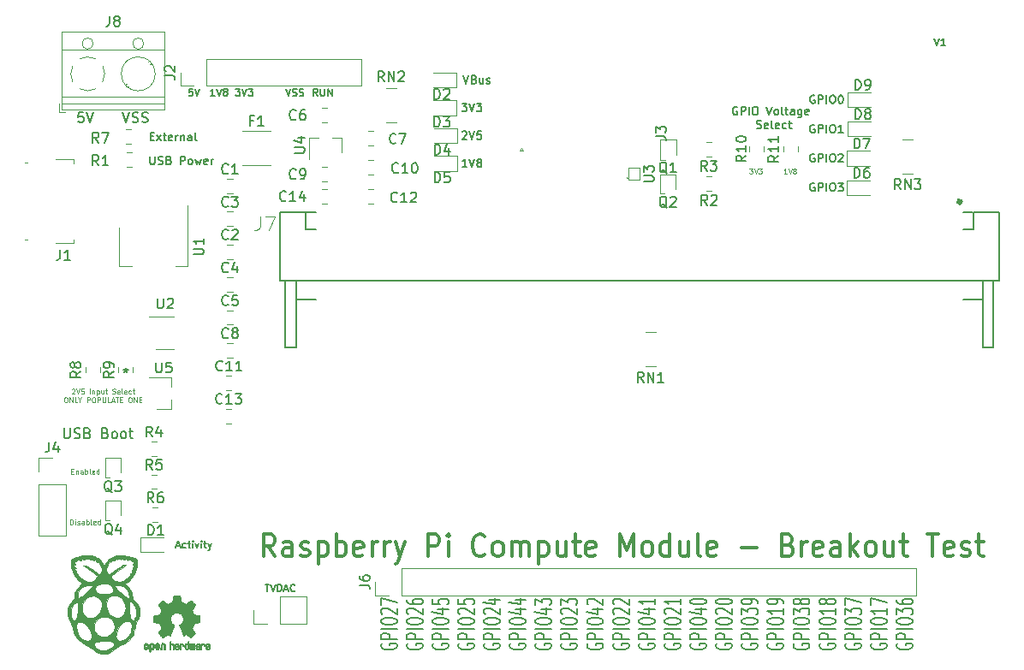
<source format=gbr>
G04 #@! TF.GenerationSoftware,KiCad,Pcbnew,5.1.2*
G04 #@! TF.CreationDate,2019-05-26T21:54:26-05:00*
G04 #@! TF.ProjectId,HackenTop-BreakoutTest,4861636b-656e-4546-9f70-2d427265616b,rev?*
G04 #@! TF.SameCoordinates,Original*
G04 #@! TF.FileFunction,Legend,Top*
G04 #@! TF.FilePolarity,Positive*
%FSLAX46Y46*%
G04 Gerber Fmt 4.6, Leading zero omitted, Abs format (unit mm)*
G04 Created by KiCad (PCBNEW 5.1.2) date 2019-05-26 21:54:26*
%MOMM*%
%LPD*%
G04 APERTURE LIST*
%ADD10C,0.150000*%
%ADD11C,0.100000*%
%ADD12C,0.300000*%
%ADD13C,0.200000*%
%ADD14C,0.120000*%
%ADD15C,0.010000*%
%ADD16C,0.050000*%
%ADD17C,0.127000*%
%ADD18C,0.500000*%
G04 APERTURE END LIST*
D10*
X204983333Y-41116666D02*
X205216666Y-41816666D01*
X205450000Y-41116666D01*
X206050000Y-41816666D02*
X205650000Y-41816666D01*
X205850000Y-41816666D02*
X205850000Y-41116666D01*
X205783333Y-41216666D01*
X205716666Y-41283333D01*
X205650000Y-41316666D01*
D11*
X190390476Y-54526190D02*
X190104761Y-54526190D01*
X190247619Y-54526190D02*
X190247619Y-54026190D01*
X190200000Y-54097619D01*
X190152380Y-54145238D01*
X190104761Y-54169047D01*
X190533333Y-54026190D02*
X190700000Y-54526190D01*
X190866666Y-54026190D01*
X191104761Y-54240476D02*
X191057142Y-54216666D01*
X191033333Y-54192857D01*
X191009523Y-54145238D01*
X191009523Y-54121428D01*
X191033333Y-54073809D01*
X191057142Y-54050000D01*
X191104761Y-54026190D01*
X191200000Y-54026190D01*
X191247619Y-54050000D01*
X191271428Y-54073809D01*
X191295238Y-54121428D01*
X191295238Y-54145238D01*
X191271428Y-54192857D01*
X191247619Y-54216666D01*
X191200000Y-54240476D01*
X191104761Y-54240476D01*
X191057142Y-54264285D01*
X191033333Y-54288095D01*
X191009523Y-54335714D01*
X191009523Y-54430952D01*
X191033333Y-54478571D01*
X191057142Y-54502380D01*
X191104761Y-54526190D01*
X191200000Y-54526190D01*
X191247619Y-54502380D01*
X191271428Y-54478571D01*
X191295238Y-54430952D01*
X191295238Y-54335714D01*
X191271428Y-54288095D01*
X191247619Y-54264285D01*
X191200000Y-54240476D01*
X186680952Y-54026190D02*
X186990476Y-54026190D01*
X186823809Y-54216666D01*
X186895238Y-54216666D01*
X186942857Y-54240476D01*
X186966666Y-54264285D01*
X186990476Y-54311904D01*
X186990476Y-54430952D01*
X186966666Y-54478571D01*
X186942857Y-54502380D01*
X186895238Y-54526190D01*
X186752380Y-54526190D01*
X186704761Y-54502380D01*
X186680952Y-54478571D01*
X187133333Y-54026190D02*
X187300000Y-54526190D01*
X187466666Y-54026190D01*
X187585714Y-54026190D02*
X187895238Y-54026190D01*
X187728571Y-54216666D01*
X187800000Y-54216666D01*
X187847619Y-54240476D01*
X187871428Y-54264285D01*
X187895238Y-54311904D01*
X187895238Y-54430952D01*
X187871428Y-54478571D01*
X187847619Y-54502380D01*
X187800000Y-54526190D01*
X187657142Y-54526190D01*
X187609523Y-54502380D01*
X187585714Y-54478571D01*
D10*
X185480952Y-47925000D02*
X185404761Y-47886904D01*
X185290476Y-47886904D01*
X185176190Y-47925000D01*
X185100000Y-48001190D01*
X185061904Y-48077380D01*
X185023809Y-48229761D01*
X185023809Y-48344047D01*
X185061904Y-48496428D01*
X185100000Y-48572619D01*
X185176190Y-48648809D01*
X185290476Y-48686904D01*
X185366666Y-48686904D01*
X185480952Y-48648809D01*
X185519047Y-48610714D01*
X185519047Y-48344047D01*
X185366666Y-48344047D01*
X185861904Y-48686904D02*
X185861904Y-47886904D01*
X186166666Y-47886904D01*
X186242857Y-47925000D01*
X186280952Y-47963095D01*
X186319047Y-48039285D01*
X186319047Y-48153571D01*
X186280952Y-48229761D01*
X186242857Y-48267857D01*
X186166666Y-48305952D01*
X185861904Y-48305952D01*
X186661904Y-48686904D02*
X186661904Y-47886904D01*
X187195238Y-47886904D02*
X187347619Y-47886904D01*
X187423809Y-47925000D01*
X187500000Y-48001190D01*
X187538095Y-48153571D01*
X187538095Y-48420238D01*
X187500000Y-48572619D01*
X187423809Y-48648809D01*
X187347619Y-48686904D01*
X187195238Y-48686904D01*
X187119047Y-48648809D01*
X187042857Y-48572619D01*
X187004761Y-48420238D01*
X187004761Y-48153571D01*
X187042857Y-48001190D01*
X187119047Y-47925000D01*
X187195238Y-47886904D01*
X188376190Y-47886904D02*
X188642857Y-48686904D01*
X188909523Y-47886904D01*
X189290476Y-48686904D02*
X189214285Y-48648809D01*
X189176190Y-48610714D01*
X189138095Y-48534523D01*
X189138095Y-48305952D01*
X189176190Y-48229761D01*
X189214285Y-48191666D01*
X189290476Y-48153571D01*
X189404761Y-48153571D01*
X189480952Y-48191666D01*
X189519047Y-48229761D01*
X189557142Y-48305952D01*
X189557142Y-48534523D01*
X189519047Y-48610714D01*
X189480952Y-48648809D01*
X189404761Y-48686904D01*
X189290476Y-48686904D01*
X190014285Y-48686904D02*
X189938095Y-48648809D01*
X189900000Y-48572619D01*
X189900000Y-47886904D01*
X190204761Y-48153571D02*
X190509523Y-48153571D01*
X190319047Y-47886904D02*
X190319047Y-48572619D01*
X190357142Y-48648809D01*
X190433333Y-48686904D01*
X190509523Y-48686904D01*
X191119047Y-48686904D02*
X191119047Y-48267857D01*
X191080952Y-48191666D01*
X191004761Y-48153571D01*
X190852380Y-48153571D01*
X190776190Y-48191666D01*
X191119047Y-48648809D02*
X191042857Y-48686904D01*
X190852380Y-48686904D01*
X190776190Y-48648809D01*
X190738095Y-48572619D01*
X190738095Y-48496428D01*
X190776190Y-48420238D01*
X190852380Y-48382142D01*
X191042857Y-48382142D01*
X191119047Y-48344047D01*
X191842857Y-48153571D02*
X191842857Y-48801190D01*
X191804761Y-48877380D01*
X191766666Y-48915476D01*
X191690476Y-48953571D01*
X191576190Y-48953571D01*
X191500000Y-48915476D01*
X191842857Y-48648809D02*
X191766666Y-48686904D01*
X191614285Y-48686904D01*
X191538095Y-48648809D01*
X191500000Y-48610714D01*
X191461904Y-48534523D01*
X191461904Y-48305952D01*
X191500000Y-48229761D01*
X191538095Y-48191666D01*
X191614285Y-48153571D01*
X191766666Y-48153571D01*
X191842857Y-48191666D01*
X192528571Y-48648809D02*
X192452380Y-48686904D01*
X192300000Y-48686904D01*
X192223809Y-48648809D01*
X192185714Y-48572619D01*
X192185714Y-48267857D01*
X192223809Y-48191666D01*
X192300000Y-48153571D01*
X192452380Y-48153571D01*
X192528571Y-48191666D01*
X192566666Y-48267857D01*
X192566666Y-48344047D01*
X192185714Y-48420238D01*
X187404761Y-49998809D02*
X187519047Y-50036904D01*
X187709523Y-50036904D01*
X187785714Y-49998809D01*
X187823809Y-49960714D01*
X187861904Y-49884523D01*
X187861904Y-49808333D01*
X187823809Y-49732142D01*
X187785714Y-49694047D01*
X187709523Y-49655952D01*
X187557142Y-49617857D01*
X187480952Y-49579761D01*
X187442857Y-49541666D01*
X187404761Y-49465476D01*
X187404761Y-49389285D01*
X187442857Y-49313095D01*
X187480952Y-49275000D01*
X187557142Y-49236904D01*
X187747619Y-49236904D01*
X187861904Y-49275000D01*
X188509523Y-49998809D02*
X188433333Y-50036904D01*
X188280952Y-50036904D01*
X188204761Y-49998809D01*
X188166666Y-49922619D01*
X188166666Y-49617857D01*
X188204761Y-49541666D01*
X188280952Y-49503571D01*
X188433333Y-49503571D01*
X188509523Y-49541666D01*
X188547619Y-49617857D01*
X188547619Y-49694047D01*
X188166666Y-49770238D01*
X189004761Y-50036904D02*
X188928571Y-49998809D01*
X188890476Y-49922619D01*
X188890476Y-49236904D01*
X189614285Y-49998809D02*
X189538095Y-50036904D01*
X189385714Y-50036904D01*
X189309523Y-49998809D01*
X189271428Y-49922619D01*
X189271428Y-49617857D01*
X189309523Y-49541666D01*
X189385714Y-49503571D01*
X189538095Y-49503571D01*
X189614285Y-49541666D01*
X189652380Y-49617857D01*
X189652380Y-49694047D01*
X189271428Y-49770238D01*
X190338095Y-49998809D02*
X190261904Y-50036904D01*
X190109523Y-50036904D01*
X190033333Y-49998809D01*
X189995238Y-49960714D01*
X189957142Y-49884523D01*
X189957142Y-49655952D01*
X189995238Y-49579761D01*
X190033333Y-49541666D01*
X190109523Y-49503571D01*
X190261904Y-49503571D01*
X190338095Y-49541666D01*
X190566666Y-49503571D02*
X190871428Y-49503571D01*
X190680952Y-49236904D02*
X190680952Y-49922619D01*
X190719047Y-49998809D01*
X190795238Y-50036904D01*
X190871428Y-50036904D01*
D12*
X139766666Y-92395238D02*
X139100000Y-91347619D01*
X138623809Y-92395238D02*
X138623809Y-90195238D01*
X139385714Y-90195238D01*
X139576190Y-90300000D01*
X139671428Y-90404761D01*
X139766666Y-90614285D01*
X139766666Y-90928571D01*
X139671428Y-91138095D01*
X139576190Y-91242857D01*
X139385714Y-91347619D01*
X138623809Y-91347619D01*
X141480952Y-92395238D02*
X141480952Y-91242857D01*
X141385714Y-91033333D01*
X141195238Y-90928571D01*
X140814285Y-90928571D01*
X140623809Y-91033333D01*
X141480952Y-92290476D02*
X141290476Y-92395238D01*
X140814285Y-92395238D01*
X140623809Y-92290476D01*
X140528571Y-92080952D01*
X140528571Y-91871428D01*
X140623809Y-91661904D01*
X140814285Y-91557142D01*
X141290476Y-91557142D01*
X141480952Y-91452380D01*
X142338095Y-92290476D02*
X142528571Y-92395238D01*
X142909523Y-92395238D01*
X143100000Y-92290476D01*
X143195238Y-92080952D01*
X143195238Y-91976190D01*
X143100000Y-91766666D01*
X142909523Y-91661904D01*
X142623809Y-91661904D01*
X142433333Y-91557142D01*
X142338095Y-91347619D01*
X142338095Y-91242857D01*
X142433333Y-91033333D01*
X142623809Y-90928571D01*
X142909523Y-90928571D01*
X143100000Y-91033333D01*
X144052380Y-90928571D02*
X144052380Y-93128571D01*
X144052380Y-91033333D02*
X144242857Y-90928571D01*
X144623809Y-90928571D01*
X144814285Y-91033333D01*
X144909523Y-91138095D01*
X145004761Y-91347619D01*
X145004761Y-91976190D01*
X144909523Y-92185714D01*
X144814285Y-92290476D01*
X144623809Y-92395238D01*
X144242857Y-92395238D01*
X144052380Y-92290476D01*
X145861904Y-92395238D02*
X145861904Y-90195238D01*
X145861904Y-91033333D02*
X146052380Y-90928571D01*
X146433333Y-90928571D01*
X146623809Y-91033333D01*
X146719047Y-91138095D01*
X146814285Y-91347619D01*
X146814285Y-91976190D01*
X146719047Y-92185714D01*
X146623809Y-92290476D01*
X146433333Y-92395238D01*
X146052380Y-92395238D01*
X145861904Y-92290476D01*
X148433333Y-92290476D02*
X148242857Y-92395238D01*
X147861904Y-92395238D01*
X147671428Y-92290476D01*
X147576190Y-92080952D01*
X147576190Y-91242857D01*
X147671428Y-91033333D01*
X147861904Y-90928571D01*
X148242857Y-90928571D01*
X148433333Y-91033333D01*
X148528571Y-91242857D01*
X148528571Y-91452380D01*
X147576190Y-91661904D01*
X149385714Y-92395238D02*
X149385714Y-90928571D01*
X149385714Y-91347619D02*
X149480952Y-91138095D01*
X149576190Y-91033333D01*
X149766666Y-90928571D01*
X149957142Y-90928571D01*
X150623809Y-92395238D02*
X150623809Y-90928571D01*
X150623809Y-91347619D02*
X150719047Y-91138095D01*
X150814285Y-91033333D01*
X151004761Y-90928571D01*
X151195238Y-90928571D01*
X151671428Y-90928571D02*
X152147619Y-92395238D01*
X152623809Y-90928571D02*
X152147619Y-92395238D01*
X151957142Y-92919047D01*
X151861904Y-93023809D01*
X151671428Y-93128571D01*
X154909523Y-92395238D02*
X154909523Y-90195238D01*
X155671428Y-90195238D01*
X155861904Y-90300000D01*
X155957142Y-90404761D01*
X156052380Y-90614285D01*
X156052380Y-90928571D01*
X155957142Y-91138095D01*
X155861904Y-91242857D01*
X155671428Y-91347619D01*
X154909523Y-91347619D01*
X156909523Y-92395238D02*
X156909523Y-90928571D01*
X156909523Y-90195238D02*
X156814285Y-90300000D01*
X156909523Y-90404761D01*
X157004761Y-90300000D01*
X156909523Y-90195238D01*
X156909523Y-90404761D01*
X160528571Y-92185714D02*
X160433333Y-92290476D01*
X160147619Y-92395238D01*
X159957142Y-92395238D01*
X159671428Y-92290476D01*
X159480952Y-92080952D01*
X159385714Y-91871428D01*
X159290476Y-91452380D01*
X159290476Y-91138095D01*
X159385714Y-90719047D01*
X159480952Y-90509523D01*
X159671428Y-90300000D01*
X159957142Y-90195238D01*
X160147619Y-90195238D01*
X160433333Y-90300000D01*
X160528571Y-90404761D01*
X161671428Y-92395238D02*
X161480952Y-92290476D01*
X161385714Y-92185714D01*
X161290476Y-91976190D01*
X161290476Y-91347619D01*
X161385714Y-91138095D01*
X161480952Y-91033333D01*
X161671428Y-90928571D01*
X161957142Y-90928571D01*
X162147619Y-91033333D01*
X162242857Y-91138095D01*
X162338095Y-91347619D01*
X162338095Y-91976190D01*
X162242857Y-92185714D01*
X162147619Y-92290476D01*
X161957142Y-92395238D01*
X161671428Y-92395238D01*
X163195238Y-92395238D02*
X163195238Y-90928571D01*
X163195238Y-91138095D02*
X163290476Y-91033333D01*
X163480952Y-90928571D01*
X163766666Y-90928571D01*
X163957142Y-91033333D01*
X164052380Y-91242857D01*
X164052380Y-92395238D01*
X164052380Y-91242857D02*
X164147619Y-91033333D01*
X164338095Y-90928571D01*
X164623809Y-90928571D01*
X164814285Y-91033333D01*
X164909523Y-91242857D01*
X164909523Y-92395238D01*
X165861904Y-90928571D02*
X165861904Y-93128571D01*
X165861904Y-91033333D02*
X166052380Y-90928571D01*
X166433333Y-90928571D01*
X166623809Y-91033333D01*
X166719047Y-91138095D01*
X166814285Y-91347619D01*
X166814285Y-91976190D01*
X166719047Y-92185714D01*
X166623809Y-92290476D01*
X166433333Y-92395238D01*
X166052380Y-92395238D01*
X165861904Y-92290476D01*
X168528571Y-90928571D02*
X168528571Y-92395238D01*
X167671428Y-90928571D02*
X167671428Y-92080952D01*
X167766666Y-92290476D01*
X167957142Y-92395238D01*
X168242857Y-92395238D01*
X168433333Y-92290476D01*
X168528571Y-92185714D01*
X169195238Y-90928571D02*
X169957142Y-90928571D01*
X169480952Y-90195238D02*
X169480952Y-92080952D01*
X169576190Y-92290476D01*
X169766666Y-92395238D01*
X169957142Y-92395238D01*
X171385714Y-92290476D02*
X171195238Y-92395238D01*
X170814285Y-92395238D01*
X170623809Y-92290476D01*
X170528571Y-92080952D01*
X170528571Y-91242857D01*
X170623809Y-91033333D01*
X170814285Y-90928571D01*
X171195238Y-90928571D01*
X171385714Y-91033333D01*
X171480952Y-91242857D01*
X171480952Y-91452380D01*
X170528571Y-91661904D01*
X173861904Y-92395238D02*
X173861904Y-90195238D01*
X174528571Y-91766666D01*
X175195238Y-90195238D01*
X175195238Y-92395238D01*
X176433333Y-92395238D02*
X176242857Y-92290476D01*
X176147619Y-92185714D01*
X176052380Y-91976190D01*
X176052380Y-91347619D01*
X176147619Y-91138095D01*
X176242857Y-91033333D01*
X176433333Y-90928571D01*
X176719047Y-90928571D01*
X176909523Y-91033333D01*
X177004761Y-91138095D01*
X177100000Y-91347619D01*
X177100000Y-91976190D01*
X177004761Y-92185714D01*
X176909523Y-92290476D01*
X176719047Y-92395238D01*
X176433333Y-92395238D01*
X178814285Y-92395238D02*
X178814285Y-90195238D01*
X178814285Y-92290476D02*
X178623809Y-92395238D01*
X178242857Y-92395238D01*
X178052380Y-92290476D01*
X177957142Y-92185714D01*
X177861904Y-91976190D01*
X177861904Y-91347619D01*
X177957142Y-91138095D01*
X178052380Y-91033333D01*
X178242857Y-90928571D01*
X178623809Y-90928571D01*
X178814285Y-91033333D01*
X180623809Y-90928571D02*
X180623809Y-92395238D01*
X179766666Y-90928571D02*
X179766666Y-92080952D01*
X179861904Y-92290476D01*
X180052380Y-92395238D01*
X180338095Y-92395238D01*
X180528571Y-92290476D01*
X180623809Y-92185714D01*
X181861904Y-92395238D02*
X181671428Y-92290476D01*
X181576190Y-92080952D01*
X181576190Y-90195238D01*
X183385714Y-92290476D02*
X183195238Y-92395238D01*
X182814285Y-92395238D01*
X182623809Y-92290476D01*
X182528571Y-92080952D01*
X182528571Y-91242857D01*
X182623809Y-91033333D01*
X182814285Y-90928571D01*
X183195238Y-90928571D01*
X183385714Y-91033333D01*
X183480952Y-91242857D01*
X183480952Y-91452380D01*
X182528571Y-91661904D01*
X185861904Y-91557142D02*
X187385714Y-91557142D01*
X190528571Y-91242857D02*
X190814285Y-91347619D01*
X190909523Y-91452380D01*
X191004761Y-91661904D01*
X191004761Y-91976190D01*
X190909523Y-92185714D01*
X190814285Y-92290476D01*
X190623809Y-92395238D01*
X189861904Y-92395238D01*
X189861904Y-90195238D01*
X190528571Y-90195238D01*
X190719047Y-90300000D01*
X190814285Y-90404761D01*
X190909523Y-90614285D01*
X190909523Y-90823809D01*
X190814285Y-91033333D01*
X190719047Y-91138095D01*
X190528571Y-91242857D01*
X189861904Y-91242857D01*
X191861904Y-92395238D02*
X191861904Y-90928571D01*
X191861904Y-91347619D02*
X191957142Y-91138095D01*
X192052380Y-91033333D01*
X192242857Y-90928571D01*
X192433333Y-90928571D01*
X193861904Y-92290476D02*
X193671428Y-92395238D01*
X193290476Y-92395238D01*
X193100000Y-92290476D01*
X193004761Y-92080952D01*
X193004761Y-91242857D01*
X193100000Y-91033333D01*
X193290476Y-90928571D01*
X193671428Y-90928571D01*
X193861904Y-91033333D01*
X193957142Y-91242857D01*
X193957142Y-91452380D01*
X193004761Y-91661904D01*
X195671428Y-92395238D02*
X195671428Y-91242857D01*
X195576190Y-91033333D01*
X195385714Y-90928571D01*
X195004761Y-90928571D01*
X194814285Y-91033333D01*
X195671428Y-92290476D02*
X195480952Y-92395238D01*
X195004761Y-92395238D01*
X194814285Y-92290476D01*
X194719047Y-92080952D01*
X194719047Y-91871428D01*
X194814285Y-91661904D01*
X195004761Y-91557142D01*
X195480952Y-91557142D01*
X195671428Y-91452380D01*
X196623809Y-92395238D02*
X196623809Y-90195238D01*
X196814285Y-91557142D02*
X197385714Y-92395238D01*
X197385714Y-90928571D02*
X196623809Y-91766666D01*
X198528571Y-92395238D02*
X198338095Y-92290476D01*
X198242857Y-92185714D01*
X198147619Y-91976190D01*
X198147619Y-91347619D01*
X198242857Y-91138095D01*
X198338095Y-91033333D01*
X198528571Y-90928571D01*
X198814285Y-90928571D01*
X199004761Y-91033333D01*
X199100000Y-91138095D01*
X199195238Y-91347619D01*
X199195238Y-91976190D01*
X199100000Y-92185714D01*
X199004761Y-92290476D01*
X198814285Y-92395238D01*
X198528571Y-92395238D01*
X200909523Y-90928571D02*
X200909523Y-92395238D01*
X200052380Y-90928571D02*
X200052380Y-92080952D01*
X200147619Y-92290476D01*
X200338095Y-92395238D01*
X200623809Y-92395238D01*
X200814285Y-92290476D01*
X200909523Y-92185714D01*
X201576190Y-90928571D02*
X202338095Y-90928571D01*
X201861904Y-90195238D02*
X201861904Y-92080952D01*
X201957142Y-92290476D01*
X202147619Y-92395238D01*
X202338095Y-92395238D01*
X204242857Y-90195238D02*
X205385714Y-90195238D01*
X204814285Y-92395238D02*
X204814285Y-90195238D01*
X206814285Y-92290476D02*
X206623809Y-92395238D01*
X206242857Y-92395238D01*
X206052380Y-92290476D01*
X205957142Y-92080952D01*
X205957142Y-91242857D01*
X206052380Y-91033333D01*
X206242857Y-90928571D01*
X206623809Y-90928571D01*
X206814285Y-91033333D01*
X206909523Y-91242857D01*
X206909523Y-91452380D01*
X205957142Y-91661904D01*
X207671428Y-92290476D02*
X207861904Y-92395238D01*
X208242857Y-92395238D01*
X208433333Y-92290476D01*
X208528571Y-92080952D01*
X208528571Y-91976190D01*
X208433333Y-91766666D01*
X208242857Y-91661904D01*
X207957142Y-91661904D01*
X207766666Y-91557142D01*
X207671428Y-91347619D01*
X207671428Y-91242857D01*
X207766666Y-91033333D01*
X207957142Y-90928571D01*
X208242857Y-90928571D01*
X208433333Y-91033333D01*
X209099999Y-90928571D02*
X209861904Y-90928571D01*
X209385714Y-90195238D02*
X209385714Y-92080952D01*
X209480952Y-92290476D01*
X209671428Y-92395238D01*
X209861904Y-92395238D01*
D10*
X150300000Y-101052380D02*
X150223809Y-101147619D01*
X150223809Y-101290476D01*
X150300000Y-101433333D01*
X150452380Y-101528571D01*
X150604761Y-101576190D01*
X150909523Y-101623809D01*
X151138095Y-101623809D01*
X151442857Y-101576190D01*
X151595238Y-101528571D01*
X151747619Y-101433333D01*
X151823809Y-101290476D01*
X151823809Y-101195238D01*
X151747619Y-101052380D01*
X151671428Y-101004761D01*
X151138095Y-101004761D01*
X151138095Y-101195238D01*
X151823809Y-100576190D02*
X150223809Y-100576190D01*
X150223809Y-100195238D01*
X150300000Y-100100000D01*
X150376190Y-100052380D01*
X150528571Y-100004761D01*
X150757142Y-100004761D01*
X150909523Y-100052380D01*
X150985714Y-100100000D01*
X151061904Y-100195238D01*
X151061904Y-100576190D01*
X151823809Y-99576190D02*
X150223809Y-99576190D01*
X150223809Y-98909523D02*
X150223809Y-98719047D01*
X150300000Y-98623809D01*
X150452380Y-98528571D01*
X150757142Y-98480952D01*
X151290476Y-98480952D01*
X151595238Y-98528571D01*
X151747619Y-98623809D01*
X151823809Y-98719047D01*
X151823809Y-98909523D01*
X151747619Y-99004761D01*
X151595238Y-99100000D01*
X151290476Y-99147619D01*
X150757142Y-99147619D01*
X150452380Y-99100000D01*
X150300000Y-99004761D01*
X150223809Y-98909523D01*
X150376190Y-98100000D02*
X150300000Y-98052380D01*
X150223809Y-97957142D01*
X150223809Y-97719047D01*
X150300000Y-97623809D01*
X150376190Y-97576190D01*
X150528571Y-97528571D01*
X150680952Y-97528571D01*
X150909523Y-97576190D01*
X151823809Y-98147619D01*
X151823809Y-97528571D01*
X150223809Y-97195238D02*
X150223809Y-96528571D01*
X151823809Y-96957142D01*
X152850000Y-101052380D02*
X152773809Y-101147619D01*
X152773809Y-101290476D01*
X152850000Y-101433333D01*
X153002380Y-101528571D01*
X153154761Y-101576190D01*
X153459523Y-101623809D01*
X153688095Y-101623809D01*
X153992857Y-101576190D01*
X154145238Y-101528571D01*
X154297619Y-101433333D01*
X154373809Y-101290476D01*
X154373809Y-101195238D01*
X154297619Y-101052380D01*
X154221428Y-101004761D01*
X153688095Y-101004761D01*
X153688095Y-101195238D01*
X154373809Y-100576190D02*
X152773809Y-100576190D01*
X152773809Y-100195238D01*
X152850000Y-100100000D01*
X152926190Y-100052380D01*
X153078571Y-100004761D01*
X153307142Y-100004761D01*
X153459523Y-100052380D01*
X153535714Y-100100000D01*
X153611904Y-100195238D01*
X153611904Y-100576190D01*
X154373809Y-99576190D02*
X152773809Y-99576190D01*
X152773809Y-98909523D02*
X152773809Y-98719047D01*
X152850000Y-98623809D01*
X153002380Y-98528571D01*
X153307142Y-98480952D01*
X153840476Y-98480952D01*
X154145238Y-98528571D01*
X154297619Y-98623809D01*
X154373809Y-98719047D01*
X154373809Y-98909523D01*
X154297619Y-99004761D01*
X154145238Y-99100000D01*
X153840476Y-99147619D01*
X153307142Y-99147619D01*
X153002380Y-99100000D01*
X152850000Y-99004761D01*
X152773809Y-98909523D01*
X152926190Y-98100000D02*
X152850000Y-98052380D01*
X152773809Y-97957142D01*
X152773809Y-97719047D01*
X152850000Y-97623809D01*
X152926190Y-97576190D01*
X153078571Y-97528571D01*
X153230952Y-97528571D01*
X153459523Y-97576190D01*
X154373809Y-98147619D01*
X154373809Y-97528571D01*
X152773809Y-96671428D02*
X152773809Y-96861904D01*
X152850000Y-96957142D01*
X152926190Y-97004761D01*
X153154761Y-97100000D01*
X153459523Y-97147619D01*
X154069047Y-97147619D01*
X154221428Y-97100000D01*
X154297619Y-97052380D01*
X154373809Y-96957142D01*
X154373809Y-96766666D01*
X154297619Y-96671428D01*
X154221428Y-96623809D01*
X154069047Y-96576190D01*
X153688095Y-96576190D01*
X153535714Y-96623809D01*
X153459523Y-96671428D01*
X153383333Y-96766666D01*
X153383333Y-96957142D01*
X153459523Y-97052380D01*
X153535714Y-97100000D01*
X153688095Y-97147619D01*
X155400000Y-101052380D02*
X155323809Y-101147619D01*
X155323809Y-101290476D01*
X155400000Y-101433333D01*
X155552380Y-101528571D01*
X155704761Y-101576190D01*
X156009523Y-101623809D01*
X156238095Y-101623809D01*
X156542857Y-101576190D01*
X156695238Y-101528571D01*
X156847619Y-101433333D01*
X156923809Y-101290476D01*
X156923809Y-101195238D01*
X156847619Y-101052380D01*
X156771428Y-101004761D01*
X156238095Y-101004761D01*
X156238095Y-101195238D01*
X156923809Y-100576190D02*
X155323809Y-100576190D01*
X155323809Y-100195238D01*
X155400000Y-100100000D01*
X155476190Y-100052380D01*
X155628571Y-100004761D01*
X155857142Y-100004761D01*
X156009523Y-100052380D01*
X156085714Y-100100000D01*
X156161904Y-100195238D01*
X156161904Y-100576190D01*
X156923809Y-99576190D02*
X155323809Y-99576190D01*
X155323809Y-98909523D02*
X155323809Y-98719047D01*
X155400000Y-98623809D01*
X155552380Y-98528571D01*
X155857142Y-98480952D01*
X156390476Y-98480952D01*
X156695238Y-98528571D01*
X156847619Y-98623809D01*
X156923809Y-98719047D01*
X156923809Y-98909523D01*
X156847619Y-99004761D01*
X156695238Y-99100000D01*
X156390476Y-99147619D01*
X155857142Y-99147619D01*
X155552380Y-99100000D01*
X155400000Y-99004761D01*
X155323809Y-98909523D01*
X155857142Y-97623809D02*
X156923809Y-97623809D01*
X155247619Y-97861904D02*
X156390476Y-98100000D01*
X156390476Y-97480952D01*
X155323809Y-96623809D02*
X155323809Y-97100000D01*
X156085714Y-97147619D01*
X156009523Y-97100000D01*
X155933333Y-97004761D01*
X155933333Y-96766666D01*
X156009523Y-96671428D01*
X156085714Y-96623809D01*
X156238095Y-96576190D01*
X156619047Y-96576190D01*
X156771428Y-96623809D01*
X156847619Y-96671428D01*
X156923809Y-96766666D01*
X156923809Y-97004761D01*
X156847619Y-97100000D01*
X156771428Y-97147619D01*
X157950000Y-101052380D02*
X157873809Y-101147619D01*
X157873809Y-101290476D01*
X157950000Y-101433333D01*
X158102380Y-101528571D01*
X158254761Y-101576190D01*
X158559523Y-101623809D01*
X158788095Y-101623809D01*
X159092857Y-101576190D01*
X159245238Y-101528571D01*
X159397619Y-101433333D01*
X159473809Y-101290476D01*
X159473809Y-101195238D01*
X159397619Y-101052380D01*
X159321428Y-101004761D01*
X158788095Y-101004761D01*
X158788095Y-101195238D01*
X159473809Y-100576190D02*
X157873809Y-100576190D01*
X157873809Y-100195238D01*
X157950000Y-100100000D01*
X158026190Y-100052380D01*
X158178571Y-100004761D01*
X158407142Y-100004761D01*
X158559523Y-100052380D01*
X158635714Y-100100000D01*
X158711904Y-100195238D01*
X158711904Y-100576190D01*
X159473809Y-99576190D02*
X157873809Y-99576190D01*
X157873809Y-98909523D02*
X157873809Y-98719047D01*
X157950000Y-98623809D01*
X158102380Y-98528571D01*
X158407142Y-98480952D01*
X158940476Y-98480952D01*
X159245238Y-98528571D01*
X159397619Y-98623809D01*
X159473809Y-98719047D01*
X159473809Y-98909523D01*
X159397619Y-99004761D01*
X159245238Y-99100000D01*
X158940476Y-99147619D01*
X158407142Y-99147619D01*
X158102380Y-99100000D01*
X157950000Y-99004761D01*
X157873809Y-98909523D01*
X158026190Y-98100000D02*
X157950000Y-98052380D01*
X157873809Y-97957142D01*
X157873809Y-97719047D01*
X157950000Y-97623809D01*
X158026190Y-97576190D01*
X158178571Y-97528571D01*
X158330952Y-97528571D01*
X158559523Y-97576190D01*
X159473809Y-98147619D01*
X159473809Y-97528571D01*
X157873809Y-96623809D02*
X157873809Y-97100000D01*
X158635714Y-97147619D01*
X158559523Y-97100000D01*
X158483333Y-97004761D01*
X158483333Y-96766666D01*
X158559523Y-96671428D01*
X158635714Y-96623809D01*
X158788095Y-96576190D01*
X159169047Y-96576190D01*
X159321428Y-96623809D01*
X159397619Y-96671428D01*
X159473809Y-96766666D01*
X159473809Y-97004761D01*
X159397619Y-97100000D01*
X159321428Y-97147619D01*
X160500000Y-101052380D02*
X160423809Y-101147619D01*
X160423809Y-101290476D01*
X160500000Y-101433333D01*
X160652380Y-101528571D01*
X160804761Y-101576190D01*
X161109523Y-101623809D01*
X161338095Y-101623809D01*
X161642857Y-101576190D01*
X161795238Y-101528571D01*
X161947619Y-101433333D01*
X162023809Y-101290476D01*
X162023809Y-101195238D01*
X161947619Y-101052380D01*
X161871428Y-101004761D01*
X161338095Y-101004761D01*
X161338095Y-101195238D01*
X162023809Y-100576190D02*
X160423809Y-100576190D01*
X160423809Y-100195238D01*
X160500000Y-100100000D01*
X160576190Y-100052380D01*
X160728571Y-100004761D01*
X160957142Y-100004761D01*
X161109523Y-100052380D01*
X161185714Y-100100000D01*
X161261904Y-100195238D01*
X161261904Y-100576190D01*
X162023809Y-99576190D02*
X160423809Y-99576190D01*
X160423809Y-98909523D02*
X160423809Y-98719047D01*
X160500000Y-98623809D01*
X160652380Y-98528571D01*
X160957142Y-98480952D01*
X161490476Y-98480952D01*
X161795238Y-98528571D01*
X161947619Y-98623809D01*
X162023809Y-98719047D01*
X162023809Y-98909523D01*
X161947619Y-99004761D01*
X161795238Y-99100000D01*
X161490476Y-99147619D01*
X160957142Y-99147619D01*
X160652380Y-99100000D01*
X160500000Y-99004761D01*
X160423809Y-98909523D01*
X160576190Y-98100000D02*
X160500000Y-98052380D01*
X160423809Y-97957142D01*
X160423809Y-97719047D01*
X160500000Y-97623809D01*
X160576190Y-97576190D01*
X160728571Y-97528571D01*
X160880952Y-97528571D01*
X161109523Y-97576190D01*
X162023809Y-98147619D01*
X162023809Y-97528571D01*
X160957142Y-96671428D02*
X162023809Y-96671428D01*
X160347619Y-96909523D02*
X161490476Y-97147619D01*
X161490476Y-96528571D01*
X163050000Y-101052380D02*
X162973809Y-101147619D01*
X162973809Y-101290476D01*
X163050000Y-101433333D01*
X163202380Y-101528571D01*
X163354761Y-101576190D01*
X163659523Y-101623809D01*
X163888095Y-101623809D01*
X164192857Y-101576190D01*
X164345238Y-101528571D01*
X164497619Y-101433333D01*
X164573809Y-101290476D01*
X164573809Y-101195238D01*
X164497619Y-101052380D01*
X164421428Y-101004761D01*
X163888095Y-101004761D01*
X163888095Y-101195238D01*
X164573809Y-100576190D02*
X162973809Y-100576190D01*
X162973809Y-100195238D01*
X163050000Y-100100000D01*
X163126190Y-100052380D01*
X163278571Y-100004761D01*
X163507142Y-100004761D01*
X163659523Y-100052380D01*
X163735714Y-100100000D01*
X163811904Y-100195238D01*
X163811904Y-100576190D01*
X164573809Y-99576190D02*
X162973809Y-99576190D01*
X162973809Y-98909523D02*
X162973809Y-98719047D01*
X163050000Y-98623809D01*
X163202380Y-98528571D01*
X163507142Y-98480952D01*
X164040476Y-98480952D01*
X164345238Y-98528571D01*
X164497619Y-98623809D01*
X164573809Y-98719047D01*
X164573809Y-98909523D01*
X164497619Y-99004761D01*
X164345238Y-99100000D01*
X164040476Y-99147619D01*
X163507142Y-99147619D01*
X163202380Y-99100000D01*
X163050000Y-99004761D01*
X162973809Y-98909523D01*
X163507142Y-97623809D02*
X164573809Y-97623809D01*
X162897619Y-97861904D02*
X164040476Y-98100000D01*
X164040476Y-97480952D01*
X163507142Y-96671428D02*
X164573809Y-96671428D01*
X162897619Y-96909523D02*
X164040476Y-97147619D01*
X164040476Y-96528571D01*
X165600000Y-101052380D02*
X165523809Y-101147619D01*
X165523809Y-101290476D01*
X165600000Y-101433333D01*
X165752380Y-101528571D01*
X165904761Y-101576190D01*
X166209523Y-101623809D01*
X166438095Y-101623809D01*
X166742857Y-101576190D01*
X166895238Y-101528571D01*
X167047619Y-101433333D01*
X167123809Y-101290476D01*
X167123809Y-101195238D01*
X167047619Y-101052380D01*
X166971428Y-101004761D01*
X166438095Y-101004761D01*
X166438095Y-101195238D01*
X167123809Y-100576190D02*
X165523809Y-100576190D01*
X165523809Y-100195238D01*
X165600000Y-100100000D01*
X165676190Y-100052380D01*
X165828571Y-100004761D01*
X166057142Y-100004761D01*
X166209523Y-100052380D01*
X166285714Y-100100000D01*
X166361904Y-100195238D01*
X166361904Y-100576190D01*
X167123809Y-99576190D02*
X165523809Y-99576190D01*
X165523809Y-98909523D02*
X165523809Y-98719047D01*
X165600000Y-98623809D01*
X165752380Y-98528571D01*
X166057142Y-98480952D01*
X166590476Y-98480952D01*
X166895238Y-98528571D01*
X167047619Y-98623809D01*
X167123809Y-98719047D01*
X167123809Y-98909523D01*
X167047619Y-99004761D01*
X166895238Y-99100000D01*
X166590476Y-99147619D01*
X166057142Y-99147619D01*
X165752380Y-99100000D01*
X165600000Y-99004761D01*
X165523809Y-98909523D01*
X166057142Y-97623809D02*
X167123809Y-97623809D01*
X165447619Y-97861904D02*
X166590476Y-98100000D01*
X166590476Y-97480952D01*
X165523809Y-97195238D02*
X165523809Y-96576190D01*
X166133333Y-96909523D01*
X166133333Y-96766666D01*
X166209523Y-96671428D01*
X166285714Y-96623809D01*
X166438095Y-96576190D01*
X166819047Y-96576190D01*
X166971428Y-96623809D01*
X167047619Y-96671428D01*
X167123809Y-96766666D01*
X167123809Y-97052380D01*
X167047619Y-97147619D01*
X166971428Y-97195238D01*
X168150000Y-101052380D02*
X168073809Y-101147619D01*
X168073809Y-101290476D01*
X168150000Y-101433333D01*
X168302380Y-101528571D01*
X168454761Y-101576190D01*
X168759523Y-101623809D01*
X168988095Y-101623809D01*
X169292857Y-101576190D01*
X169445238Y-101528571D01*
X169597619Y-101433333D01*
X169673809Y-101290476D01*
X169673809Y-101195238D01*
X169597619Y-101052380D01*
X169521428Y-101004761D01*
X168988095Y-101004761D01*
X168988095Y-101195238D01*
X169673809Y-100576190D02*
X168073809Y-100576190D01*
X168073809Y-100195238D01*
X168150000Y-100100000D01*
X168226190Y-100052380D01*
X168378571Y-100004761D01*
X168607142Y-100004761D01*
X168759523Y-100052380D01*
X168835714Y-100100000D01*
X168911904Y-100195238D01*
X168911904Y-100576190D01*
X169673809Y-99576190D02*
X168073809Y-99576190D01*
X168073809Y-98909523D02*
X168073809Y-98719047D01*
X168150000Y-98623809D01*
X168302380Y-98528571D01*
X168607142Y-98480952D01*
X169140476Y-98480952D01*
X169445238Y-98528571D01*
X169597619Y-98623809D01*
X169673809Y-98719047D01*
X169673809Y-98909523D01*
X169597619Y-99004761D01*
X169445238Y-99100000D01*
X169140476Y-99147619D01*
X168607142Y-99147619D01*
X168302380Y-99100000D01*
X168150000Y-99004761D01*
X168073809Y-98909523D01*
X168226190Y-98100000D02*
X168150000Y-98052380D01*
X168073809Y-97957142D01*
X168073809Y-97719047D01*
X168150000Y-97623809D01*
X168226190Y-97576190D01*
X168378571Y-97528571D01*
X168530952Y-97528571D01*
X168759523Y-97576190D01*
X169673809Y-98147619D01*
X169673809Y-97528571D01*
X168073809Y-97195238D02*
X168073809Y-96576190D01*
X168683333Y-96909523D01*
X168683333Y-96766666D01*
X168759523Y-96671428D01*
X168835714Y-96623809D01*
X168988095Y-96576190D01*
X169369047Y-96576190D01*
X169521428Y-96623809D01*
X169597619Y-96671428D01*
X169673809Y-96766666D01*
X169673809Y-97052380D01*
X169597619Y-97147619D01*
X169521428Y-97195238D01*
X170700000Y-101052380D02*
X170623809Y-101147619D01*
X170623809Y-101290476D01*
X170700000Y-101433333D01*
X170852380Y-101528571D01*
X171004761Y-101576190D01*
X171309523Y-101623809D01*
X171538095Y-101623809D01*
X171842857Y-101576190D01*
X171995238Y-101528571D01*
X172147619Y-101433333D01*
X172223809Y-101290476D01*
X172223809Y-101195238D01*
X172147619Y-101052380D01*
X172071428Y-101004761D01*
X171538095Y-101004761D01*
X171538095Y-101195238D01*
X172223809Y-100576190D02*
X170623809Y-100576190D01*
X170623809Y-100195238D01*
X170700000Y-100100000D01*
X170776190Y-100052380D01*
X170928571Y-100004761D01*
X171157142Y-100004761D01*
X171309523Y-100052380D01*
X171385714Y-100100000D01*
X171461904Y-100195238D01*
X171461904Y-100576190D01*
X172223809Y-99576190D02*
X170623809Y-99576190D01*
X170623809Y-98909523D02*
X170623809Y-98719047D01*
X170700000Y-98623809D01*
X170852380Y-98528571D01*
X171157142Y-98480952D01*
X171690476Y-98480952D01*
X171995238Y-98528571D01*
X172147619Y-98623809D01*
X172223809Y-98719047D01*
X172223809Y-98909523D01*
X172147619Y-99004761D01*
X171995238Y-99100000D01*
X171690476Y-99147619D01*
X171157142Y-99147619D01*
X170852380Y-99100000D01*
X170700000Y-99004761D01*
X170623809Y-98909523D01*
X171157142Y-97623809D02*
X172223809Y-97623809D01*
X170547619Y-97861904D02*
X171690476Y-98100000D01*
X171690476Y-97480952D01*
X170776190Y-97147619D02*
X170700000Y-97100000D01*
X170623809Y-97004761D01*
X170623809Y-96766666D01*
X170700000Y-96671428D01*
X170776190Y-96623809D01*
X170928571Y-96576190D01*
X171080952Y-96576190D01*
X171309523Y-96623809D01*
X172223809Y-97195238D01*
X172223809Y-96576190D01*
X173250000Y-101052380D02*
X173173809Y-101147619D01*
X173173809Y-101290476D01*
X173250000Y-101433333D01*
X173402380Y-101528571D01*
X173554761Y-101576190D01*
X173859523Y-101623809D01*
X174088095Y-101623809D01*
X174392857Y-101576190D01*
X174545238Y-101528571D01*
X174697619Y-101433333D01*
X174773809Y-101290476D01*
X174773809Y-101195238D01*
X174697619Y-101052380D01*
X174621428Y-101004761D01*
X174088095Y-101004761D01*
X174088095Y-101195238D01*
X174773809Y-100576190D02*
X173173809Y-100576190D01*
X173173809Y-100195238D01*
X173250000Y-100100000D01*
X173326190Y-100052380D01*
X173478571Y-100004761D01*
X173707142Y-100004761D01*
X173859523Y-100052380D01*
X173935714Y-100100000D01*
X174011904Y-100195238D01*
X174011904Y-100576190D01*
X174773809Y-99576190D02*
X173173809Y-99576190D01*
X173173809Y-98909523D02*
X173173809Y-98719047D01*
X173250000Y-98623809D01*
X173402380Y-98528571D01*
X173707142Y-98480952D01*
X174240476Y-98480952D01*
X174545238Y-98528571D01*
X174697619Y-98623809D01*
X174773809Y-98719047D01*
X174773809Y-98909523D01*
X174697619Y-99004761D01*
X174545238Y-99100000D01*
X174240476Y-99147619D01*
X173707142Y-99147619D01*
X173402380Y-99100000D01*
X173250000Y-99004761D01*
X173173809Y-98909523D01*
X173326190Y-98100000D02*
X173250000Y-98052380D01*
X173173809Y-97957142D01*
X173173809Y-97719047D01*
X173250000Y-97623809D01*
X173326190Y-97576190D01*
X173478571Y-97528571D01*
X173630952Y-97528571D01*
X173859523Y-97576190D01*
X174773809Y-98147619D01*
X174773809Y-97528571D01*
X173326190Y-97147619D02*
X173250000Y-97100000D01*
X173173809Y-97004761D01*
X173173809Y-96766666D01*
X173250000Y-96671428D01*
X173326190Y-96623809D01*
X173478571Y-96576190D01*
X173630952Y-96576190D01*
X173859523Y-96623809D01*
X174773809Y-97195238D01*
X174773809Y-96576190D01*
X175800000Y-101052380D02*
X175723809Y-101147619D01*
X175723809Y-101290476D01*
X175800000Y-101433333D01*
X175952380Y-101528571D01*
X176104761Y-101576190D01*
X176409523Y-101623809D01*
X176638095Y-101623809D01*
X176942857Y-101576190D01*
X177095238Y-101528571D01*
X177247619Y-101433333D01*
X177323809Y-101290476D01*
X177323809Y-101195238D01*
X177247619Y-101052380D01*
X177171428Y-101004761D01*
X176638095Y-101004761D01*
X176638095Y-101195238D01*
X177323809Y-100576190D02*
X175723809Y-100576190D01*
X175723809Y-100195238D01*
X175800000Y-100100000D01*
X175876190Y-100052380D01*
X176028571Y-100004761D01*
X176257142Y-100004761D01*
X176409523Y-100052380D01*
X176485714Y-100100000D01*
X176561904Y-100195238D01*
X176561904Y-100576190D01*
X177323809Y-99576190D02*
X175723809Y-99576190D01*
X175723809Y-98909523D02*
X175723809Y-98719047D01*
X175800000Y-98623809D01*
X175952380Y-98528571D01*
X176257142Y-98480952D01*
X176790476Y-98480952D01*
X177095238Y-98528571D01*
X177247619Y-98623809D01*
X177323809Y-98719047D01*
X177323809Y-98909523D01*
X177247619Y-99004761D01*
X177095238Y-99100000D01*
X176790476Y-99147619D01*
X176257142Y-99147619D01*
X175952380Y-99100000D01*
X175800000Y-99004761D01*
X175723809Y-98909523D01*
X176257142Y-97623809D02*
X177323809Y-97623809D01*
X175647619Y-97861904D02*
X176790476Y-98100000D01*
X176790476Y-97480952D01*
X177323809Y-96576190D02*
X177323809Y-97147619D01*
X177323809Y-96861904D02*
X175723809Y-96861904D01*
X175952380Y-96957142D01*
X176104761Y-97052380D01*
X176180952Y-97147619D01*
X178350000Y-101052380D02*
X178273809Y-101147619D01*
X178273809Y-101290476D01*
X178350000Y-101433333D01*
X178502380Y-101528571D01*
X178654761Y-101576190D01*
X178959523Y-101623809D01*
X179188095Y-101623809D01*
X179492857Y-101576190D01*
X179645238Y-101528571D01*
X179797619Y-101433333D01*
X179873809Y-101290476D01*
X179873809Y-101195238D01*
X179797619Y-101052380D01*
X179721428Y-101004761D01*
X179188095Y-101004761D01*
X179188095Y-101195238D01*
X179873809Y-100576190D02*
X178273809Y-100576190D01*
X178273809Y-100195238D01*
X178350000Y-100100000D01*
X178426190Y-100052380D01*
X178578571Y-100004761D01*
X178807142Y-100004761D01*
X178959523Y-100052380D01*
X179035714Y-100100000D01*
X179111904Y-100195238D01*
X179111904Y-100576190D01*
X179873809Y-99576190D02*
X178273809Y-99576190D01*
X178273809Y-98909523D02*
X178273809Y-98719047D01*
X178350000Y-98623809D01*
X178502380Y-98528571D01*
X178807142Y-98480952D01*
X179340476Y-98480952D01*
X179645238Y-98528571D01*
X179797619Y-98623809D01*
X179873809Y-98719047D01*
X179873809Y-98909523D01*
X179797619Y-99004761D01*
X179645238Y-99100000D01*
X179340476Y-99147619D01*
X178807142Y-99147619D01*
X178502380Y-99100000D01*
X178350000Y-99004761D01*
X178273809Y-98909523D01*
X178426190Y-98100000D02*
X178350000Y-98052380D01*
X178273809Y-97957142D01*
X178273809Y-97719047D01*
X178350000Y-97623809D01*
X178426190Y-97576190D01*
X178578571Y-97528571D01*
X178730952Y-97528571D01*
X178959523Y-97576190D01*
X179873809Y-98147619D01*
X179873809Y-97528571D01*
X179873809Y-96576190D02*
X179873809Y-97147619D01*
X179873809Y-96861904D02*
X178273809Y-96861904D01*
X178502380Y-96957142D01*
X178654761Y-97052380D01*
X178730952Y-97147619D01*
X180900000Y-101052380D02*
X180823809Y-101147619D01*
X180823809Y-101290476D01*
X180900000Y-101433333D01*
X181052380Y-101528571D01*
X181204761Y-101576190D01*
X181509523Y-101623809D01*
X181738095Y-101623809D01*
X182042857Y-101576190D01*
X182195238Y-101528571D01*
X182347619Y-101433333D01*
X182423809Y-101290476D01*
X182423809Y-101195238D01*
X182347619Y-101052380D01*
X182271428Y-101004761D01*
X181738095Y-101004761D01*
X181738095Y-101195238D01*
X182423809Y-100576190D02*
X180823809Y-100576190D01*
X180823809Y-100195238D01*
X180900000Y-100100000D01*
X180976190Y-100052380D01*
X181128571Y-100004761D01*
X181357142Y-100004761D01*
X181509523Y-100052380D01*
X181585714Y-100100000D01*
X181661904Y-100195238D01*
X181661904Y-100576190D01*
X182423809Y-99576190D02*
X180823809Y-99576190D01*
X180823809Y-98909523D02*
X180823809Y-98719047D01*
X180900000Y-98623809D01*
X181052380Y-98528571D01*
X181357142Y-98480952D01*
X181890476Y-98480952D01*
X182195238Y-98528571D01*
X182347619Y-98623809D01*
X182423809Y-98719047D01*
X182423809Y-98909523D01*
X182347619Y-99004761D01*
X182195238Y-99100000D01*
X181890476Y-99147619D01*
X181357142Y-99147619D01*
X181052380Y-99100000D01*
X180900000Y-99004761D01*
X180823809Y-98909523D01*
X181357142Y-97623809D02*
X182423809Y-97623809D01*
X180747619Y-97861904D02*
X181890476Y-98100000D01*
X181890476Y-97480952D01*
X180823809Y-96909523D02*
X180823809Y-96814285D01*
X180900000Y-96719047D01*
X180976190Y-96671428D01*
X181128571Y-96623809D01*
X181433333Y-96576190D01*
X181814285Y-96576190D01*
X182119047Y-96623809D01*
X182271428Y-96671428D01*
X182347619Y-96719047D01*
X182423809Y-96814285D01*
X182423809Y-96909523D01*
X182347619Y-97004761D01*
X182271428Y-97052380D01*
X182119047Y-97100000D01*
X181814285Y-97147619D01*
X181433333Y-97147619D01*
X181128571Y-97100000D01*
X180976190Y-97052380D01*
X180900000Y-97004761D01*
X180823809Y-96909523D01*
X183450000Y-101052380D02*
X183373809Y-101147619D01*
X183373809Y-101290476D01*
X183450000Y-101433333D01*
X183602380Y-101528571D01*
X183754761Y-101576190D01*
X184059523Y-101623809D01*
X184288095Y-101623809D01*
X184592857Y-101576190D01*
X184745238Y-101528571D01*
X184897619Y-101433333D01*
X184973809Y-101290476D01*
X184973809Y-101195238D01*
X184897619Y-101052380D01*
X184821428Y-101004761D01*
X184288095Y-101004761D01*
X184288095Y-101195238D01*
X184973809Y-100576190D02*
X183373809Y-100576190D01*
X183373809Y-100195238D01*
X183450000Y-100100000D01*
X183526190Y-100052380D01*
X183678571Y-100004761D01*
X183907142Y-100004761D01*
X184059523Y-100052380D01*
X184135714Y-100100000D01*
X184211904Y-100195238D01*
X184211904Y-100576190D01*
X184973809Y-99576190D02*
X183373809Y-99576190D01*
X183373809Y-98909523D02*
X183373809Y-98719047D01*
X183450000Y-98623809D01*
X183602380Y-98528571D01*
X183907142Y-98480952D01*
X184440476Y-98480952D01*
X184745238Y-98528571D01*
X184897619Y-98623809D01*
X184973809Y-98719047D01*
X184973809Y-98909523D01*
X184897619Y-99004761D01*
X184745238Y-99100000D01*
X184440476Y-99147619D01*
X183907142Y-99147619D01*
X183602380Y-99100000D01*
X183450000Y-99004761D01*
X183373809Y-98909523D01*
X183526190Y-98100000D02*
X183450000Y-98052380D01*
X183373809Y-97957142D01*
X183373809Y-97719047D01*
X183450000Y-97623809D01*
X183526190Y-97576190D01*
X183678571Y-97528571D01*
X183830952Y-97528571D01*
X184059523Y-97576190D01*
X184973809Y-98147619D01*
X184973809Y-97528571D01*
X183373809Y-96909523D02*
X183373809Y-96814285D01*
X183450000Y-96719047D01*
X183526190Y-96671428D01*
X183678571Y-96623809D01*
X183983333Y-96576190D01*
X184364285Y-96576190D01*
X184669047Y-96623809D01*
X184821428Y-96671428D01*
X184897619Y-96719047D01*
X184973809Y-96814285D01*
X184973809Y-96909523D01*
X184897619Y-97004761D01*
X184821428Y-97052380D01*
X184669047Y-97100000D01*
X184364285Y-97147619D01*
X183983333Y-97147619D01*
X183678571Y-97100000D01*
X183526190Y-97052380D01*
X183450000Y-97004761D01*
X183373809Y-96909523D01*
X186000000Y-101052380D02*
X185923809Y-101147619D01*
X185923809Y-101290476D01*
X186000000Y-101433333D01*
X186152380Y-101528571D01*
X186304761Y-101576190D01*
X186609523Y-101623809D01*
X186838095Y-101623809D01*
X187142857Y-101576190D01*
X187295238Y-101528571D01*
X187447619Y-101433333D01*
X187523809Y-101290476D01*
X187523809Y-101195238D01*
X187447619Y-101052380D01*
X187371428Y-101004761D01*
X186838095Y-101004761D01*
X186838095Y-101195238D01*
X187523809Y-100576190D02*
X185923809Y-100576190D01*
X185923809Y-100195238D01*
X186000000Y-100100000D01*
X186076190Y-100052380D01*
X186228571Y-100004761D01*
X186457142Y-100004761D01*
X186609523Y-100052380D01*
X186685714Y-100100000D01*
X186761904Y-100195238D01*
X186761904Y-100576190D01*
X187523809Y-99576190D02*
X185923809Y-99576190D01*
X185923809Y-98909523D02*
X185923809Y-98719047D01*
X186000000Y-98623809D01*
X186152380Y-98528571D01*
X186457142Y-98480952D01*
X186990476Y-98480952D01*
X187295238Y-98528571D01*
X187447619Y-98623809D01*
X187523809Y-98719047D01*
X187523809Y-98909523D01*
X187447619Y-99004761D01*
X187295238Y-99100000D01*
X186990476Y-99147619D01*
X186457142Y-99147619D01*
X186152380Y-99100000D01*
X186000000Y-99004761D01*
X185923809Y-98909523D01*
X185923809Y-98147619D02*
X185923809Y-97528571D01*
X186533333Y-97861904D01*
X186533333Y-97719047D01*
X186609523Y-97623809D01*
X186685714Y-97576190D01*
X186838095Y-97528571D01*
X187219047Y-97528571D01*
X187371428Y-97576190D01*
X187447619Y-97623809D01*
X187523809Y-97719047D01*
X187523809Y-98004761D01*
X187447619Y-98100000D01*
X187371428Y-98147619D01*
X187523809Y-97052380D02*
X187523809Y-96861904D01*
X187447619Y-96766666D01*
X187371428Y-96719047D01*
X187142857Y-96623809D01*
X186838095Y-96576190D01*
X186228571Y-96576190D01*
X186076190Y-96623809D01*
X186000000Y-96671428D01*
X185923809Y-96766666D01*
X185923809Y-96957142D01*
X186000000Y-97052380D01*
X186076190Y-97100000D01*
X186228571Y-97147619D01*
X186609523Y-97147619D01*
X186761904Y-97100000D01*
X186838095Y-97052380D01*
X186914285Y-96957142D01*
X186914285Y-96766666D01*
X186838095Y-96671428D01*
X186761904Y-96623809D01*
X186609523Y-96576190D01*
X188550000Y-101052380D02*
X188473809Y-101147619D01*
X188473809Y-101290476D01*
X188550000Y-101433333D01*
X188702380Y-101528571D01*
X188854761Y-101576190D01*
X189159523Y-101623809D01*
X189388095Y-101623809D01*
X189692857Y-101576190D01*
X189845238Y-101528571D01*
X189997619Y-101433333D01*
X190073809Y-101290476D01*
X190073809Y-101195238D01*
X189997619Y-101052380D01*
X189921428Y-101004761D01*
X189388095Y-101004761D01*
X189388095Y-101195238D01*
X190073809Y-100576190D02*
X188473809Y-100576190D01*
X188473809Y-100195238D01*
X188550000Y-100100000D01*
X188626190Y-100052380D01*
X188778571Y-100004761D01*
X189007142Y-100004761D01*
X189159523Y-100052380D01*
X189235714Y-100100000D01*
X189311904Y-100195238D01*
X189311904Y-100576190D01*
X190073809Y-99576190D02*
X188473809Y-99576190D01*
X188473809Y-98909523D02*
X188473809Y-98719047D01*
X188550000Y-98623809D01*
X188702380Y-98528571D01*
X189007142Y-98480952D01*
X189540476Y-98480952D01*
X189845238Y-98528571D01*
X189997619Y-98623809D01*
X190073809Y-98719047D01*
X190073809Y-98909523D01*
X189997619Y-99004761D01*
X189845238Y-99100000D01*
X189540476Y-99147619D01*
X189007142Y-99147619D01*
X188702380Y-99100000D01*
X188550000Y-99004761D01*
X188473809Y-98909523D01*
X190073809Y-97528571D02*
X190073809Y-98100000D01*
X190073809Y-97814285D02*
X188473809Y-97814285D01*
X188702380Y-97909523D01*
X188854761Y-98004761D01*
X188930952Y-98100000D01*
X190073809Y-97052380D02*
X190073809Y-96861904D01*
X189997619Y-96766666D01*
X189921428Y-96719047D01*
X189692857Y-96623809D01*
X189388095Y-96576190D01*
X188778571Y-96576190D01*
X188626190Y-96623809D01*
X188550000Y-96671428D01*
X188473809Y-96766666D01*
X188473809Y-96957142D01*
X188550000Y-97052380D01*
X188626190Y-97100000D01*
X188778571Y-97147619D01*
X189159523Y-97147619D01*
X189311904Y-97100000D01*
X189388095Y-97052380D01*
X189464285Y-96957142D01*
X189464285Y-96766666D01*
X189388095Y-96671428D01*
X189311904Y-96623809D01*
X189159523Y-96576190D01*
X191100000Y-101052380D02*
X191023809Y-101147619D01*
X191023809Y-101290476D01*
X191100000Y-101433333D01*
X191252380Y-101528571D01*
X191404761Y-101576190D01*
X191709523Y-101623809D01*
X191938095Y-101623809D01*
X192242857Y-101576190D01*
X192395238Y-101528571D01*
X192547619Y-101433333D01*
X192623809Y-101290476D01*
X192623809Y-101195238D01*
X192547619Y-101052380D01*
X192471428Y-101004761D01*
X191938095Y-101004761D01*
X191938095Y-101195238D01*
X192623809Y-100576190D02*
X191023809Y-100576190D01*
X191023809Y-100195238D01*
X191100000Y-100100000D01*
X191176190Y-100052380D01*
X191328571Y-100004761D01*
X191557142Y-100004761D01*
X191709523Y-100052380D01*
X191785714Y-100100000D01*
X191861904Y-100195238D01*
X191861904Y-100576190D01*
X192623809Y-99576190D02*
X191023809Y-99576190D01*
X191023809Y-98909523D02*
X191023809Y-98719047D01*
X191100000Y-98623809D01*
X191252380Y-98528571D01*
X191557142Y-98480952D01*
X192090476Y-98480952D01*
X192395238Y-98528571D01*
X192547619Y-98623809D01*
X192623809Y-98719047D01*
X192623809Y-98909523D01*
X192547619Y-99004761D01*
X192395238Y-99100000D01*
X192090476Y-99147619D01*
X191557142Y-99147619D01*
X191252380Y-99100000D01*
X191100000Y-99004761D01*
X191023809Y-98909523D01*
X191023809Y-98147619D02*
X191023809Y-97528571D01*
X191633333Y-97861904D01*
X191633333Y-97719047D01*
X191709523Y-97623809D01*
X191785714Y-97576190D01*
X191938095Y-97528571D01*
X192319047Y-97528571D01*
X192471428Y-97576190D01*
X192547619Y-97623809D01*
X192623809Y-97719047D01*
X192623809Y-98004761D01*
X192547619Y-98100000D01*
X192471428Y-98147619D01*
X191709523Y-96957142D02*
X191633333Y-97052380D01*
X191557142Y-97100000D01*
X191404761Y-97147619D01*
X191328571Y-97147619D01*
X191176190Y-97100000D01*
X191100000Y-97052380D01*
X191023809Y-96957142D01*
X191023809Y-96766666D01*
X191100000Y-96671428D01*
X191176190Y-96623809D01*
X191328571Y-96576190D01*
X191404761Y-96576190D01*
X191557142Y-96623809D01*
X191633333Y-96671428D01*
X191709523Y-96766666D01*
X191709523Y-96957142D01*
X191785714Y-97052380D01*
X191861904Y-97100000D01*
X192014285Y-97147619D01*
X192319047Y-97147619D01*
X192471428Y-97100000D01*
X192547619Y-97052380D01*
X192623809Y-96957142D01*
X192623809Y-96766666D01*
X192547619Y-96671428D01*
X192471428Y-96623809D01*
X192319047Y-96576190D01*
X192014285Y-96576190D01*
X191861904Y-96623809D01*
X191785714Y-96671428D01*
X191709523Y-96766666D01*
X193650000Y-101052380D02*
X193573809Y-101147619D01*
X193573809Y-101290476D01*
X193650000Y-101433333D01*
X193802380Y-101528571D01*
X193954761Y-101576190D01*
X194259523Y-101623809D01*
X194488095Y-101623809D01*
X194792857Y-101576190D01*
X194945238Y-101528571D01*
X195097619Y-101433333D01*
X195173809Y-101290476D01*
X195173809Y-101195238D01*
X195097619Y-101052380D01*
X195021428Y-101004761D01*
X194488095Y-101004761D01*
X194488095Y-101195238D01*
X195173809Y-100576190D02*
X193573809Y-100576190D01*
X193573809Y-100195238D01*
X193650000Y-100100000D01*
X193726190Y-100052380D01*
X193878571Y-100004761D01*
X194107142Y-100004761D01*
X194259523Y-100052380D01*
X194335714Y-100100000D01*
X194411904Y-100195238D01*
X194411904Y-100576190D01*
X195173809Y-99576190D02*
X193573809Y-99576190D01*
X193573809Y-98909523D02*
X193573809Y-98719047D01*
X193650000Y-98623809D01*
X193802380Y-98528571D01*
X194107142Y-98480952D01*
X194640476Y-98480952D01*
X194945238Y-98528571D01*
X195097619Y-98623809D01*
X195173809Y-98719047D01*
X195173809Y-98909523D01*
X195097619Y-99004761D01*
X194945238Y-99100000D01*
X194640476Y-99147619D01*
X194107142Y-99147619D01*
X193802380Y-99100000D01*
X193650000Y-99004761D01*
X193573809Y-98909523D01*
X195173809Y-97528571D02*
X195173809Y-98100000D01*
X195173809Y-97814285D02*
X193573809Y-97814285D01*
X193802380Y-97909523D01*
X193954761Y-98004761D01*
X194030952Y-98100000D01*
X194259523Y-96957142D02*
X194183333Y-97052380D01*
X194107142Y-97100000D01*
X193954761Y-97147619D01*
X193878571Y-97147619D01*
X193726190Y-97100000D01*
X193650000Y-97052380D01*
X193573809Y-96957142D01*
X193573809Y-96766666D01*
X193650000Y-96671428D01*
X193726190Y-96623809D01*
X193878571Y-96576190D01*
X193954761Y-96576190D01*
X194107142Y-96623809D01*
X194183333Y-96671428D01*
X194259523Y-96766666D01*
X194259523Y-96957142D01*
X194335714Y-97052380D01*
X194411904Y-97100000D01*
X194564285Y-97147619D01*
X194869047Y-97147619D01*
X195021428Y-97100000D01*
X195097619Y-97052380D01*
X195173809Y-96957142D01*
X195173809Y-96766666D01*
X195097619Y-96671428D01*
X195021428Y-96623809D01*
X194869047Y-96576190D01*
X194564285Y-96576190D01*
X194411904Y-96623809D01*
X194335714Y-96671428D01*
X194259523Y-96766666D01*
X196200000Y-101052380D02*
X196123809Y-101147619D01*
X196123809Y-101290476D01*
X196200000Y-101433333D01*
X196352380Y-101528571D01*
X196504761Y-101576190D01*
X196809523Y-101623809D01*
X197038095Y-101623809D01*
X197342857Y-101576190D01*
X197495238Y-101528571D01*
X197647619Y-101433333D01*
X197723809Y-101290476D01*
X197723809Y-101195238D01*
X197647619Y-101052380D01*
X197571428Y-101004761D01*
X197038095Y-101004761D01*
X197038095Y-101195238D01*
X197723809Y-100576190D02*
X196123809Y-100576190D01*
X196123809Y-100195238D01*
X196200000Y-100100000D01*
X196276190Y-100052380D01*
X196428571Y-100004761D01*
X196657142Y-100004761D01*
X196809523Y-100052380D01*
X196885714Y-100100000D01*
X196961904Y-100195238D01*
X196961904Y-100576190D01*
X197723809Y-99576190D02*
X196123809Y-99576190D01*
X196123809Y-98909523D02*
X196123809Y-98719047D01*
X196200000Y-98623809D01*
X196352380Y-98528571D01*
X196657142Y-98480952D01*
X197190476Y-98480952D01*
X197495238Y-98528571D01*
X197647619Y-98623809D01*
X197723809Y-98719047D01*
X197723809Y-98909523D01*
X197647619Y-99004761D01*
X197495238Y-99100000D01*
X197190476Y-99147619D01*
X196657142Y-99147619D01*
X196352380Y-99100000D01*
X196200000Y-99004761D01*
X196123809Y-98909523D01*
X196123809Y-98147619D02*
X196123809Y-97528571D01*
X196733333Y-97861904D01*
X196733333Y-97719047D01*
X196809523Y-97623809D01*
X196885714Y-97576190D01*
X197038095Y-97528571D01*
X197419047Y-97528571D01*
X197571428Y-97576190D01*
X197647619Y-97623809D01*
X197723809Y-97719047D01*
X197723809Y-98004761D01*
X197647619Y-98100000D01*
X197571428Y-98147619D01*
X196123809Y-97195238D02*
X196123809Y-96528571D01*
X197723809Y-96957142D01*
X198750000Y-101052380D02*
X198673809Y-101147619D01*
X198673809Y-101290476D01*
X198750000Y-101433333D01*
X198902380Y-101528571D01*
X199054761Y-101576190D01*
X199359523Y-101623809D01*
X199588095Y-101623809D01*
X199892857Y-101576190D01*
X200045238Y-101528571D01*
X200197619Y-101433333D01*
X200273809Y-101290476D01*
X200273809Y-101195238D01*
X200197619Y-101052380D01*
X200121428Y-101004761D01*
X199588095Y-101004761D01*
X199588095Y-101195238D01*
X200273809Y-100576190D02*
X198673809Y-100576190D01*
X198673809Y-100195238D01*
X198750000Y-100100000D01*
X198826190Y-100052380D01*
X198978571Y-100004761D01*
X199207142Y-100004761D01*
X199359523Y-100052380D01*
X199435714Y-100100000D01*
X199511904Y-100195238D01*
X199511904Y-100576190D01*
X200273809Y-99576190D02*
X198673809Y-99576190D01*
X198673809Y-98909523D02*
X198673809Y-98719047D01*
X198750000Y-98623809D01*
X198902380Y-98528571D01*
X199207142Y-98480952D01*
X199740476Y-98480952D01*
X200045238Y-98528571D01*
X200197619Y-98623809D01*
X200273809Y-98719047D01*
X200273809Y-98909523D01*
X200197619Y-99004761D01*
X200045238Y-99100000D01*
X199740476Y-99147619D01*
X199207142Y-99147619D01*
X198902380Y-99100000D01*
X198750000Y-99004761D01*
X198673809Y-98909523D01*
X200273809Y-97528571D02*
X200273809Y-98100000D01*
X200273809Y-97814285D02*
X198673809Y-97814285D01*
X198902380Y-97909523D01*
X199054761Y-98004761D01*
X199130952Y-98100000D01*
X198673809Y-97195238D02*
X198673809Y-96528571D01*
X200273809Y-96957142D01*
X201300000Y-101052380D02*
X201223809Y-101147619D01*
X201223809Y-101290476D01*
X201300000Y-101433333D01*
X201452380Y-101528571D01*
X201604761Y-101576190D01*
X201909523Y-101623809D01*
X202138095Y-101623809D01*
X202442857Y-101576190D01*
X202595238Y-101528571D01*
X202747619Y-101433333D01*
X202823809Y-101290476D01*
X202823809Y-101195238D01*
X202747619Y-101052380D01*
X202671428Y-101004761D01*
X202138095Y-101004761D01*
X202138095Y-101195238D01*
X202823809Y-100576190D02*
X201223809Y-100576190D01*
X201223809Y-100195238D01*
X201300000Y-100100000D01*
X201376190Y-100052380D01*
X201528571Y-100004761D01*
X201757142Y-100004761D01*
X201909523Y-100052380D01*
X201985714Y-100100000D01*
X202061904Y-100195238D01*
X202061904Y-100576190D01*
X202823809Y-99576190D02*
X201223809Y-99576190D01*
X201223809Y-98909523D02*
X201223809Y-98719047D01*
X201300000Y-98623809D01*
X201452380Y-98528571D01*
X201757142Y-98480952D01*
X202290476Y-98480952D01*
X202595238Y-98528571D01*
X202747619Y-98623809D01*
X202823809Y-98719047D01*
X202823809Y-98909523D01*
X202747619Y-99004761D01*
X202595238Y-99100000D01*
X202290476Y-99147619D01*
X201757142Y-99147619D01*
X201452380Y-99100000D01*
X201300000Y-99004761D01*
X201223809Y-98909523D01*
X201223809Y-98147619D02*
X201223809Y-97528571D01*
X201833333Y-97861904D01*
X201833333Y-97719047D01*
X201909523Y-97623809D01*
X201985714Y-97576190D01*
X202138095Y-97528571D01*
X202519047Y-97528571D01*
X202671428Y-97576190D01*
X202747619Y-97623809D01*
X202823809Y-97719047D01*
X202823809Y-98004761D01*
X202747619Y-98100000D01*
X202671428Y-98147619D01*
X201223809Y-96671428D02*
X201223809Y-96861904D01*
X201300000Y-96957142D01*
X201376190Y-97004761D01*
X201604761Y-97100000D01*
X201909523Y-97147619D01*
X202519047Y-97147619D01*
X202671428Y-97100000D01*
X202747619Y-97052380D01*
X202823809Y-96957142D01*
X202823809Y-96766666D01*
X202747619Y-96671428D01*
X202671428Y-96623809D01*
X202519047Y-96576190D01*
X202138095Y-96576190D01*
X201985714Y-96623809D01*
X201909523Y-96671428D01*
X201833333Y-96766666D01*
X201833333Y-96957142D01*
X201909523Y-97052380D01*
X201985714Y-97100000D01*
X202138095Y-97147619D01*
X125000000Y-73752380D02*
X125000000Y-73990476D01*
X124761904Y-73895238D02*
X125000000Y-73990476D01*
X125238095Y-73895238D01*
X124857142Y-74180952D02*
X125000000Y-73990476D01*
X125142857Y-74180952D01*
D13*
X193119047Y-46800000D02*
X193042857Y-46761904D01*
X192928571Y-46761904D01*
X192814285Y-46800000D01*
X192738095Y-46876190D01*
X192700000Y-46952380D01*
X192661904Y-47104761D01*
X192661904Y-47219047D01*
X192700000Y-47371428D01*
X192738095Y-47447619D01*
X192814285Y-47523809D01*
X192928571Y-47561904D01*
X193004761Y-47561904D01*
X193119047Y-47523809D01*
X193157142Y-47485714D01*
X193157142Y-47219047D01*
X193004761Y-47219047D01*
X193500000Y-47561904D02*
X193500000Y-46761904D01*
X193804761Y-46761904D01*
X193880952Y-46800000D01*
X193919047Y-46838095D01*
X193957142Y-46914285D01*
X193957142Y-47028571D01*
X193919047Y-47104761D01*
X193880952Y-47142857D01*
X193804761Y-47180952D01*
X193500000Y-47180952D01*
X194300000Y-47561904D02*
X194300000Y-46761904D01*
X194833333Y-46761904D02*
X194985714Y-46761904D01*
X195061904Y-46800000D01*
X195138095Y-46876190D01*
X195176190Y-47028571D01*
X195176190Y-47295238D01*
X195138095Y-47447619D01*
X195061904Y-47523809D01*
X194985714Y-47561904D01*
X194833333Y-47561904D01*
X194757142Y-47523809D01*
X194680952Y-47447619D01*
X194642857Y-47295238D01*
X194642857Y-47028571D01*
X194680952Y-46876190D01*
X194757142Y-46800000D01*
X194833333Y-46761904D01*
X195671428Y-46761904D02*
X195747619Y-46761904D01*
X195823809Y-46800000D01*
X195861904Y-46838095D01*
X195900000Y-46914285D01*
X195938095Y-47066666D01*
X195938095Y-47257142D01*
X195900000Y-47409523D01*
X195861904Y-47485714D01*
X195823809Y-47523809D01*
X195747619Y-47561904D01*
X195671428Y-47561904D01*
X195595238Y-47523809D01*
X195557142Y-47485714D01*
X195519047Y-47409523D01*
X195480952Y-47257142D01*
X195480952Y-47066666D01*
X195519047Y-46914285D01*
X195557142Y-46838095D01*
X195595238Y-46800000D01*
X195671428Y-46761904D01*
X193119047Y-49700000D02*
X193042857Y-49661904D01*
X192928571Y-49661904D01*
X192814285Y-49700000D01*
X192738095Y-49776190D01*
X192700000Y-49852380D01*
X192661904Y-50004761D01*
X192661904Y-50119047D01*
X192700000Y-50271428D01*
X192738095Y-50347619D01*
X192814285Y-50423809D01*
X192928571Y-50461904D01*
X193004761Y-50461904D01*
X193119047Y-50423809D01*
X193157142Y-50385714D01*
X193157142Y-50119047D01*
X193004761Y-50119047D01*
X193500000Y-50461904D02*
X193500000Y-49661904D01*
X193804761Y-49661904D01*
X193880952Y-49700000D01*
X193919047Y-49738095D01*
X193957142Y-49814285D01*
X193957142Y-49928571D01*
X193919047Y-50004761D01*
X193880952Y-50042857D01*
X193804761Y-50080952D01*
X193500000Y-50080952D01*
X194300000Y-50461904D02*
X194300000Y-49661904D01*
X194833333Y-49661904D02*
X194985714Y-49661904D01*
X195061904Y-49700000D01*
X195138095Y-49776190D01*
X195176190Y-49928571D01*
X195176190Y-50195238D01*
X195138095Y-50347619D01*
X195061904Y-50423809D01*
X194985714Y-50461904D01*
X194833333Y-50461904D01*
X194757142Y-50423809D01*
X194680952Y-50347619D01*
X194642857Y-50195238D01*
X194642857Y-49928571D01*
X194680952Y-49776190D01*
X194757142Y-49700000D01*
X194833333Y-49661904D01*
X195938095Y-50461904D02*
X195480952Y-50461904D01*
X195709523Y-50461904D02*
X195709523Y-49661904D01*
X195633333Y-49776190D01*
X195557142Y-49852380D01*
X195480952Y-49890476D01*
X193119047Y-52600000D02*
X193042857Y-52561904D01*
X192928571Y-52561904D01*
X192814285Y-52600000D01*
X192738095Y-52676190D01*
X192700000Y-52752380D01*
X192661904Y-52904761D01*
X192661904Y-53019047D01*
X192700000Y-53171428D01*
X192738095Y-53247619D01*
X192814285Y-53323809D01*
X192928571Y-53361904D01*
X193004761Y-53361904D01*
X193119047Y-53323809D01*
X193157142Y-53285714D01*
X193157142Y-53019047D01*
X193004761Y-53019047D01*
X193500000Y-53361904D02*
X193500000Y-52561904D01*
X193804761Y-52561904D01*
X193880952Y-52600000D01*
X193919047Y-52638095D01*
X193957142Y-52714285D01*
X193957142Y-52828571D01*
X193919047Y-52904761D01*
X193880952Y-52942857D01*
X193804761Y-52980952D01*
X193500000Y-52980952D01*
X194300000Y-53361904D02*
X194300000Y-52561904D01*
X194833333Y-52561904D02*
X194985714Y-52561904D01*
X195061904Y-52600000D01*
X195138095Y-52676190D01*
X195176190Y-52828571D01*
X195176190Y-53095238D01*
X195138095Y-53247619D01*
X195061904Y-53323809D01*
X194985714Y-53361904D01*
X194833333Y-53361904D01*
X194757142Y-53323809D01*
X194680952Y-53247619D01*
X194642857Y-53095238D01*
X194642857Y-52828571D01*
X194680952Y-52676190D01*
X194757142Y-52600000D01*
X194833333Y-52561904D01*
X195480952Y-52638095D02*
X195519047Y-52600000D01*
X195595238Y-52561904D01*
X195785714Y-52561904D01*
X195861904Y-52600000D01*
X195900000Y-52638095D01*
X195938095Y-52714285D01*
X195938095Y-52790476D01*
X195900000Y-52904761D01*
X195442857Y-53361904D01*
X195938095Y-53361904D01*
X193119047Y-55500000D02*
X193042857Y-55461904D01*
X192928571Y-55461904D01*
X192814285Y-55500000D01*
X192738095Y-55576190D01*
X192700000Y-55652380D01*
X192661904Y-55804761D01*
X192661904Y-55919047D01*
X192700000Y-56071428D01*
X192738095Y-56147619D01*
X192814285Y-56223809D01*
X192928571Y-56261904D01*
X193004761Y-56261904D01*
X193119047Y-56223809D01*
X193157142Y-56185714D01*
X193157142Y-55919047D01*
X193004761Y-55919047D01*
X193500000Y-56261904D02*
X193500000Y-55461904D01*
X193804761Y-55461904D01*
X193880952Y-55500000D01*
X193919047Y-55538095D01*
X193957142Y-55614285D01*
X193957142Y-55728571D01*
X193919047Y-55804761D01*
X193880952Y-55842857D01*
X193804761Y-55880952D01*
X193500000Y-55880952D01*
X194300000Y-56261904D02*
X194300000Y-55461904D01*
X194833333Y-55461904D02*
X194985714Y-55461904D01*
X195061904Y-55500000D01*
X195138095Y-55576190D01*
X195176190Y-55728571D01*
X195176190Y-55995238D01*
X195138095Y-56147619D01*
X195061904Y-56223809D01*
X194985714Y-56261904D01*
X194833333Y-56261904D01*
X194757142Y-56223809D01*
X194680952Y-56147619D01*
X194642857Y-55995238D01*
X194642857Y-55728571D01*
X194680952Y-55576190D01*
X194757142Y-55500000D01*
X194833333Y-55461904D01*
X195442857Y-55461904D02*
X195938095Y-55461904D01*
X195671428Y-55766666D01*
X195785714Y-55766666D01*
X195861904Y-55804761D01*
X195900000Y-55842857D01*
X195938095Y-55919047D01*
X195938095Y-56109523D01*
X195900000Y-56185714D01*
X195861904Y-56223809D01*
X195785714Y-56261904D01*
X195557142Y-56261904D01*
X195480952Y-56223809D01*
X195442857Y-56185714D01*
D10*
X120809523Y-48452380D02*
X120333333Y-48452380D01*
X120285714Y-48928571D01*
X120333333Y-48880952D01*
X120428571Y-48833333D01*
X120666666Y-48833333D01*
X120761904Y-48880952D01*
X120809523Y-48928571D01*
X120857142Y-49023809D01*
X120857142Y-49261904D01*
X120809523Y-49357142D01*
X120761904Y-49404761D01*
X120666666Y-49452380D01*
X120428571Y-49452380D01*
X120333333Y-49404761D01*
X120285714Y-49357142D01*
X121142857Y-48452380D02*
X121476190Y-49452380D01*
X121809523Y-48452380D01*
X124714285Y-48452380D02*
X125047619Y-49452380D01*
X125380952Y-48452380D01*
X125666666Y-49404761D02*
X125809523Y-49452380D01*
X126047619Y-49452380D01*
X126142857Y-49404761D01*
X126190476Y-49357142D01*
X126238095Y-49261904D01*
X126238095Y-49166666D01*
X126190476Y-49071428D01*
X126142857Y-49023809D01*
X126047619Y-48976190D01*
X125857142Y-48928571D01*
X125761904Y-48880952D01*
X125714285Y-48833333D01*
X125666666Y-48738095D01*
X125666666Y-48642857D01*
X125714285Y-48547619D01*
X125761904Y-48500000D01*
X125857142Y-48452380D01*
X126095238Y-48452380D01*
X126238095Y-48500000D01*
X126619047Y-49404761D02*
X126761904Y-49452380D01*
X127000000Y-49452380D01*
X127095238Y-49404761D01*
X127142857Y-49357142D01*
X127190476Y-49261904D01*
X127190476Y-49166666D01*
X127142857Y-49071428D01*
X127095238Y-49023809D01*
X127000000Y-48976190D01*
X126809523Y-48928571D01*
X126714285Y-48880952D01*
X126666666Y-48833333D01*
X126619047Y-48738095D01*
X126619047Y-48642857D01*
X126666666Y-48547619D01*
X126714285Y-48500000D01*
X126809523Y-48452380D01*
X127047619Y-48452380D01*
X127190476Y-48500000D01*
X143983333Y-46816666D02*
X143750000Y-46483333D01*
X143583333Y-46816666D02*
X143583333Y-46116666D01*
X143850000Y-46116666D01*
X143916666Y-46150000D01*
X143950000Y-46183333D01*
X143983333Y-46250000D01*
X143983333Y-46350000D01*
X143950000Y-46416666D01*
X143916666Y-46450000D01*
X143850000Y-46483333D01*
X143583333Y-46483333D01*
X144283333Y-46116666D02*
X144283333Y-46683333D01*
X144316666Y-46750000D01*
X144350000Y-46783333D01*
X144416666Y-46816666D01*
X144550000Y-46816666D01*
X144616666Y-46783333D01*
X144650000Y-46750000D01*
X144683333Y-46683333D01*
X144683333Y-46116666D01*
X145016666Y-46816666D02*
X145016666Y-46116666D01*
X145416666Y-46816666D01*
X145416666Y-46116666D01*
X140850000Y-46116666D02*
X141083333Y-46816666D01*
X141316666Y-46116666D01*
X141516666Y-46783333D02*
X141616666Y-46816666D01*
X141783333Y-46816666D01*
X141850000Y-46783333D01*
X141883333Y-46750000D01*
X141916666Y-46683333D01*
X141916666Y-46616666D01*
X141883333Y-46550000D01*
X141850000Y-46516666D01*
X141783333Y-46483333D01*
X141650000Y-46450000D01*
X141583333Y-46416666D01*
X141550000Y-46383333D01*
X141516666Y-46316666D01*
X141516666Y-46250000D01*
X141550000Y-46183333D01*
X141583333Y-46150000D01*
X141650000Y-46116666D01*
X141816666Y-46116666D01*
X141916666Y-46150000D01*
X142183333Y-46783333D02*
X142283333Y-46816666D01*
X142450000Y-46816666D01*
X142516666Y-46783333D01*
X142550000Y-46750000D01*
X142583333Y-46683333D01*
X142583333Y-46616666D01*
X142550000Y-46550000D01*
X142516666Y-46516666D01*
X142450000Y-46483333D01*
X142316666Y-46450000D01*
X142250000Y-46416666D01*
X142216666Y-46383333D01*
X142183333Y-46316666D01*
X142183333Y-46250000D01*
X142216666Y-46183333D01*
X142250000Y-46150000D01*
X142316666Y-46116666D01*
X142483333Y-46116666D01*
X142583333Y-46150000D01*
X135883333Y-46116666D02*
X136316666Y-46116666D01*
X136083333Y-46383333D01*
X136183333Y-46383333D01*
X136250000Y-46416666D01*
X136283333Y-46450000D01*
X136316666Y-46516666D01*
X136316666Y-46683333D01*
X136283333Y-46750000D01*
X136250000Y-46783333D01*
X136183333Y-46816666D01*
X135983333Y-46816666D01*
X135916666Y-46783333D01*
X135883333Y-46750000D01*
X136516666Y-46116666D02*
X136750000Y-46816666D01*
X136983333Y-46116666D01*
X137150000Y-46116666D02*
X137583333Y-46116666D01*
X137350000Y-46383333D01*
X137450000Y-46383333D01*
X137516666Y-46416666D01*
X137550000Y-46450000D01*
X137583333Y-46516666D01*
X137583333Y-46683333D01*
X137550000Y-46750000D01*
X137516666Y-46783333D01*
X137450000Y-46816666D01*
X137250000Y-46816666D01*
X137183333Y-46783333D01*
X137150000Y-46750000D01*
X133816666Y-46816666D02*
X133416666Y-46816666D01*
X133616666Y-46816666D02*
X133616666Y-46116666D01*
X133550000Y-46216666D01*
X133483333Y-46283333D01*
X133416666Y-46316666D01*
X134016666Y-46116666D02*
X134250000Y-46816666D01*
X134483333Y-46116666D01*
X134816666Y-46416666D02*
X134750000Y-46383333D01*
X134716666Y-46350000D01*
X134683333Y-46283333D01*
X134683333Y-46250000D01*
X134716666Y-46183333D01*
X134750000Y-46150000D01*
X134816666Y-46116666D01*
X134950000Y-46116666D01*
X135016666Y-46150000D01*
X135050000Y-46183333D01*
X135083333Y-46250000D01*
X135083333Y-46283333D01*
X135050000Y-46350000D01*
X135016666Y-46383333D01*
X134950000Y-46416666D01*
X134816666Y-46416666D01*
X134750000Y-46450000D01*
X134716666Y-46483333D01*
X134683333Y-46550000D01*
X134683333Y-46683333D01*
X134716666Y-46750000D01*
X134750000Y-46783333D01*
X134816666Y-46816666D01*
X134950000Y-46816666D01*
X135016666Y-46783333D01*
X135050000Y-46750000D01*
X135083333Y-46683333D01*
X135083333Y-46550000D01*
X135050000Y-46483333D01*
X135016666Y-46450000D01*
X134950000Y-46416666D01*
X131616666Y-46116666D02*
X131283333Y-46116666D01*
X131250000Y-46450000D01*
X131283333Y-46416666D01*
X131350000Y-46383333D01*
X131516666Y-46383333D01*
X131583333Y-46416666D01*
X131616666Y-46450000D01*
X131650000Y-46516666D01*
X131650000Y-46683333D01*
X131616666Y-46750000D01*
X131583333Y-46783333D01*
X131516666Y-46816666D01*
X131350000Y-46816666D01*
X131283333Y-46783333D01*
X131250000Y-46750000D01*
X131850000Y-46116666D02*
X132083333Y-46816666D01*
X132316666Y-46116666D01*
D11*
X119523809Y-89226190D02*
X119523809Y-88726190D01*
X119642857Y-88726190D01*
X119714285Y-88750000D01*
X119761904Y-88797619D01*
X119785714Y-88845238D01*
X119809523Y-88940476D01*
X119809523Y-89011904D01*
X119785714Y-89107142D01*
X119761904Y-89154761D01*
X119714285Y-89202380D01*
X119642857Y-89226190D01*
X119523809Y-89226190D01*
X120023809Y-89226190D02*
X120023809Y-88892857D01*
X120023809Y-88726190D02*
X120000000Y-88750000D01*
X120023809Y-88773809D01*
X120047619Y-88750000D01*
X120023809Y-88726190D01*
X120023809Y-88773809D01*
X120238095Y-89202380D02*
X120285714Y-89226190D01*
X120380952Y-89226190D01*
X120428571Y-89202380D01*
X120452380Y-89154761D01*
X120452380Y-89130952D01*
X120428571Y-89083333D01*
X120380952Y-89059523D01*
X120309523Y-89059523D01*
X120261904Y-89035714D01*
X120238095Y-88988095D01*
X120238095Y-88964285D01*
X120261904Y-88916666D01*
X120309523Y-88892857D01*
X120380952Y-88892857D01*
X120428571Y-88916666D01*
X120880952Y-89226190D02*
X120880952Y-88964285D01*
X120857142Y-88916666D01*
X120809523Y-88892857D01*
X120714285Y-88892857D01*
X120666666Y-88916666D01*
X120880952Y-89202380D02*
X120833333Y-89226190D01*
X120714285Y-89226190D01*
X120666666Y-89202380D01*
X120642857Y-89154761D01*
X120642857Y-89107142D01*
X120666666Y-89059523D01*
X120714285Y-89035714D01*
X120833333Y-89035714D01*
X120880952Y-89011904D01*
X121119047Y-89226190D02*
X121119047Y-88726190D01*
X121119047Y-88916666D02*
X121166666Y-88892857D01*
X121261904Y-88892857D01*
X121309523Y-88916666D01*
X121333333Y-88940476D01*
X121357142Y-88988095D01*
X121357142Y-89130952D01*
X121333333Y-89178571D01*
X121309523Y-89202380D01*
X121261904Y-89226190D01*
X121166666Y-89226190D01*
X121119047Y-89202380D01*
X121642857Y-89226190D02*
X121595238Y-89202380D01*
X121571428Y-89154761D01*
X121571428Y-88726190D01*
X122023809Y-89202380D02*
X121976190Y-89226190D01*
X121880952Y-89226190D01*
X121833333Y-89202380D01*
X121809523Y-89154761D01*
X121809523Y-88964285D01*
X121833333Y-88916666D01*
X121880952Y-88892857D01*
X121976190Y-88892857D01*
X122023809Y-88916666D01*
X122047619Y-88964285D01*
X122047619Y-89011904D01*
X121809523Y-89059523D01*
X122476190Y-89226190D02*
X122476190Y-88726190D01*
X122476190Y-89202380D02*
X122428571Y-89226190D01*
X122333333Y-89226190D01*
X122285714Y-89202380D01*
X122261904Y-89178571D01*
X122238095Y-89130952D01*
X122238095Y-88988095D01*
X122261904Y-88940476D01*
X122285714Y-88916666D01*
X122333333Y-88892857D01*
X122428571Y-88892857D01*
X122476190Y-88916666D01*
X119642857Y-83964285D02*
X119809523Y-83964285D01*
X119880952Y-84226190D02*
X119642857Y-84226190D01*
X119642857Y-83726190D01*
X119880952Y-83726190D01*
X120095238Y-83892857D02*
X120095238Y-84226190D01*
X120095238Y-83940476D02*
X120119047Y-83916666D01*
X120166666Y-83892857D01*
X120238095Y-83892857D01*
X120285714Y-83916666D01*
X120309523Y-83964285D01*
X120309523Y-84226190D01*
X120761904Y-84226190D02*
X120761904Y-83964285D01*
X120738095Y-83916666D01*
X120690476Y-83892857D01*
X120595238Y-83892857D01*
X120547619Y-83916666D01*
X120761904Y-84202380D02*
X120714285Y-84226190D01*
X120595238Y-84226190D01*
X120547619Y-84202380D01*
X120523809Y-84154761D01*
X120523809Y-84107142D01*
X120547619Y-84059523D01*
X120595238Y-84035714D01*
X120714285Y-84035714D01*
X120761904Y-84011904D01*
X121000000Y-84226190D02*
X121000000Y-83726190D01*
X121000000Y-83916666D02*
X121047619Y-83892857D01*
X121142857Y-83892857D01*
X121190476Y-83916666D01*
X121214285Y-83940476D01*
X121238095Y-83988095D01*
X121238095Y-84130952D01*
X121214285Y-84178571D01*
X121190476Y-84202380D01*
X121142857Y-84226190D01*
X121047619Y-84226190D01*
X121000000Y-84202380D01*
X121523809Y-84226190D02*
X121476190Y-84202380D01*
X121452380Y-84154761D01*
X121452380Y-83726190D01*
X121904761Y-84202380D02*
X121857142Y-84226190D01*
X121761904Y-84226190D01*
X121714285Y-84202380D01*
X121690476Y-84154761D01*
X121690476Y-83964285D01*
X121714285Y-83916666D01*
X121761904Y-83892857D01*
X121857142Y-83892857D01*
X121904761Y-83916666D01*
X121928571Y-83964285D01*
X121928571Y-84011904D01*
X121690476Y-84059523D01*
X122357142Y-84226190D02*
X122357142Y-83726190D01*
X122357142Y-84202380D02*
X122309523Y-84226190D01*
X122214285Y-84226190D01*
X122166666Y-84202380D01*
X122142857Y-84178571D01*
X122119047Y-84130952D01*
X122119047Y-83988095D01*
X122142857Y-83940476D01*
X122166666Y-83916666D01*
X122214285Y-83892857D01*
X122309523Y-83892857D01*
X122357142Y-83916666D01*
D10*
X118916666Y-79702380D02*
X118916666Y-80511904D01*
X118964285Y-80607142D01*
X119011904Y-80654761D01*
X119107142Y-80702380D01*
X119297619Y-80702380D01*
X119392857Y-80654761D01*
X119440476Y-80607142D01*
X119488095Y-80511904D01*
X119488095Y-79702380D01*
X119916666Y-80654761D02*
X120059523Y-80702380D01*
X120297619Y-80702380D01*
X120392857Y-80654761D01*
X120440476Y-80607142D01*
X120488095Y-80511904D01*
X120488095Y-80416666D01*
X120440476Y-80321428D01*
X120392857Y-80273809D01*
X120297619Y-80226190D01*
X120107142Y-80178571D01*
X120011904Y-80130952D01*
X119964285Y-80083333D01*
X119916666Y-79988095D01*
X119916666Y-79892857D01*
X119964285Y-79797619D01*
X120011904Y-79750000D01*
X120107142Y-79702380D01*
X120345238Y-79702380D01*
X120488095Y-79750000D01*
X121250000Y-80178571D02*
X121392857Y-80226190D01*
X121440476Y-80273809D01*
X121488095Y-80369047D01*
X121488095Y-80511904D01*
X121440476Y-80607142D01*
X121392857Y-80654761D01*
X121297619Y-80702380D01*
X120916666Y-80702380D01*
X120916666Y-79702380D01*
X121250000Y-79702380D01*
X121345238Y-79750000D01*
X121392857Y-79797619D01*
X121440476Y-79892857D01*
X121440476Y-79988095D01*
X121392857Y-80083333D01*
X121345238Y-80130952D01*
X121250000Y-80178571D01*
X120916666Y-80178571D01*
X123011904Y-80178571D02*
X123154761Y-80226190D01*
X123202380Y-80273809D01*
X123250000Y-80369047D01*
X123250000Y-80511904D01*
X123202380Y-80607142D01*
X123154761Y-80654761D01*
X123059523Y-80702380D01*
X122678571Y-80702380D01*
X122678571Y-79702380D01*
X123011904Y-79702380D01*
X123107142Y-79750000D01*
X123154761Y-79797619D01*
X123202380Y-79892857D01*
X123202380Y-79988095D01*
X123154761Y-80083333D01*
X123107142Y-80130952D01*
X123011904Y-80178571D01*
X122678571Y-80178571D01*
X123821428Y-80702380D02*
X123726190Y-80654761D01*
X123678571Y-80607142D01*
X123630952Y-80511904D01*
X123630952Y-80226190D01*
X123678571Y-80130952D01*
X123726190Y-80083333D01*
X123821428Y-80035714D01*
X123964285Y-80035714D01*
X124059523Y-80083333D01*
X124107142Y-80130952D01*
X124154761Y-80226190D01*
X124154761Y-80511904D01*
X124107142Y-80607142D01*
X124059523Y-80654761D01*
X123964285Y-80702380D01*
X123821428Y-80702380D01*
X124726190Y-80702380D02*
X124630952Y-80654761D01*
X124583333Y-80607142D01*
X124535714Y-80511904D01*
X124535714Y-80226190D01*
X124583333Y-80130952D01*
X124630952Y-80083333D01*
X124726190Y-80035714D01*
X124869047Y-80035714D01*
X124964285Y-80083333D01*
X125011904Y-80130952D01*
X125059523Y-80226190D01*
X125059523Y-80511904D01*
X125011904Y-80607142D01*
X124964285Y-80654761D01*
X124869047Y-80702380D01*
X124726190Y-80702380D01*
X125345238Y-80035714D02*
X125726190Y-80035714D01*
X125488095Y-79702380D02*
X125488095Y-80559523D01*
X125535714Y-80654761D01*
X125630952Y-80702380D01*
X125726190Y-80702380D01*
X130016666Y-91366666D02*
X130350000Y-91366666D01*
X129950000Y-91566666D02*
X130183333Y-90866666D01*
X130416666Y-91566666D01*
X130950000Y-91533333D02*
X130883333Y-91566666D01*
X130750000Y-91566666D01*
X130683333Y-91533333D01*
X130650000Y-91500000D01*
X130616666Y-91433333D01*
X130616666Y-91233333D01*
X130650000Y-91166666D01*
X130683333Y-91133333D01*
X130750000Y-91100000D01*
X130883333Y-91100000D01*
X130950000Y-91133333D01*
X131150000Y-91100000D02*
X131416666Y-91100000D01*
X131250000Y-90866666D02*
X131250000Y-91466666D01*
X131283333Y-91533333D01*
X131350000Y-91566666D01*
X131416666Y-91566666D01*
X131650000Y-91566666D02*
X131650000Y-91100000D01*
X131650000Y-90866666D02*
X131616666Y-90900000D01*
X131650000Y-90933333D01*
X131683333Y-90900000D01*
X131650000Y-90866666D01*
X131650000Y-90933333D01*
X131916666Y-91100000D02*
X132083333Y-91566666D01*
X132250000Y-91100000D01*
X132516666Y-91566666D02*
X132516666Y-91100000D01*
X132516666Y-90866666D02*
X132483333Y-90900000D01*
X132516666Y-90933333D01*
X132550000Y-90900000D01*
X132516666Y-90866666D01*
X132516666Y-90933333D01*
X132750000Y-91100000D02*
X133016666Y-91100000D01*
X132850000Y-90866666D02*
X132850000Y-91466666D01*
X132883333Y-91533333D01*
X132950000Y-91566666D01*
X133016666Y-91566666D01*
X133183333Y-91100000D02*
X133350000Y-91566666D01*
X133516666Y-91100000D02*
X133350000Y-91566666D01*
X133283333Y-91733333D01*
X133250000Y-91766666D01*
X133183333Y-91800000D01*
D11*
X119678571Y-75848809D02*
X119702380Y-75825000D01*
X119750000Y-75801190D01*
X119869047Y-75801190D01*
X119916666Y-75825000D01*
X119940476Y-75848809D01*
X119964285Y-75896428D01*
X119964285Y-75944047D01*
X119940476Y-76015476D01*
X119654761Y-76301190D01*
X119964285Y-76301190D01*
X120107142Y-75801190D02*
X120273809Y-76301190D01*
X120440476Y-75801190D01*
X120845238Y-75801190D02*
X120607142Y-75801190D01*
X120583333Y-76039285D01*
X120607142Y-76015476D01*
X120654761Y-75991666D01*
X120773809Y-75991666D01*
X120821428Y-76015476D01*
X120845238Y-76039285D01*
X120869047Y-76086904D01*
X120869047Y-76205952D01*
X120845238Y-76253571D01*
X120821428Y-76277380D01*
X120773809Y-76301190D01*
X120654761Y-76301190D01*
X120607142Y-76277380D01*
X120583333Y-76253571D01*
X121464285Y-76301190D02*
X121464285Y-75801190D01*
X121702380Y-75967857D02*
X121702380Y-76301190D01*
X121702380Y-76015476D02*
X121726190Y-75991666D01*
X121773809Y-75967857D01*
X121845238Y-75967857D01*
X121892857Y-75991666D01*
X121916666Y-76039285D01*
X121916666Y-76301190D01*
X122154761Y-75967857D02*
X122154761Y-76467857D01*
X122154761Y-75991666D02*
X122202380Y-75967857D01*
X122297619Y-75967857D01*
X122345238Y-75991666D01*
X122369047Y-76015476D01*
X122392857Y-76063095D01*
X122392857Y-76205952D01*
X122369047Y-76253571D01*
X122345238Y-76277380D01*
X122297619Y-76301190D01*
X122202380Y-76301190D01*
X122154761Y-76277380D01*
X122821428Y-75967857D02*
X122821428Y-76301190D01*
X122607142Y-75967857D02*
X122607142Y-76229761D01*
X122630952Y-76277380D01*
X122678571Y-76301190D01*
X122750000Y-76301190D01*
X122797619Y-76277380D01*
X122821428Y-76253571D01*
X122988095Y-75967857D02*
X123178571Y-75967857D01*
X123059523Y-75801190D02*
X123059523Y-76229761D01*
X123083333Y-76277380D01*
X123130952Y-76301190D01*
X123178571Y-76301190D01*
X123702380Y-76277380D02*
X123773809Y-76301190D01*
X123892857Y-76301190D01*
X123940476Y-76277380D01*
X123964285Y-76253571D01*
X123988095Y-76205952D01*
X123988095Y-76158333D01*
X123964285Y-76110714D01*
X123940476Y-76086904D01*
X123892857Y-76063095D01*
X123797619Y-76039285D01*
X123750000Y-76015476D01*
X123726190Y-75991666D01*
X123702380Y-75944047D01*
X123702380Y-75896428D01*
X123726190Y-75848809D01*
X123750000Y-75825000D01*
X123797619Y-75801190D01*
X123916666Y-75801190D01*
X123988095Y-75825000D01*
X124392857Y-76277380D02*
X124345238Y-76301190D01*
X124250000Y-76301190D01*
X124202380Y-76277380D01*
X124178571Y-76229761D01*
X124178571Y-76039285D01*
X124202380Y-75991666D01*
X124250000Y-75967857D01*
X124345238Y-75967857D01*
X124392857Y-75991666D01*
X124416666Y-76039285D01*
X124416666Y-76086904D01*
X124178571Y-76134523D01*
X124702380Y-76301190D02*
X124654761Y-76277380D01*
X124630952Y-76229761D01*
X124630952Y-75801190D01*
X125083333Y-76277380D02*
X125035714Y-76301190D01*
X124940476Y-76301190D01*
X124892857Y-76277380D01*
X124869047Y-76229761D01*
X124869047Y-76039285D01*
X124892857Y-75991666D01*
X124940476Y-75967857D01*
X125035714Y-75967857D01*
X125083333Y-75991666D01*
X125107142Y-76039285D01*
X125107142Y-76086904D01*
X124869047Y-76134523D01*
X125535714Y-76277380D02*
X125488095Y-76301190D01*
X125392857Y-76301190D01*
X125345238Y-76277380D01*
X125321428Y-76253571D01*
X125297619Y-76205952D01*
X125297619Y-76063095D01*
X125321428Y-76015476D01*
X125345238Y-75991666D01*
X125392857Y-75967857D01*
X125488095Y-75967857D01*
X125535714Y-75991666D01*
X125678571Y-75967857D02*
X125869047Y-75967857D01*
X125750000Y-75801190D02*
X125750000Y-76229761D01*
X125773809Y-76277380D01*
X125821428Y-76301190D01*
X125869047Y-76301190D01*
X119035714Y-76651190D02*
X119130952Y-76651190D01*
X119178571Y-76675000D01*
X119226190Y-76722619D01*
X119250000Y-76817857D01*
X119250000Y-76984523D01*
X119226190Y-77079761D01*
X119178571Y-77127380D01*
X119130952Y-77151190D01*
X119035714Y-77151190D01*
X118988095Y-77127380D01*
X118940476Y-77079761D01*
X118916666Y-76984523D01*
X118916666Y-76817857D01*
X118940476Y-76722619D01*
X118988095Y-76675000D01*
X119035714Y-76651190D01*
X119464285Y-77151190D02*
X119464285Y-76651190D01*
X119750000Y-77151190D01*
X119750000Y-76651190D01*
X120226190Y-77151190D02*
X119988095Y-77151190D01*
X119988095Y-76651190D01*
X120488095Y-76913095D02*
X120488095Y-77151190D01*
X120321428Y-76651190D02*
X120488095Y-76913095D01*
X120654761Y-76651190D01*
X121202380Y-77151190D02*
X121202380Y-76651190D01*
X121392857Y-76651190D01*
X121440476Y-76675000D01*
X121464285Y-76698809D01*
X121488095Y-76746428D01*
X121488095Y-76817857D01*
X121464285Y-76865476D01*
X121440476Y-76889285D01*
X121392857Y-76913095D01*
X121202380Y-76913095D01*
X121797619Y-76651190D02*
X121892857Y-76651190D01*
X121940476Y-76675000D01*
X121988095Y-76722619D01*
X122011904Y-76817857D01*
X122011904Y-76984523D01*
X121988095Y-77079761D01*
X121940476Y-77127380D01*
X121892857Y-77151190D01*
X121797619Y-77151190D01*
X121750000Y-77127380D01*
X121702380Y-77079761D01*
X121678571Y-76984523D01*
X121678571Y-76817857D01*
X121702380Y-76722619D01*
X121750000Y-76675000D01*
X121797619Y-76651190D01*
X122226190Y-77151190D02*
X122226190Y-76651190D01*
X122416666Y-76651190D01*
X122464285Y-76675000D01*
X122488095Y-76698809D01*
X122511904Y-76746428D01*
X122511904Y-76817857D01*
X122488095Y-76865476D01*
X122464285Y-76889285D01*
X122416666Y-76913095D01*
X122226190Y-76913095D01*
X122726190Y-76651190D02*
X122726190Y-77055952D01*
X122750000Y-77103571D01*
X122773809Y-77127380D01*
X122821428Y-77151190D01*
X122916666Y-77151190D01*
X122964285Y-77127380D01*
X122988095Y-77103571D01*
X123011904Y-77055952D01*
X123011904Y-76651190D01*
X123488095Y-77151190D02*
X123250000Y-77151190D01*
X123250000Y-76651190D01*
X123630952Y-77008333D02*
X123869047Y-77008333D01*
X123583333Y-77151190D02*
X123750000Y-76651190D01*
X123916666Y-77151190D01*
X124011904Y-76651190D02*
X124297619Y-76651190D01*
X124154761Y-77151190D02*
X124154761Y-76651190D01*
X124464285Y-76889285D02*
X124630952Y-76889285D01*
X124702380Y-77151190D02*
X124464285Y-77151190D01*
X124464285Y-76651190D01*
X124702380Y-76651190D01*
X125392857Y-76651190D02*
X125488095Y-76651190D01*
X125535714Y-76675000D01*
X125583333Y-76722619D01*
X125607142Y-76817857D01*
X125607142Y-76984523D01*
X125583333Y-77079761D01*
X125535714Y-77127380D01*
X125488095Y-77151190D01*
X125392857Y-77151190D01*
X125345238Y-77127380D01*
X125297619Y-77079761D01*
X125273809Y-76984523D01*
X125273809Y-76817857D01*
X125297619Y-76722619D01*
X125345238Y-76675000D01*
X125392857Y-76651190D01*
X125821428Y-77151190D02*
X125821428Y-76651190D01*
X126107142Y-77151190D01*
X126107142Y-76651190D01*
X126345238Y-76889285D02*
X126511904Y-76889285D01*
X126583333Y-77151190D02*
X126345238Y-77151190D01*
X126345238Y-76651190D01*
X126583333Y-76651190D01*
D10*
X158754761Y-53861904D02*
X158297619Y-53861904D01*
X158526190Y-53861904D02*
X158526190Y-53061904D01*
X158450000Y-53176190D01*
X158373809Y-53252380D01*
X158297619Y-53290476D01*
X158983333Y-53061904D02*
X159250000Y-53861904D01*
X159516666Y-53061904D01*
X159897619Y-53404761D02*
X159821428Y-53366666D01*
X159783333Y-53328571D01*
X159745238Y-53252380D01*
X159745238Y-53214285D01*
X159783333Y-53138095D01*
X159821428Y-53100000D01*
X159897619Y-53061904D01*
X160050000Y-53061904D01*
X160126190Y-53100000D01*
X160164285Y-53138095D01*
X160202380Y-53214285D01*
X160202380Y-53252380D01*
X160164285Y-53328571D01*
X160126190Y-53366666D01*
X160050000Y-53404761D01*
X159897619Y-53404761D01*
X159821428Y-53442857D01*
X159783333Y-53480952D01*
X159745238Y-53557142D01*
X159745238Y-53709523D01*
X159783333Y-53785714D01*
X159821428Y-53823809D01*
X159897619Y-53861904D01*
X160050000Y-53861904D01*
X160126190Y-53823809D01*
X160164285Y-53785714D01*
X160202380Y-53709523D01*
X160202380Y-53557142D01*
X160164285Y-53480952D01*
X160126190Y-53442857D01*
X160050000Y-53404761D01*
X158297619Y-50388095D02*
X158335714Y-50350000D01*
X158411904Y-50311904D01*
X158602380Y-50311904D01*
X158678571Y-50350000D01*
X158716666Y-50388095D01*
X158754761Y-50464285D01*
X158754761Y-50540476D01*
X158716666Y-50654761D01*
X158259523Y-51111904D01*
X158754761Y-51111904D01*
X158983333Y-50311904D02*
X159250000Y-51111904D01*
X159516666Y-50311904D01*
X160164285Y-50311904D02*
X159783333Y-50311904D01*
X159745238Y-50692857D01*
X159783333Y-50654761D01*
X159859523Y-50616666D01*
X160050000Y-50616666D01*
X160126190Y-50654761D01*
X160164285Y-50692857D01*
X160202380Y-50769047D01*
X160202380Y-50959523D01*
X160164285Y-51035714D01*
X160126190Y-51073809D01*
X160050000Y-51111904D01*
X159859523Y-51111904D01*
X159783333Y-51073809D01*
X159745238Y-51035714D01*
X158259523Y-47561904D02*
X158754761Y-47561904D01*
X158488095Y-47866666D01*
X158602380Y-47866666D01*
X158678571Y-47904761D01*
X158716666Y-47942857D01*
X158754761Y-48019047D01*
X158754761Y-48209523D01*
X158716666Y-48285714D01*
X158678571Y-48323809D01*
X158602380Y-48361904D01*
X158373809Y-48361904D01*
X158297619Y-48323809D01*
X158259523Y-48285714D01*
X158983333Y-47561904D02*
X159250000Y-48361904D01*
X159516666Y-47561904D01*
X159707142Y-47561904D02*
X160202380Y-47561904D01*
X159935714Y-47866666D01*
X160050000Y-47866666D01*
X160126190Y-47904761D01*
X160164285Y-47942857D01*
X160202380Y-48019047D01*
X160202380Y-48209523D01*
X160164285Y-48285714D01*
X160126190Y-48323809D01*
X160050000Y-48361904D01*
X159821428Y-48361904D01*
X159745238Y-48323809D01*
X159707142Y-48285714D01*
X158397619Y-44811904D02*
X158664285Y-45611904D01*
X158930952Y-44811904D01*
X159464285Y-45192857D02*
X159578571Y-45230952D01*
X159616666Y-45269047D01*
X159654761Y-45345238D01*
X159654761Y-45459523D01*
X159616666Y-45535714D01*
X159578571Y-45573809D01*
X159502380Y-45611904D01*
X159197619Y-45611904D01*
X159197619Y-44811904D01*
X159464285Y-44811904D01*
X159540476Y-44850000D01*
X159578571Y-44888095D01*
X159616666Y-44964285D01*
X159616666Y-45040476D01*
X159578571Y-45116666D01*
X159540476Y-45154761D01*
X159464285Y-45192857D01*
X159197619Y-45192857D01*
X160340476Y-45078571D02*
X160340476Y-45611904D01*
X159997619Y-45078571D02*
X159997619Y-45497619D01*
X160035714Y-45573809D01*
X160111904Y-45611904D01*
X160226190Y-45611904D01*
X160302380Y-45573809D01*
X160340476Y-45535714D01*
X160683333Y-45573809D02*
X160759523Y-45611904D01*
X160911904Y-45611904D01*
X160988095Y-45573809D01*
X161026190Y-45497619D01*
X161026190Y-45459523D01*
X160988095Y-45383333D01*
X160911904Y-45345238D01*
X160797619Y-45345238D01*
X160721428Y-45307142D01*
X160683333Y-45230952D01*
X160683333Y-45192857D01*
X160721428Y-45116666D01*
X160797619Y-45078571D01*
X160911904Y-45078571D01*
X160988095Y-45116666D01*
X127414285Y-52811904D02*
X127414285Y-53459523D01*
X127452380Y-53535714D01*
X127490476Y-53573809D01*
X127566666Y-53611904D01*
X127719047Y-53611904D01*
X127795238Y-53573809D01*
X127833333Y-53535714D01*
X127871428Y-53459523D01*
X127871428Y-52811904D01*
X128214285Y-53573809D02*
X128328571Y-53611904D01*
X128519047Y-53611904D01*
X128595238Y-53573809D01*
X128633333Y-53535714D01*
X128671428Y-53459523D01*
X128671428Y-53383333D01*
X128633333Y-53307142D01*
X128595238Y-53269047D01*
X128519047Y-53230952D01*
X128366666Y-53192857D01*
X128290476Y-53154761D01*
X128252380Y-53116666D01*
X128214285Y-53040476D01*
X128214285Y-52964285D01*
X128252380Y-52888095D01*
X128290476Y-52850000D01*
X128366666Y-52811904D01*
X128557142Y-52811904D01*
X128671428Y-52850000D01*
X129280952Y-53192857D02*
X129395238Y-53230952D01*
X129433333Y-53269047D01*
X129471428Y-53345238D01*
X129471428Y-53459523D01*
X129433333Y-53535714D01*
X129395238Y-53573809D01*
X129319047Y-53611904D01*
X129014285Y-53611904D01*
X129014285Y-52811904D01*
X129280952Y-52811904D01*
X129357142Y-52850000D01*
X129395238Y-52888095D01*
X129433333Y-52964285D01*
X129433333Y-53040476D01*
X129395238Y-53116666D01*
X129357142Y-53154761D01*
X129280952Y-53192857D01*
X129014285Y-53192857D01*
X130423809Y-53611904D02*
X130423809Y-52811904D01*
X130728571Y-52811904D01*
X130804761Y-52850000D01*
X130842857Y-52888095D01*
X130880952Y-52964285D01*
X130880952Y-53078571D01*
X130842857Y-53154761D01*
X130804761Y-53192857D01*
X130728571Y-53230952D01*
X130423809Y-53230952D01*
X131338095Y-53611904D02*
X131261904Y-53573809D01*
X131223809Y-53535714D01*
X131185714Y-53459523D01*
X131185714Y-53230952D01*
X131223809Y-53154761D01*
X131261904Y-53116666D01*
X131338095Y-53078571D01*
X131452380Y-53078571D01*
X131528571Y-53116666D01*
X131566666Y-53154761D01*
X131604761Y-53230952D01*
X131604761Y-53459523D01*
X131566666Y-53535714D01*
X131528571Y-53573809D01*
X131452380Y-53611904D01*
X131338095Y-53611904D01*
X131871428Y-53078571D02*
X132023809Y-53611904D01*
X132176190Y-53230952D01*
X132328571Y-53611904D01*
X132480952Y-53078571D01*
X133090476Y-53573809D02*
X133014285Y-53611904D01*
X132861904Y-53611904D01*
X132785714Y-53573809D01*
X132747619Y-53497619D01*
X132747619Y-53192857D01*
X132785714Y-53116666D01*
X132861904Y-53078571D01*
X133014285Y-53078571D01*
X133090476Y-53116666D01*
X133128571Y-53192857D01*
X133128571Y-53269047D01*
X132747619Y-53345238D01*
X133471428Y-53611904D02*
X133471428Y-53078571D01*
X133471428Y-53230952D02*
X133509523Y-53154761D01*
X133547619Y-53116666D01*
X133623809Y-53078571D01*
X133700000Y-53078571D01*
X127452380Y-50842857D02*
X127719047Y-50842857D01*
X127833333Y-51261904D02*
X127452380Y-51261904D01*
X127452380Y-50461904D01*
X127833333Y-50461904D01*
X128100000Y-51261904D02*
X128519047Y-50728571D01*
X128100000Y-50728571D02*
X128519047Y-51261904D01*
X128709523Y-50728571D02*
X129014285Y-50728571D01*
X128823809Y-50461904D02*
X128823809Y-51147619D01*
X128861904Y-51223809D01*
X128938095Y-51261904D01*
X129014285Y-51261904D01*
X129585714Y-51223809D02*
X129509523Y-51261904D01*
X129357142Y-51261904D01*
X129280952Y-51223809D01*
X129242857Y-51147619D01*
X129242857Y-50842857D01*
X129280952Y-50766666D01*
X129357142Y-50728571D01*
X129509523Y-50728571D01*
X129585714Y-50766666D01*
X129623809Y-50842857D01*
X129623809Y-50919047D01*
X129242857Y-50995238D01*
X129966666Y-51261904D02*
X129966666Y-50728571D01*
X129966666Y-50880952D02*
X130004761Y-50804761D01*
X130042857Y-50766666D01*
X130119047Y-50728571D01*
X130195238Y-50728571D01*
X130461904Y-50728571D02*
X130461904Y-51261904D01*
X130461904Y-50804761D02*
X130500000Y-50766666D01*
X130576190Y-50728571D01*
X130690476Y-50728571D01*
X130766666Y-50766666D01*
X130804761Y-50842857D01*
X130804761Y-51261904D01*
X131528571Y-51261904D02*
X131528571Y-50842857D01*
X131490476Y-50766666D01*
X131414285Y-50728571D01*
X131261904Y-50728571D01*
X131185714Y-50766666D01*
X131528571Y-51223809D02*
X131452380Y-51261904D01*
X131261904Y-51261904D01*
X131185714Y-51223809D01*
X131147619Y-51147619D01*
X131147619Y-51071428D01*
X131185714Y-50995238D01*
X131261904Y-50957142D01*
X131452380Y-50957142D01*
X131528571Y-50919047D01*
X132023809Y-51261904D02*
X131947619Y-51223809D01*
X131909523Y-51147619D01*
X131909523Y-50461904D01*
D14*
X137670000Y-99030000D02*
X137670000Y-97700000D01*
X139000000Y-99030000D02*
X137670000Y-99030000D01*
X140270000Y-99030000D02*
X140270000Y-96370000D01*
X140270000Y-96370000D02*
X142870000Y-96370000D01*
X140270000Y-99030000D02*
X142870000Y-99030000D01*
X142870000Y-99030000D02*
X142870000Y-96370000D01*
D15*
G36*
X130153910Y-96292348D02*
G01*
X130232454Y-96292778D01*
X130289298Y-96293942D01*
X130328105Y-96296207D01*
X130352538Y-96299940D01*
X130366262Y-96305506D01*
X130372940Y-96313273D01*
X130376236Y-96323605D01*
X130376556Y-96324943D01*
X130381562Y-96349079D01*
X130390829Y-96396701D01*
X130403392Y-96462741D01*
X130418287Y-96542128D01*
X130434551Y-96629796D01*
X130435119Y-96632875D01*
X130451410Y-96718789D01*
X130466652Y-96794696D01*
X130479861Y-96856045D01*
X130490054Y-96898282D01*
X130496248Y-96916855D01*
X130496543Y-96917184D01*
X130514788Y-96926253D01*
X130552405Y-96941367D01*
X130601271Y-96959262D01*
X130601543Y-96959358D01*
X130663093Y-96982493D01*
X130735657Y-97011965D01*
X130804057Y-97041597D01*
X130807294Y-97043062D01*
X130918702Y-97093626D01*
X131165399Y-96925160D01*
X131241077Y-96873803D01*
X131309631Y-96827889D01*
X131367088Y-96790030D01*
X131409476Y-96762837D01*
X131432825Y-96748921D01*
X131435042Y-96747889D01*
X131452010Y-96752484D01*
X131483701Y-96774655D01*
X131531352Y-96815447D01*
X131596198Y-96875905D01*
X131662397Y-96940227D01*
X131726214Y-97003612D01*
X131783329Y-97061451D01*
X131830305Y-97110175D01*
X131863703Y-97146210D01*
X131880085Y-97165984D01*
X131880694Y-97167002D01*
X131882505Y-97180572D01*
X131875683Y-97202733D01*
X131858540Y-97236478D01*
X131829393Y-97284800D01*
X131786555Y-97350692D01*
X131729448Y-97435517D01*
X131678766Y-97510177D01*
X131633461Y-97577140D01*
X131596150Y-97632516D01*
X131569452Y-97672420D01*
X131555985Y-97692962D01*
X131555137Y-97694356D01*
X131556781Y-97714038D01*
X131569245Y-97752293D01*
X131590048Y-97801889D01*
X131597462Y-97817728D01*
X131629814Y-97888290D01*
X131664328Y-97968353D01*
X131692365Y-98037629D01*
X131712568Y-98089045D01*
X131728615Y-98128119D01*
X131737888Y-98148541D01*
X131739041Y-98150114D01*
X131756096Y-98152721D01*
X131796298Y-98159863D01*
X131854302Y-98170523D01*
X131924763Y-98183685D01*
X132002335Y-98198333D01*
X132081672Y-98213449D01*
X132157431Y-98228018D01*
X132224264Y-98241022D01*
X132276828Y-98251445D01*
X132309776Y-98258270D01*
X132317857Y-98260199D01*
X132326205Y-98264962D01*
X132332506Y-98275718D01*
X132337045Y-98296098D01*
X132340104Y-98329734D01*
X132341967Y-98380255D01*
X132342918Y-98451292D01*
X132343240Y-98546476D01*
X132343257Y-98585492D01*
X132343257Y-98902799D01*
X132267057Y-98917839D01*
X132224663Y-98925995D01*
X132161400Y-98937899D01*
X132084962Y-98952116D01*
X132003043Y-98967210D01*
X131980400Y-98971355D01*
X131904806Y-98986053D01*
X131838953Y-99000505D01*
X131788366Y-99013375D01*
X131758574Y-99023322D01*
X131753612Y-99026287D01*
X131741426Y-99047283D01*
X131723953Y-99087967D01*
X131704577Y-99140322D01*
X131700734Y-99151600D01*
X131675339Y-99221523D01*
X131643817Y-99300418D01*
X131612969Y-99371266D01*
X131612817Y-99371595D01*
X131561447Y-99482733D01*
X131730399Y-99731253D01*
X131899352Y-99979772D01*
X131682429Y-100197058D01*
X131616819Y-100261726D01*
X131556979Y-100318733D01*
X131506267Y-100365033D01*
X131468046Y-100397584D01*
X131445675Y-100413343D01*
X131442466Y-100414343D01*
X131423626Y-100406469D01*
X131385180Y-100384578D01*
X131331330Y-100351267D01*
X131266276Y-100309131D01*
X131195940Y-100261943D01*
X131124555Y-100213810D01*
X131060908Y-100171928D01*
X131009041Y-100138871D01*
X130972995Y-100117218D01*
X130956867Y-100109543D01*
X130937189Y-100116037D01*
X130899875Y-100133150D01*
X130852621Y-100157326D01*
X130847612Y-100160013D01*
X130783977Y-100191927D01*
X130740341Y-100207579D01*
X130713202Y-100207745D01*
X130699057Y-100193204D01*
X130698975Y-100193000D01*
X130691905Y-100175779D01*
X130675042Y-100134899D01*
X130649695Y-100073525D01*
X130617171Y-99994819D01*
X130578778Y-99901947D01*
X130535822Y-99798072D01*
X130494222Y-99697502D01*
X130448504Y-99586516D01*
X130406526Y-99483703D01*
X130369548Y-99392215D01*
X130338827Y-99315201D01*
X130315622Y-99255815D01*
X130301190Y-99217209D01*
X130296743Y-99202800D01*
X130307896Y-99186272D01*
X130337069Y-99159930D01*
X130375971Y-99130887D01*
X130486757Y-99039039D01*
X130573351Y-98933759D01*
X130634716Y-98817266D01*
X130669815Y-98691776D01*
X130677608Y-98559507D01*
X130671943Y-98498457D01*
X130641078Y-98371795D01*
X130587920Y-98259941D01*
X130515767Y-98164001D01*
X130427917Y-98085076D01*
X130327665Y-98024270D01*
X130218310Y-97982687D01*
X130103147Y-97961428D01*
X129985475Y-97961599D01*
X129868590Y-97984301D01*
X129755789Y-98030638D01*
X129650369Y-98101713D01*
X129606368Y-98141911D01*
X129521979Y-98245129D01*
X129463222Y-98357925D01*
X129429704Y-98477010D01*
X129421035Y-98599095D01*
X129436823Y-98720893D01*
X129476678Y-98839116D01*
X129540207Y-98950475D01*
X129627021Y-99051684D01*
X129724029Y-99130887D01*
X129764437Y-99161162D01*
X129792982Y-99187219D01*
X129803257Y-99202825D01*
X129797877Y-99219843D01*
X129782575Y-99260500D01*
X129758612Y-99321642D01*
X129727244Y-99400119D01*
X129689732Y-99492780D01*
X129647333Y-99596472D01*
X129605663Y-99697526D01*
X129559690Y-99808607D01*
X129517107Y-99911541D01*
X129479221Y-100003165D01*
X129447340Y-100080316D01*
X129422771Y-100139831D01*
X129406820Y-100178544D01*
X129400910Y-100193000D01*
X129386948Y-100207685D01*
X129359940Y-100207642D01*
X129316413Y-100192099D01*
X129252890Y-100160284D01*
X129252388Y-100160013D01*
X129204560Y-100135323D01*
X129165897Y-100117338D01*
X129144095Y-100109614D01*
X129143133Y-100109543D01*
X129126721Y-100117378D01*
X129090487Y-100139165D01*
X129038474Y-100172328D01*
X128974725Y-100214291D01*
X128904060Y-100261943D01*
X128832116Y-100310191D01*
X128767274Y-100352151D01*
X128713735Y-100385227D01*
X128675697Y-100406821D01*
X128657533Y-100414343D01*
X128640808Y-100404457D01*
X128607180Y-100376826D01*
X128560010Y-100334495D01*
X128502658Y-100280505D01*
X128438484Y-100217899D01*
X128417497Y-100196983D01*
X128200499Y-99979623D01*
X128365668Y-99737220D01*
X128415864Y-99662781D01*
X128459919Y-99595972D01*
X128495362Y-99540665D01*
X128519719Y-99500729D01*
X128530522Y-99480036D01*
X128530838Y-99478563D01*
X128525143Y-99459058D01*
X128509826Y-99419822D01*
X128487537Y-99367430D01*
X128471893Y-99332355D01*
X128442641Y-99265201D01*
X128415094Y-99197358D01*
X128393737Y-99140034D01*
X128387935Y-99122572D01*
X128371452Y-99075938D01*
X128355340Y-99039905D01*
X128346490Y-99026287D01*
X128326960Y-99017952D01*
X128284334Y-99006137D01*
X128224145Y-98992181D01*
X128151922Y-98977422D01*
X128119600Y-98971355D01*
X128037522Y-98956273D01*
X127958795Y-98941669D01*
X127891109Y-98928980D01*
X127842160Y-98919642D01*
X127832943Y-98917839D01*
X127756743Y-98902799D01*
X127756743Y-98585492D01*
X127756914Y-98481154D01*
X127757616Y-98402213D01*
X127759134Y-98345038D01*
X127761749Y-98305999D01*
X127765746Y-98281465D01*
X127771409Y-98267805D01*
X127779020Y-98261389D01*
X127782143Y-98260199D01*
X127800978Y-98255980D01*
X127842588Y-98247562D01*
X127901630Y-98235961D01*
X127972757Y-98222195D01*
X128050625Y-98207280D01*
X128129887Y-98192232D01*
X128205198Y-98178069D01*
X128271213Y-98165806D01*
X128322587Y-98156461D01*
X128353975Y-98151050D01*
X128360959Y-98150114D01*
X128367285Y-98137596D01*
X128381290Y-98104246D01*
X128400355Y-98056377D01*
X128407634Y-98037629D01*
X128436996Y-97965195D01*
X128471571Y-97885170D01*
X128502537Y-97817728D01*
X128525323Y-97766159D01*
X128540482Y-97723785D01*
X128545542Y-97697834D01*
X128544736Y-97694356D01*
X128534041Y-97677936D01*
X128509620Y-97641417D01*
X128474095Y-97588687D01*
X128430087Y-97523635D01*
X128380217Y-97450151D01*
X128370356Y-97435645D01*
X128312492Y-97349704D01*
X128269956Y-97284261D01*
X128241054Y-97236304D01*
X128224090Y-97202820D01*
X128217367Y-97180795D01*
X128219190Y-97167217D01*
X128219236Y-97167131D01*
X128233586Y-97149297D01*
X128265323Y-97114817D01*
X128311010Y-97067268D01*
X128367204Y-97010222D01*
X128430468Y-96947255D01*
X128437602Y-96940227D01*
X128517330Y-96863020D01*
X128578857Y-96806330D01*
X128623421Y-96769110D01*
X128652257Y-96750315D01*
X128664958Y-96747889D01*
X128683494Y-96758471D01*
X128721961Y-96782916D01*
X128776386Y-96818612D01*
X128842798Y-96862947D01*
X128917225Y-96913311D01*
X128934601Y-96925160D01*
X129181297Y-97093626D01*
X129292706Y-97043062D01*
X129360457Y-97013595D01*
X129433183Y-96983959D01*
X129495703Y-96960330D01*
X129498457Y-96959358D01*
X129547360Y-96941457D01*
X129585057Y-96926320D01*
X129603425Y-96917210D01*
X129603456Y-96917184D01*
X129609285Y-96900717D01*
X129619192Y-96860219D01*
X129632195Y-96800242D01*
X129647309Y-96725340D01*
X129663552Y-96640064D01*
X129664881Y-96632875D01*
X129681175Y-96545014D01*
X129696133Y-96465260D01*
X129708791Y-96398681D01*
X129718186Y-96350347D01*
X129723354Y-96325325D01*
X129723444Y-96324943D01*
X129726589Y-96314299D01*
X129732704Y-96306262D01*
X129745453Y-96300467D01*
X129768500Y-96296547D01*
X129805509Y-96294135D01*
X129860144Y-96292865D01*
X129936067Y-96292371D01*
X130036944Y-96292286D01*
X130050000Y-96292286D01*
X130153910Y-96292348D01*
X130153910Y-96292348D01*
G37*
X130153910Y-96292348D02*
X130232454Y-96292778D01*
X130289298Y-96293942D01*
X130328105Y-96296207D01*
X130352538Y-96299940D01*
X130366262Y-96305506D01*
X130372940Y-96313273D01*
X130376236Y-96323605D01*
X130376556Y-96324943D01*
X130381562Y-96349079D01*
X130390829Y-96396701D01*
X130403392Y-96462741D01*
X130418287Y-96542128D01*
X130434551Y-96629796D01*
X130435119Y-96632875D01*
X130451410Y-96718789D01*
X130466652Y-96794696D01*
X130479861Y-96856045D01*
X130490054Y-96898282D01*
X130496248Y-96916855D01*
X130496543Y-96917184D01*
X130514788Y-96926253D01*
X130552405Y-96941367D01*
X130601271Y-96959262D01*
X130601543Y-96959358D01*
X130663093Y-96982493D01*
X130735657Y-97011965D01*
X130804057Y-97041597D01*
X130807294Y-97043062D01*
X130918702Y-97093626D01*
X131165399Y-96925160D01*
X131241077Y-96873803D01*
X131309631Y-96827889D01*
X131367088Y-96790030D01*
X131409476Y-96762837D01*
X131432825Y-96748921D01*
X131435042Y-96747889D01*
X131452010Y-96752484D01*
X131483701Y-96774655D01*
X131531352Y-96815447D01*
X131596198Y-96875905D01*
X131662397Y-96940227D01*
X131726214Y-97003612D01*
X131783329Y-97061451D01*
X131830305Y-97110175D01*
X131863703Y-97146210D01*
X131880085Y-97165984D01*
X131880694Y-97167002D01*
X131882505Y-97180572D01*
X131875683Y-97202733D01*
X131858540Y-97236478D01*
X131829393Y-97284800D01*
X131786555Y-97350692D01*
X131729448Y-97435517D01*
X131678766Y-97510177D01*
X131633461Y-97577140D01*
X131596150Y-97632516D01*
X131569452Y-97672420D01*
X131555985Y-97692962D01*
X131555137Y-97694356D01*
X131556781Y-97714038D01*
X131569245Y-97752293D01*
X131590048Y-97801889D01*
X131597462Y-97817728D01*
X131629814Y-97888290D01*
X131664328Y-97968353D01*
X131692365Y-98037629D01*
X131712568Y-98089045D01*
X131728615Y-98128119D01*
X131737888Y-98148541D01*
X131739041Y-98150114D01*
X131756096Y-98152721D01*
X131796298Y-98159863D01*
X131854302Y-98170523D01*
X131924763Y-98183685D01*
X132002335Y-98198333D01*
X132081672Y-98213449D01*
X132157431Y-98228018D01*
X132224264Y-98241022D01*
X132276828Y-98251445D01*
X132309776Y-98258270D01*
X132317857Y-98260199D01*
X132326205Y-98264962D01*
X132332506Y-98275718D01*
X132337045Y-98296098D01*
X132340104Y-98329734D01*
X132341967Y-98380255D01*
X132342918Y-98451292D01*
X132343240Y-98546476D01*
X132343257Y-98585492D01*
X132343257Y-98902799D01*
X132267057Y-98917839D01*
X132224663Y-98925995D01*
X132161400Y-98937899D01*
X132084962Y-98952116D01*
X132003043Y-98967210D01*
X131980400Y-98971355D01*
X131904806Y-98986053D01*
X131838953Y-99000505D01*
X131788366Y-99013375D01*
X131758574Y-99023322D01*
X131753612Y-99026287D01*
X131741426Y-99047283D01*
X131723953Y-99087967D01*
X131704577Y-99140322D01*
X131700734Y-99151600D01*
X131675339Y-99221523D01*
X131643817Y-99300418D01*
X131612969Y-99371266D01*
X131612817Y-99371595D01*
X131561447Y-99482733D01*
X131730399Y-99731253D01*
X131899352Y-99979772D01*
X131682429Y-100197058D01*
X131616819Y-100261726D01*
X131556979Y-100318733D01*
X131506267Y-100365033D01*
X131468046Y-100397584D01*
X131445675Y-100413343D01*
X131442466Y-100414343D01*
X131423626Y-100406469D01*
X131385180Y-100384578D01*
X131331330Y-100351267D01*
X131266276Y-100309131D01*
X131195940Y-100261943D01*
X131124555Y-100213810D01*
X131060908Y-100171928D01*
X131009041Y-100138871D01*
X130972995Y-100117218D01*
X130956867Y-100109543D01*
X130937189Y-100116037D01*
X130899875Y-100133150D01*
X130852621Y-100157326D01*
X130847612Y-100160013D01*
X130783977Y-100191927D01*
X130740341Y-100207579D01*
X130713202Y-100207745D01*
X130699057Y-100193204D01*
X130698975Y-100193000D01*
X130691905Y-100175779D01*
X130675042Y-100134899D01*
X130649695Y-100073525D01*
X130617171Y-99994819D01*
X130578778Y-99901947D01*
X130535822Y-99798072D01*
X130494222Y-99697502D01*
X130448504Y-99586516D01*
X130406526Y-99483703D01*
X130369548Y-99392215D01*
X130338827Y-99315201D01*
X130315622Y-99255815D01*
X130301190Y-99217209D01*
X130296743Y-99202800D01*
X130307896Y-99186272D01*
X130337069Y-99159930D01*
X130375971Y-99130887D01*
X130486757Y-99039039D01*
X130573351Y-98933759D01*
X130634716Y-98817266D01*
X130669815Y-98691776D01*
X130677608Y-98559507D01*
X130671943Y-98498457D01*
X130641078Y-98371795D01*
X130587920Y-98259941D01*
X130515767Y-98164001D01*
X130427917Y-98085076D01*
X130327665Y-98024270D01*
X130218310Y-97982687D01*
X130103147Y-97961428D01*
X129985475Y-97961599D01*
X129868590Y-97984301D01*
X129755789Y-98030638D01*
X129650369Y-98101713D01*
X129606368Y-98141911D01*
X129521979Y-98245129D01*
X129463222Y-98357925D01*
X129429704Y-98477010D01*
X129421035Y-98599095D01*
X129436823Y-98720893D01*
X129476678Y-98839116D01*
X129540207Y-98950475D01*
X129627021Y-99051684D01*
X129724029Y-99130887D01*
X129764437Y-99161162D01*
X129792982Y-99187219D01*
X129803257Y-99202825D01*
X129797877Y-99219843D01*
X129782575Y-99260500D01*
X129758612Y-99321642D01*
X129727244Y-99400119D01*
X129689732Y-99492780D01*
X129647333Y-99596472D01*
X129605663Y-99697526D01*
X129559690Y-99808607D01*
X129517107Y-99911541D01*
X129479221Y-100003165D01*
X129447340Y-100080316D01*
X129422771Y-100139831D01*
X129406820Y-100178544D01*
X129400910Y-100193000D01*
X129386948Y-100207685D01*
X129359940Y-100207642D01*
X129316413Y-100192099D01*
X129252890Y-100160284D01*
X129252388Y-100160013D01*
X129204560Y-100135323D01*
X129165897Y-100117338D01*
X129144095Y-100109614D01*
X129143133Y-100109543D01*
X129126721Y-100117378D01*
X129090487Y-100139165D01*
X129038474Y-100172328D01*
X128974725Y-100214291D01*
X128904060Y-100261943D01*
X128832116Y-100310191D01*
X128767274Y-100352151D01*
X128713735Y-100385227D01*
X128675697Y-100406821D01*
X128657533Y-100414343D01*
X128640808Y-100404457D01*
X128607180Y-100376826D01*
X128560010Y-100334495D01*
X128502658Y-100280505D01*
X128438484Y-100217899D01*
X128417497Y-100196983D01*
X128200499Y-99979623D01*
X128365668Y-99737220D01*
X128415864Y-99662781D01*
X128459919Y-99595972D01*
X128495362Y-99540665D01*
X128519719Y-99500729D01*
X128530522Y-99480036D01*
X128530838Y-99478563D01*
X128525143Y-99459058D01*
X128509826Y-99419822D01*
X128487537Y-99367430D01*
X128471893Y-99332355D01*
X128442641Y-99265201D01*
X128415094Y-99197358D01*
X128393737Y-99140034D01*
X128387935Y-99122572D01*
X128371452Y-99075938D01*
X128355340Y-99039905D01*
X128346490Y-99026287D01*
X128326960Y-99017952D01*
X128284334Y-99006137D01*
X128224145Y-98992181D01*
X128151922Y-98977422D01*
X128119600Y-98971355D01*
X128037522Y-98956273D01*
X127958795Y-98941669D01*
X127891109Y-98928980D01*
X127842160Y-98919642D01*
X127832943Y-98917839D01*
X127756743Y-98902799D01*
X127756743Y-98585492D01*
X127756914Y-98481154D01*
X127757616Y-98402213D01*
X127759134Y-98345038D01*
X127761749Y-98305999D01*
X127765746Y-98281465D01*
X127771409Y-98267805D01*
X127779020Y-98261389D01*
X127782143Y-98260199D01*
X127800978Y-98255980D01*
X127842588Y-98247562D01*
X127901630Y-98235961D01*
X127972757Y-98222195D01*
X128050625Y-98207280D01*
X128129887Y-98192232D01*
X128205198Y-98178069D01*
X128271213Y-98165806D01*
X128322587Y-98156461D01*
X128353975Y-98151050D01*
X128360959Y-98150114D01*
X128367285Y-98137596D01*
X128381290Y-98104246D01*
X128400355Y-98056377D01*
X128407634Y-98037629D01*
X128436996Y-97965195D01*
X128471571Y-97885170D01*
X128502537Y-97817728D01*
X128525323Y-97766159D01*
X128540482Y-97723785D01*
X128545542Y-97697834D01*
X128544736Y-97694356D01*
X128534041Y-97677936D01*
X128509620Y-97641417D01*
X128474095Y-97588687D01*
X128430087Y-97523635D01*
X128380217Y-97450151D01*
X128370356Y-97435645D01*
X128312492Y-97349704D01*
X128269956Y-97284261D01*
X128241054Y-97236304D01*
X128224090Y-97202820D01*
X128217367Y-97180795D01*
X128219190Y-97167217D01*
X128219236Y-97167131D01*
X128233586Y-97149297D01*
X128265323Y-97114817D01*
X128311010Y-97067268D01*
X128367204Y-97010222D01*
X128430468Y-96947255D01*
X128437602Y-96940227D01*
X128517330Y-96863020D01*
X128578857Y-96806330D01*
X128623421Y-96769110D01*
X128652257Y-96750315D01*
X128664958Y-96747889D01*
X128683494Y-96758471D01*
X128721961Y-96782916D01*
X128776386Y-96818612D01*
X128842798Y-96862947D01*
X128917225Y-96913311D01*
X128934601Y-96925160D01*
X129181297Y-97093626D01*
X129292706Y-97043062D01*
X129360457Y-97013595D01*
X129433183Y-96983959D01*
X129495703Y-96960330D01*
X129498457Y-96959358D01*
X129547360Y-96941457D01*
X129585057Y-96926320D01*
X129603425Y-96917210D01*
X129603456Y-96917184D01*
X129609285Y-96900717D01*
X129619192Y-96860219D01*
X129632195Y-96800242D01*
X129647309Y-96725340D01*
X129663552Y-96640064D01*
X129664881Y-96632875D01*
X129681175Y-96545014D01*
X129696133Y-96465260D01*
X129708791Y-96398681D01*
X129718186Y-96350347D01*
X129723354Y-96325325D01*
X129723444Y-96324943D01*
X129726589Y-96314299D01*
X129732704Y-96306262D01*
X129745453Y-96300467D01*
X129768500Y-96296547D01*
X129805509Y-96294135D01*
X129860144Y-96292865D01*
X129936067Y-96292371D01*
X130036944Y-96292286D01*
X130050000Y-96292286D01*
X130153910Y-96292348D01*
G36*
X133203595Y-101016966D02*
G01*
X133261021Y-101054497D01*
X133288719Y-101088096D01*
X133310662Y-101149064D01*
X133312405Y-101197308D01*
X133308457Y-101261816D01*
X133159686Y-101326934D01*
X133087349Y-101360202D01*
X133040084Y-101386964D01*
X133015507Y-101410144D01*
X133011237Y-101432667D01*
X133024889Y-101457455D01*
X133039943Y-101473886D01*
X133083746Y-101500235D01*
X133131389Y-101502081D01*
X133175145Y-101481546D01*
X133207289Y-101440752D01*
X133213038Y-101426347D01*
X133240576Y-101381356D01*
X133272258Y-101362182D01*
X133315714Y-101345779D01*
X133315714Y-101407966D01*
X133311872Y-101450283D01*
X133296823Y-101485969D01*
X133265280Y-101526943D01*
X133260592Y-101532267D01*
X133225506Y-101568720D01*
X133195347Y-101588283D01*
X133157615Y-101597283D01*
X133126335Y-101600230D01*
X133070385Y-101600965D01*
X133030555Y-101591660D01*
X133005708Y-101577846D01*
X132966656Y-101547467D01*
X132939625Y-101514613D01*
X132922517Y-101473294D01*
X132913238Y-101417521D01*
X132909693Y-101341305D01*
X132909410Y-101302622D01*
X132910372Y-101256247D01*
X132998007Y-101256247D01*
X132999023Y-101281126D01*
X133001556Y-101285200D01*
X133018274Y-101279665D01*
X133054249Y-101265017D01*
X133102331Y-101244190D01*
X133112386Y-101239714D01*
X133173152Y-101208814D01*
X133206632Y-101181657D01*
X133213990Y-101156220D01*
X133196391Y-101130481D01*
X133181856Y-101119109D01*
X133129410Y-101096364D01*
X133080322Y-101100122D01*
X133039227Y-101127884D01*
X133010758Y-101177152D01*
X133001631Y-101216257D01*
X132998007Y-101256247D01*
X132910372Y-101256247D01*
X132911285Y-101212249D01*
X132918196Y-101145384D01*
X132931884Y-101096695D01*
X132954096Y-101060849D01*
X132986574Y-101032513D01*
X133000733Y-101023355D01*
X133065053Y-100999507D01*
X133135473Y-100998006D01*
X133203595Y-101016966D01*
X133203595Y-101016966D01*
G37*
X133203595Y-101016966D02*
X133261021Y-101054497D01*
X133288719Y-101088096D01*
X133310662Y-101149064D01*
X133312405Y-101197308D01*
X133308457Y-101261816D01*
X133159686Y-101326934D01*
X133087349Y-101360202D01*
X133040084Y-101386964D01*
X133015507Y-101410144D01*
X133011237Y-101432667D01*
X133024889Y-101457455D01*
X133039943Y-101473886D01*
X133083746Y-101500235D01*
X133131389Y-101502081D01*
X133175145Y-101481546D01*
X133207289Y-101440752D01*
X133213038Y-101426347D01*
X133240576Y-101381356D01*
X133272258Y-101362182D01*
X133315714Y-101345779D01*
X133315714Y-101407966D01*
X133311872Y-101450283D01*
X133296823Y-101485969D01*
X133265280Y-101526943D01*
X133260592Y-101532267D01*
X133225506Y-101568720D01*
X133195347Y-101588283D01*
X133157615Y-101597283D01*
X133126335Y-101600230D01*
X133070385Y-101600965D01*
X133030555Y-101591660D01*
X133005708Y-101577846D01*
X132966656Y-101547467D01*
X132939625Y-101514613D01*
X132922517Y-101473294D01*
X132913238Y-101417521D01*
X132909693Y-101341305D01*
X132909410Y-101302622D01*
X132910372Y-101256247D01*
X132998007Y-101256247D01*
X132999023Y-101281126D01*
X133001556Y-101285200D01*
X133018274Y-101279665D01*
X133054249Y-101265017D01*
X133102331Y-101244190D01*
X133112386Y-101239714D01*
X133173152Y-101208814D01*
X133206632Y-101181657D01*
X133213990Y-101156220D01*
X133196391Y-101130481D01*
X133181856Y-101119109D01*
X133129410Y-101096364D01*
X133080322Y-101100122D01*
X133039227Y-101127884D01*
X133010758Y-101177152D01*
X133001631Y-101216257D01*
X132998007Y-101256247D01*
X132910372Y-101256247D01*
X132911285Y-101212249D01*
X132918196Y-101145384D01*
X132931884Y-101096695D01*
X132954096Y-101060849D01*
X132986574Y-101032513D01*
X133000733Y-101023355D01*
X133065053Y-100999507D01*
X133135473Y-100998006D01*
X133203595Y-101016966D01*
G36*
X132702600Y-101008752D02*
G01*
X132719948Y-101016334D01*
X132761356Y-101049128D01*
X132796765Y-101096547D01*
X132818664Y-101147151D01*
X132822229Y-101172098D01*
X132810279Y-101206927D01*
X132784067Y-101225357D01*
X132755964Y-101236516D01*
X132743095Y-101238572D01*
X132736829Y-101223649D01*
X132724456Y-101191175D01*
X132719028Y-101176502D01*
X132688590Y-101125744D01*
X132644520Y-101100427D01*
X132588010Y-101101206D01*
X132583825Y-101102203D01*
X132553655Y-101116507D01*
X132531476Y-101144393D01*
X132516327Y-101189287D01*
X132507250Y-101254615D01*
X132503286Y-101343804D01*
X132502914Y-101391261D01*
X132502730Y-101466071D01*
X132501522Y-101517069D01*
X132498309Y-101549471D01*
X132492109Y-101568495D01*
X132481940Y-101579356D01*
X132466819Y-101587272D01*
X132465946Y-101587670D01*
X132436828Y-101599981D01*
X132422403Y-101604514D01*
X132420186Y-101590809D01*
X132418289Y-101552925D01*
X132416847Y-101495715D01*
X132415998Y-101424027D01*
X132415829Y-101371565D01*
X132416692Y-101270047D01*
X132420070Y-101193032D01*
X132427142Y-101136023D01*
X132439088Y-101094526D01*
X132457090Y-101064043D01*
X132482327Y-101040080D01*
X132507247Y-101023355D01*
X132567171Y-101001097D01*
X132636911Y-100996076D01*
X132702600Y-101008752D01*
X132702600Y-101008752D01*
G37*
X132702600Y-101008752D02*
X132719948Y-101016334D01*
X132761356Y-101049128D01*
X132796765Y-101096547D01*
X132818664Y-101147151D01*
X132822229Y-101172098D01*
X132810279Y-101206927D01*
X132784067Y-101225357D01*
X132755964Y-101236516D01*
X132743095Y-101238572D01*
X132736829Y-101223649D01*
X132724456Y-101191175D01*
X132719028Y-101176502D01*
X132688590Y-101125744D01*
X132644520Y-101100427D01*
X132588010Y-101101206D01*
X132583825Y-101102203D01*
X132553655Y-101116507D01*
X132531476Y-101144393D01*
X132516327Y-101189287D01*
X132507250Y-101254615D01*
X132503286Y-101343804D01*
X132502914Y-101391261D01*
X132502730Y-101466071D01*
X132501522Y-101517069D01*
X132498309Y-101549471D01*
X132492109Y-101568495D01*
X132481940Y-101579356D01*
X132466819Y-101587272D01*
X132465946Y-101587670D01*
X132436828Y-101599981D01*
X132422403Y-101604514D01*
X132420186Y-101590809D01*
X132418289Y-101552925D01*
X132416847Y-101495715D01*
X132415998Y-101424027D01*
X132415829Y-101371565D01*
X132416692Y-101270047D01*
X132420070Y-101193032D01*
X132427142Y-101136023D01*
X132439088Y-101094526D01*
X132457090Y-101064043D01*
X132482327Y-101040080D01*
X132507247Y-101023355D01*
X132567171Y-101001097D01*
X132636911Y-100996076D01*
X132702600Y-101008752D01*
G36*
X132194876Y-101006335D02*
G01*
X132236667Y-101025344D01*
X132269469Y-101048378D01*
X132293503Y-101074133D01*
X132310097Y-101107358D01*
X132320577Y-101152800D01*
X132326271Y-101215207D01*
X132328507Y-101299327D01*
X132328743Y-101354721D01*
X132328743Y-101570826D01*
X132291774Y-101587670D01*
X132262656Y-101599981D01*
X132248231Y-101604514D01*
X132245472Y-101591025D01*
X132243282Y-101554653D01*
X132241942Y-101501542D01*
X132241657Y-101459372D01*
X132240434Y-101398447D01*
X132237136Y-101350115D01*
X132232321Y-101320518D01*
X132228496Y-101314229D01*
X132202783Y-101320652D01*
X132162418Y-101337125D01*
X132115679Y-101359458D01*
X132070845Y-101383457D01*
X132036193Y-101404930D01*
X132020002Y-101419685D01*
X132019938Y-101419845D01*
X132021330Y-101447152D01*
X132033818Y-101473219D01*
X132055743Y-101494392D01*
X132087743Y-101501474D01*
X132115092Y-101500649D01*
X132153826Y-101500042D01*
X132174158Y-101509116D01*
X132186369Y-101533092D01*
X132187909Y-101537613D01*
X132193203Y-101571806D01*
X132179047Y-101592568D01*
X132142148Y-101602462D01*
X132102289Y-101604292D01*
X132030562Y-101590727D01*
X131993432Y-101571355D01*
X131947576Y-101525845D01*
X131923256Y-101469983D01*
X131921073Y-101410957D01*
X131941629Y-101355953D01*
X131972549Y-101321486D01*
X132003420Y-101302189D01*
X132051942Y-101277759D01*
X132108485Y-101252985D01*
X132117910Y-101249199D01*
X132180019Y-101221791D01*
X132215822Y-101197634D01*
X132227337Y-101173619D01*
X132216580Y-101146635D01*
X132198114Y-101125543D01*
X132154469Y-101099572D01*
X132106446Y-101097624D01*
X132062406Y-101117637D01*
X132030709Y-101157551D01*
X132026549Y-101167848D01*
X132002327Y-101205724D01*
X131966965Y-101233842D01*
X131922343Y-101256917D01*
X131922343Y-101191485D01*
X131924969Y-101151506D01*
X131936230Y-101119997D01*
X131961199Y-101086378D01*
X131985169Y-101060484D01*
X132022441Y-101023817D01*
X132051401Y-101004121D01*
X132082505Y-100996220D01*
X132117713Y-100994914D01*
X132194876Y-101006335D01*
X132194876Y-101006335D01*
G37*
X132194876Y-101006335D02*
X132236667Y-101025344D01*
X132269469Y-101048378D01*
X132293503Y-101074133D01*
X132310097Y-101107358D01*
X132320577Y-101152800D01*
X132326271Y-101215207D01*
X132328507Y-101299327D01*
X132328743Y-101354721D01*
X132328743Y-101570826D01*
X132291774Y-101587670D01*
X132262656Y-101599981D01*
X132248231Y-101604514D01*
X132245472Y-101591025D01*
X132243282Y-101554653D01*
X132241942Y-101501542D01*
X132241657Y-101459372D01*
X132240434Y-101398447D01*
X132237136Y-101350115D01*
X132232321Y-101320518D01*
X132228496Y-101314229D01*
X132202783Y-101320652D01*
X132162418Y-101337125D01*
X132115679Y-101359458D01*
X132070845Y-101383457D01*
X132036193Y-101404930D01*
X132020002Y-101419685D01*
X132019938Y-101419845D01*
X132021330Y-101447152D01*
X132033818Y-101473219D01*
X132055743Y-101494392D01*
X132087743Y-101501474D01*
X132115092Y-101500649D01*
X132153826Y-101500042D01*
X132174158Y-101509116D01*
X132186369Y-101533092D01*
X132187909Y-101537613D01*
X132193203Y-101571806D01*
X132179047Y-101592568D01*
X132142148Y-101602462D01*
X132102289Y-101604292D01*
X132030562Y-101590727D01*
X131993432Y-101571355D01*
X131947576Y-101525845D01*
X131923256Y-101469983D01*
X131921073Y-101410957D01*
X131941629Y-101355953D01*
X131972549Y-101321486D01*
X132003420Y-101302189D01*
X132051942Y-101277759D01*
X132108485Y-101252985D01*
X132117910Y-101249199D01*
X132180019Y-101221791D01*
X132215822Y-101197634D01*
X132227337Y-101173619D01*
X132216580Y-101146635D01*
X132198114Y-101125543D01*
X132154469Y-101099572D01*
X132106446Y-101097624D01*
X132062406Y-101117637D01*
X132030709Y-101157551D01*
X132026549Y-101167848D01*
X132002327Y-101205724D01*
X131966965Y-101233842D01*
X131922343Y-101256917D01*
X131922343Y-101191485D01*
X131924969Y-101151506D01*
X131936230Y-101119997D01*
X131961199Y-101086378D01*
X131985169Y-101060484D01*
X132022441Y-101023817D01*
X132051401Y-101004121D01*
X132082505Y-100996220D01*
X132117713Y-100994914D01*
X132194876Y-101006335D01*
G36*
X131829833Y-101008663D02*
G01*
X131832048Y-101046850D01*
X131833784Y-101104886D01*
X131834899Y-101178180D01*
X131835257Y-101255055D01*
X131835257Y-101515196D01*
X131789326Y-101561127D01*
X131757675Y-101589429D01*
X131729890Y-101600893D01*
X131691915Y-101600168D01*
X131676840Y-101598321D01*
X131629726Y-101592948D01*
X131590756Y-101589869D01*
X131581257Y-101589585D01*
X131549233Y-101591445D01*
X131503432Y-101596114D01*
X131485674Y-101598321D01*
X131442057Y-101601735D01*
X131412745Y-101594320D01*
X131383680Y-101571427D01*
X131373188Y-101561127D01*
X131327257Y-101515196D01*
X131327257Y-101028602D01*
X131364226Y-101011758D01*
X131396059Y-100999282D01*
X131414683Y-100994914D01*
X131419458Y-101008718D01*
X131423921Y-101047286D01*
X131427775Y-101106356D01*
X131430722Y-101181663D01*
X131432143Y-101245286D01*
X131436114Y-101495657D01*
X131470759Y-101500556D01*
X131502268Y-101497131D01*
X131517708Y-101486041D01*
X131522023Y-101465308D01*
X131525708Y-101421145D01*
X131528469Y-101359146D01*
X131530012Y-101284909D01*
X131530235Y-101246706D01*
X131530457Y-101026783D01*
X131576166Y-101010849D01*
X131608518Y-101000015D01*
X131626115Y-100994962D01*
X131626623Y-100994914D01*
X131628388Y-101008648D01*
X131630329Y-101046730D01*
X131632282Y-101104482D01*
X131634084Y-101177227D01*
X131635343Y-101245286D01*
X131639314Y-101495657D01*
X131726400Y-101495657D01*
X131730396Y-101267240D01*
X131734392Y-101038822D01*
X131776847Y-101016868D01*
X131808192Y-101001793D01*
X131826744Y-100994951D01*
X131827279Y-100994914D01*
X131829833Y-101008663D01*
X131829833Y-101008663D01*
G37*
X131829833Y-101008663D02*
X131832048Y-101046850D01*
X131833784Y-101104886D01*
X131834899Y-101178180D01*
X131835257Y-101255055D01*
X131835257Y-101515196D01*
X131789326Y-101561127D01*
X131757675Y-101589429D01*
X131729890Y-101600893D01*
X131691915Y-101600168D01*
X131676840Y-101598321D01*
X131629726Y-101592948D01*
X131590756Y-101589869D01*
X131581257Y-101589585D01*
X131549233Y-101591445D01*
X131503432Y-101596114D01*
X131485674Y-101598321D01*
X131442057Y-101601735D01*
X131412745Y-101594320D01*
X131383680Y-101571427D01*
X131373188Y-101561127D01*
X131327257Y-101515196D01*
X131327257Y-101028602D01*
X131364226Y-101011758D01*
X131396059Y-100999282D01*
X131414683Y-100994914D01*
X131419458Y-101008718D01*
X131423921Y-101047286D01*
X131427775Y-101106356D01*
X131430722Y-101181663D01*
X131432143Y-101245286D01*
X131436114Y-101495657D01*
X131470759Y-101500556D01*
X131502268Y-101497131D01*
X131517708Y-101486041D01*
X131522023Y-101465308D01*
X131525708Y-101421145D01*
X131528469Y-101359146D01*
X131530012Y-101284909D01*
X131530235Y-101246706D01*
X131530457Y-101026783D01*
X131576166Y-101010849D01*
X131608518Y-101000015D01*
X131626115Y-100994962D01*
X131626623Y-100994914D01*
X131628388Y-101008648D01*
X131630329Y-101046730D01*
X131632282Y-101104482D01*
X131634084Y-101177227D01*
X131635343Y-101245286D01*
X131639314Y-101495657D01*
X131726400Y-101495657D01*
X131730396Y-101267240D01*
X131734392Y-101038822D01*
X131776847Y-101016868D01*
X131808192Y-101001793D01*
X131826744Y-100994951D01*
X131827279Y-100994914D01*
X131829833Y-101008663D01*
G36*
X131240117Y-101115358D02*
G01*
X131239933Y-101223837D01*
X131239219Y-101307287D01*
X131237675Y-101369704D01*
X131235001Y-101415085D01*
X131230894Y-101447429D01*
X131225055Y-101470733D01*
X131217182Y-101488995D01*
X131211221Y-101499418D01*
X131161855Y-101555945D01*
X131099264Y-101591377D01*
X131030013Y-101604090D01*
X130960668Y-101592463D01*
X130919375Y-101571568D01*
X130876025Y-101535422D01*
X130846481Y-101491276D01*
X130828655Y-101433462D01*
X130820463Y-101356313D01*
X130819302Y-101299714D01*
X130819458Y-101295647D01*
X130920857Y-101295647D01*
X130921476Y-101360550D01*
X130924314Y-101403514D01*
X130930840Y-101431622D01*
X130942523Y-101451953D01*
X130956483Y-101467288D01*
X131003365Y-101496890D01*
X131053701Y-101499419D01*
X131101276Y-101474705D01*
X131104979Y-101471356D01*
X131120783Y-101453935D01*
X131130693Y-101433209D01*
X131136058Y-101402362D01*
X131138228Y-101354577D01*
X131138571Y-101301748D01*
X131137827Y-101235381D01*
X131134748Y-101191106D01*
X131128061Y-101162009D01*
X131116496Y-101141173D01*
X131107013Y-101130107D01*
X131062960Y-101102198D01*
X131012224Y-101098843D01*
X130963796Y-101120159D01*
X130954450Y-101128073D01*
X130938540Y-101145647D01*
X130928610Y-101166587D01*
X130923278Y-101197782D01*
X130921163Y-101246122D01*
X130920857Y-101295647D01*
X130819458Y-101295647D01*
X130822810Y-101208568D01*
X130834726Y-101140086D01*
X130857135Y-101088600D01*
X130892124Y-101048443D01*
X130919375Y-101027861D01*
X130968907Y-101005625D01*
X131026316Y-100995304D01*
X131079682Y-100998067D01*
X131109543Y-101009212D01*
X131121261Y-101012383D01*
X131129037Y-101000557D01*
X131134465Y-100968866D01*
X131138571Y-100920593D01*
X131143067Y-100866829D01*
X131149313Y-100834482D01*
X131160676Y-100815985D01*
X131180528Y-100803770D01*
X131193000Y-100798362D01*
X131240171Y-100778601D01*
X131240117Y-101115358D01*
X131240117Y-101115358D01*
G37*
X131240117Y-101115358D02*
X131239933Y-101223837D01*
X131239219Y-101307287D01*
X131237675Y-101369704D01*
X131235001Y-101415085D01*
X131230894Y-101447429D01*
X131225055Y-101470733D01*
X131217182Y-101488995D01*
X131211221Y-101499418D01*
X131161855Y-101555945D01*
X131099264Y-101591377D01*
X131030013Y-101604090D01*
X130960668Y-101592463D01*
X130919375Y-101571568D01*
X130876025Y-101535422D01*
X130846481Y-101491276D01*
X130828655Y-101433462D01*
X130820463Y-101356313D01*
X130819302Y-101299714D01*
X130819458Y-101295647D01*
X130920857Y-101295647D01*
X130921476Y-101360550D01*
X130924314Y-101403514D01*
X130930840Y-101431622D01*
X130942523Y-101451953D01*
X130956483Y-101467288D01*
X131003365Y-101496890D01*
X131053701Y-101499419D01*
X131101276Y-101474705D01*
X131104979Y-101471356D01*
X131120783Y-101453935D01*
X131130693Y-101433209D01*
X131136058Y-101402362D01*
X131138228Y-101354577D01*
X131138571Y-101301748D01*
X131137827Y-101235381D01*
X131134748Y-101191106D01*
X131128061Y-101162009D01*
X131116496Y-101141173D01*
X131107013Y-101130107D01*
X131062960Y-101102198D01*
X131012224Y-101098843D01*
X130963796Y-101120159D01*
X130954450Y-101128073D01*
X130938540Y-101145647D01*
X130928610Y-101166587D01*
X130923278Y-101197782D01*
X130921163Y-101246122D01*
X130920857Y-101295647D01*
X130819458Y-101295647D01*
X130822810Y-101208568D01*
X130834726Y-101140086D01*
X130857135Y-101088600D01*
X130892124Y-101048443D01*
X130919375Y-101027861D01*
X130968907Y-101005625D01*
X131026316Y-100995304D01*
X131079682Y-100998067D01*
X131109543Y-101009212D01*
X131121261Y-101012383D01*
X131129037Y-101000557D01*
X131134465Y-100968866D01*
X131138571Y-100920593D01*
X131143067Y-100866829D01*
X131149313Y-100834482D01*
X131160676Y-100815985D01*
X131180528Y-100803770D01*
X131193000Y-100798362D01*
X131240171Y-100778601D01*
X131240117Y-101115358D01*
G36*
X130579926Y-100999755D02*
G01*
X130645858Y-101024084D01*
X130699273Y-101067117D01*
X130720164Y-101097409D01*
X130742939Y-101152994D01*
X130742466Y-101193186D01*
X130718562Y-101220217D01*
X130709717Y-101224813D01*
X130671530Y-101239144D01*
X130652028Y-101235472D01*
X130645422Y-101211407D01*
X130645086Y-101198114D01*
X130632992Y-101149210D01*
X130601471Y-101114999D01*
X130557659Y-101098476D01*
X130508695Y-101102634D01*
X130468894Y-101124227D01*
X130455450Y-101136544D01*
X130445921Y-101151487D01*
X130439485Y-101174075D01*
X130435317Y-101209328D01*
X130432597Y-101262266D01*
X130430502Y-101337907D01*
X130429960Y-101361857D01*
X130427981Y-101443790D01*
X130425731Y-101501455D01*
X130422357Y-101539608D01*
X130417006Y-101563004D01*
X130408824Y-101576398D01*
X130396959Y-101584545D01*
X130389362Y-101588144D01*
X130357102Y-101600452D01*
X130338111Y-101604514D01*
X130331836Y-101590948D01*
X130328006Y-101549934D01*
X130326600Y-101480999D01*
X130327598Y-101383669D01*
X130327908Y-101368657D01*
X130330101Y-101279859D01*
X130332693Y-101215019D01*
X130336382Y-101169067D01*
X130341864Y-101136935D01*
X130349835Y-101113553D01*
X130360993Y-101093852D01*
X130366830Y-101085410D01*
X130400296Y-101048057D01*
X130437727Y-101019003D01*
X130442309Y-101016467D01*
X130509426Y-100996443D01*
X130579926Y-100999755D01*
X130579926Y-100999755D01*
G37*
X130579926Y-100999755D02*
X130645858Y-101024084D01*
X130699273Y-101067117D01*
X130720164Y-101097409D01*
X130742939Y-101152994D01*
X130742466Y-101193186D01*
X130718562Y-101220217D01*
X130709717Y-101224813D01*
X130671530Y-101239144D01*
X130652028Y-101235472D01*
X130645422Y-101211407D01*
X130645086Y-101198114D01*
X130632992Y-101149210D01*
X130601471Y-101114999D01*
X130557659Y-101098476D01*
X130508695Y-101102634D01*
X130468894Y-101124227D01*
X130455450Y-101136544D01*
X130445921Y-101151487D01*
X130439485Y-101174075D01*
X130435317Y-101209328D01*
X130432597Y-101262266D01*
X130430502Y-101337907D01*
X130429960Y-101361857D01*
X130427981Y-101443790D01*
X130425731Y-101501455D01*
X130422357Y-101539608D01*
X130417006Y-101563004D01*
X130408824Y-101576398D01*
X130396959Y-101584545D01*
X130389362Y-101588144D01*
X130357102Y-101600452D01*
X130338111Y-101604514D01*
X130331836Y-101590948D01*
X130328006Y-101549934D01*
X130326600Y-101480999D01*
X130327598Y-101383669D01*
X130327908Y-101368657D01*
X130330101Y-101279859D01*
X130332693Y-101215019D01*
X130336382Y-101169067D01*
X130341864Y-101136935D01*
X130349835Y-101113553D01*
X130360993Y-101093852D01*
X130366830Y-101085410D01*
X130400296Y-101048057D01*
X130437727Y-101019003D01*
X130442309Y-101016467D01*
X130509426Y-100996443D01*
X130579926Y-100999755D01*
G36*
X130089744Y-101000968D02*
G01*
X130146616Y-101022087D01*
X130147267Y-101022493D01*
X130182440Y-101048380D01*
X130208407Y-101078633D01*
X130226670Y-101118058D01*
X130238732Y-101171462D01*
X130246096Y-101243651D01*
X130250264Y-101339432D01*
X130250629Y-101353078D01*
X130255876Y-101558842D01*
X130211716Y-101581678D01*
X130179763Y-101597110D01*
X130160470Y-101604423D01*
X130159578Y-101604514D01*
X130156239Y-101591022D01*
X130153587Y-101554626D01*
X130151956Y-101501452D01*
X130151600Y-101458393D01*
X130151592Y-101388641D01*
X130148403Y-101344837D01*
X130137288Y-101323944D01*
X130113501Y-101322925D01*
X130072296Y-101338741D01*
X130010086Y-101367815D01*
X129964341Y-101391963D01*
X129940813Y-101412913D01*
X129933896Y-101435747D01*
X129933886Y-101436877D01*
X129945299Y-101476212D01*
X129979092Y-101497462D01*
X130030809Y-101500539D01*
X130068061Y-101500006D01*
X130087703Y-101510735D01*
X130099952Y-101536505D01*
X130107002Y-101569337D01*
X130096842Y-101587966D01*
X130093017Y-101590632D01*
X130057001Y-101601340D01*
X130006566Y-101602856D01*
X129954626Y-101595759D01*
X129917822Y-101582788D01*
X129866938Y-101539585D01*
X129838014Y-101479446D01*
X129832286Y-101432462D01*
X129836657Y-101390082D01*
X129852475Y-101355488D01*
X129883797Y-101324763D01*
X129934678Y-101293990D01*
X130009176Y-101259252D01*
X130013714Y-101257288D01*
X130080821Y-101226287D01*
X130122232Y-101200862D01*
X130139981Y-101178014D01*
X130136107Y-101154745D01*
X130112643Y-101128056D01*
X130105627Y-101121914D01*
X130058630Y-101098100D01*
X130009933Y-101099103D01*
X129967522Y-101122451D01*
X129939384Y-101165675D01*
X129936769Y-101174160D01*
X129911308Y-101215308D01*
X129879001Y-101235128D01*
X129832286Y-101254770D01*
X129832286Y-101203950D01*
X129846496Y-101130082D01*
X129888675Y-101062327D01*
X129910624Y-101039661D01*
X129960517Y-101010569D01*
X130023967Y-100997400D01*
X130089744Y-101000968D01*
X130089744Y-101000968D01*
G37*
X130089744Y-101000968D02*
X130146616Y-101022087D01*
X130147267Y-101022493D01*
X130182440Y-101048380D01*
X130208407Y-101078633D01*
X130226670Y-101118058D01*
X130238732Y-101171462D01*
X130246096Y-101243651D01*
X130250264Y-101339432D01*
X130250629Y-101353078D01*
X130255876Y-101558842D01*
X130211716Y-101581678D01*
X130179763Y-101597110D01*
X130160470Y-101604423D01*
X130159578Y-101604514D01*
X130156239Y-101591022D01*
X130153587Y-101554626D01*
X130151956Y-101501452D01*
X130151600Y-101458393D01*
X130151592Y-101388641D01*
X130148403Y-101344837D01*
X130137288Y-101323944D01*
X130113501Y-101322925D01*
X130072296Y-101338741D01*
X130010086Y-101367815D01*
X129964341Y-101391963D01*
X129940813Y-101412913D01*
X129933896Y-101435747D01*
X129933886Y-101436877D01*
X129945299Y-101476212D01*
X129979092Y-101497462D01*
X130030809Y-101500539D01*
X130068061Y-101500006D01*
X130087703Y-101510735D01*
X130099952Y-101536505D01*
X130107002Y-101569337D01*
X130096842Y-101587966D01*
X130093017Y-101590632D01*
X130057001Y-101601340D01*
X130006566Y-101602856D01*
X129954626Y-101595759D01*
X129917822Y-101582788D01*
X129866938Y-101539585D01*
X129838014Y-101479446D01*
X129832286Y-101432462D01*
X129836657Y-101390082D01*
X129852475Y-101355488D01*
X129883797Y-101324763D01*
X129934678Y-101293990D01*
X130009176Y-101259252D01*
X130013714Y-101257288D01*
X130080821Y-101226287D01*
X130122232Y-101200862D01*
X130139981Y-101178014D01*
X130136107Y-101154745D01*
X130112643Y-101128056D01*
X130105627Y-101121914D01*
X130058630Y-101098100D01*
X130009933Y-101099103D01*
X129967522Y-101122451D01*
X129939384Y-101165675D01*
X129936769Y-101174160D01*
X129911308Y-101215308D01*
X129879001Y-101235128D01*
X129832286Y-101254770D01*
X129832286Y-101203950D01*
X129846496Y-101130082D01*
X129888675Y-101062327D01*
X129910624Y-101039661D01*
X129960517Y-101010569D01*
X130023967Y-100997400D01*
X130089744Y-101000968D01*
G36*
X129425886Y-100901289D02*
G01*
X129430139Y-100960613D01*
X129435025Y-100995572D01*
X129441795Y-101010820D01*
X129451702Y-101011015D01*
X129454914Y-101009195D01*
X129497644Y-100996015D01*
X129553227Y-100996785D01*
X129609737Y-101010333D01*
X129645082Y-101027861D01*
X129681321Y-101055861D01*
X129707813Y-101087549D01*
X129725999Y-101127813D01*
X129737322Y-101181543D01*
X129743222Y-101253626D01*
X129745143Y-101348951D01*
X129745177Y-101367237D01*
X129745200Y-101572646D01*
X129699491Y-101588580D01*
X129667027Y-101599420D01*
X129649215Y-101604468D01*
X129648691Y-101604514D01*
X129646937Y-101590828D01*
X129645444Y-101553076D01*
X129644326Y-101496224D01*
X129643697Y-101425234D01*
X129643600Y-101382073D01*
X129643398Y-101296973D01*
X129642358Y-101235981D01*
X129639831Y-101194177D01*
X129635164Y-101166642D01*
X129627707Y-101148456D01*
X129616811Y-101134698D01*
X129610007Y-101128073D01*
X129563272Y-101101375D01*
X129512272Y-101099375D01*
X129466001Y-101121955D01*
X129457444Y-101130107D01*
X129444893Y-101145436D01*
X129436188Y-101163618D01*
X129430631Y-101189909D01*
X129427526Y-101229562D01*
X129426176Y-101287832D01*
X129425886Y-101368173D01*
X129425886Y-101572646D01*
X129380177Y-101588580D01*
X129347713Y-101599420D01*
X129329901Y-101604468D01*
X129329377Y-101604514D01*
X129328037Y-101590623D01*
X129326828Y-101551439D01*
X129325801Y-101490700D01*
X129325002Y-101412141D01*
X129324481Y-101319498D01*
X129324286Y-101216509D01*
X129324286Y-100819342D01*
X129371457Y-100799444D01*
X129418629Y-100779547D01*
X129425886Y-100901289D01*
X129425886Y-100901289D01*
G37*
X129425886Y-100901289D02*
X129430139Y-100960613D01*
X129435025Y-100995572D01*
X129441795Y-101010820D01*
X129451702Y-101011015D01*
X129454914Y-101009195D01*
X129497644Y-100996015D01*
X129553227Y-100996785D01*
X129609737Y-101010333D01*
X129645082Y-101027861D01*
X129681321Y-101055861D01*
X129707813Y-101087549D01*
X129725999Y-101127813D01*
X129737322Y-101181543D01*
X129743222Y-101253626D01*
X129745143Y-101348951D01*
X129745177Y-101367237D01*
X129745200Y-101572646D01*
X129699491Y-101588580D01*
X129667027Y-101599420D01*
X129649215Y-101604468D01*
X129648691Y-101604514D01*
X129646937Y-101590828D01*
X129645444Y-101553076D01*
X129644326Y-101496224D01*
X129643697Y-101425234D01*
X129643600Y-101382073D01*
X129643398Y-101296973D01*
X129642358Y-101235981D01*
X129639831Y-101194177D01*
X129635164Y-101166642D01*
X129627707Y-101148456D01*
X129616811Y-101134698D01*
X129610007Y-101128073D01*
X129563272Y-101101375D01*
X129512272Y-101099375D01*
X129466001Y-101121955D01*
X129457444Y-101130107D01*
X129444893Y-101145436D01*
X129436188Y-101163618D01*
X129430631Y-101189909D01*
X129427526Y-101229562D01*
X129426176Y-101287832D01*
X129425886Y-101368173D01*
X129425886Y-101572646D01*
X129380177Y-101588580D01*
X129347713Y-101599420D01*
X129329901Y-101604468D01*
X129329377Y-101604514D01*
X129328037Y-101590623D01*
X129326828Y-101551439D01*
X129325801Y-101490700D01*
X129325002Y-101412141D01*
X129324481Y-101319498D01*
X129324286Y-101216509D01*
X129324286Y-100819342D01*
X129371457Y-100799444D01*
X129418629Y-100779547D01*
X129425886Y-100901289D01*
G36*
X128218303Y-100981239D02*
G01*
X128275527Y-101019735D01*
X128319749Y-101075335D01*
X128346167Y-101146086D01*
X128351510Y-101198162D01*
X128350903Y-101219893D01*
X128345822Y-101236531D01*
X128331855Y-101251437D01*
X128304589Y-101267973D01*
X128259612Y-101289498D01*
X128192511Y-101319374D01*
X128192171Y-101319524D01*
X128130407Y-101347813D01*
X128079759Y-101372933D01*
X128045404Y-101392179D01*
X128032518Y-101402848D01*
X128032514Y-101402934D01*
X128043872Y-101426166D01*
X128070431Y-101451774D01*
X128100923Y-101470221D01*
X128116370Y-101473886D01*
X128158515Y-101461212D01*
X128194808Y-101429471D01*
X128212517Y-101394572D01*
X128229552Y-101368845D01*
X128262922Y-101339546D01*
X128302149Y-101314235D01*
X128336756Y-101300471D01*
X128343993Y-101299714D01*
X128352139Y-101312160D01*
X128352630Y-101343972D01*
X128346643Y-101386866D01*
X128335357Y-101432558D01*
X128319950Y-101472761D01*
X128319171Y-101474322D01*
X128272804Y-101539062D01*
X128212711Y-101583097D01*
X128144465Y-101604711D01*
X128073638Y-101602185D01*
X128005804Y-101573804D01*
X128002788Y-101571808D01*
X127949427Y-101523448D01*
X127914340Y-101460352D01*
X127894922Y-101377387D01*
X127892316Y-101354078D01*
X127887701Y-101244055D01*
X127893233Y-101192748D01*
X128032514Y-101192748D01*
X128034324Y-101224753D01*
X128044222Y-101234093D01*
X128068898Y-101227105D01*
X128107795Y-101210587D01*
X128151275Y-101189881D01*
X128152356Y-101189333D01*
X128189209Y-101169949D01*
X128204000Y-101157013D01*
X128200353Y-101143451D01*
X128184995Y-101125632D01*
X128145923Y-101099845D01*
X128103846Y-101097950D01*
X128066103Y-101116717D01*
X128040034Y-101152915D01*
X128032514Y-101192748D01*
X127893233Y-101192748D01*
X127897194Y-101156027D01*
X127921550Y-101086212D01*
X127955456Y-101037302D01*
X128016653Y-100987878D01*
X128084063Y-100963359D01*
X128152880Y-100961797D01*
X128218303Y-100981239D01*
X128218303Y-100981239D01*
G37*
X128218303Y-100981239D02*
X128275527Y-101019735D01*
X128319749Y-101075335D01*
X128346167Y-101146086D01*
X128351510Y-101198162D01*
X128350903Y-101219893D01*
X128345822Y-101236531D01*
X128331855Y-101251437D01*
X128304589Y-101267973D01*
X128259612Y-101289498D01*
X128192511Y-101319374D01*
X128192171Y-101319524D01*
X128130407Y-101347813D01*
X128079759Y-101372933D01*
X128045404Y-101392179D01*
X128032518Y-101402848D01*
X128032514Y-101402934D01*
X128043872Y-101426166D01*
X128070431Y-101451774D01*
X128100923Y-101470221D01*
X128116370Y-101473886D01*
X128158515Y-101461212D01*
X128194808Y-101429471D01*
X128212517Y-101394572D01*
X128229552Y-101368845D01*
X128262922Y-101339546D01*
X128302149Y-101314235D01*
X128336756Y-101300471D01*
X128343993Y-101299714D01*
X128352139Y-101312160D01*
X128352630Y-101343972D01*
X128346643Y-101386866D01*
X128335357Y-101432558D01*
X128319950Y-101472761D01*
X128319171Y-101474322D01*
X128272804Y-101539062D01*
X128212711Y-101583097D01*
X128144465Y-101604711D01*
X128073638Y-101602185D01*
X128005804Y-101573804D01*
X128002788Y-101571808D01*
X127949427Y-101523448D01*
X127914340Y-101460352D01*
X127894922Y-101377387D01*
X127892316Y-101354078D01*
X127887701Y-101244055D01*
X127893233Y-101192748D01*
X128032514Y-101192748D01*
X128034324Y-101224753D01*
X128044222Y-101234093D01*
X128068898Y-101227105D01*
X128107795Y-101210587D01*
X128151275Y-101189881D01*
X128152356Y-101189333D01*
X128189209Y-101169949D01*
X128204000Y-101157013D01*
X128200353Y-101143451D01*
X128184995Y-101125632D01*
X128145923Y-101099845D01*
X128103846Y-101097950D01*
X128066103Y-101116717D01*
X128040034Y-101152915D01*
X128032514Y-101192748D01*
X127893233Y-101192748D01*
X127897194Y-101156027D01*
X127921550Y-101086212D01*
X127955456Y-101037302D01*
X128016653Y-100987878D01*
X128084063Y-100963359D01*
X128152880Y-100961797D01*
X128218303Y-100981239D01*
G36*
X127091115Y-100971962D02*
G01*
X127159145Y-101007733D01*
X127209351Y-101065301D01*
X127227185Y-101102312D01*
X127241063Y-101157882D01*
X127248167Y-101228096D01*
X127248840Y-101304727D01*
X127243427Y-101379552D01*
X127232270Y-101444342D01*
X127215714Y-101490873D01*
X127210626Y-101498887D01*
X127150355Y-101558707D01*
X127078769Y-101594535D01*
X127001092Y-101605020D01*
X126922548Y-101588810D01*
X126900689Y-101579092D01*
X126858122Y-101549143D01*
X126820763Y-101509433D01*
X126817232Y-101504397D01*
X126802881Y-101480124D01*
X126793394Y-101454178D01*
X126787790Y-101420022D01*
X126785086Y-101371119D01*
X126784299Y-101300935D01*
X126784286Y-101285200D01*
X126784322Y-101280192D01*
X126929429Y-101280192D01*
X126930273Y-101346430D01*
X126933596Y-101390386D01*
X126940583Y-101418779D01*
X126952416Y-101438325D01*
X126958457Y-101444857D01*
X126993186Y-101469680D01*
X127026903Y-101468548D01*
X127060995Y-101447016D01*
X127081329Y-101424029D01*
X127093371Y-101390478D01*
X127100134Y-101337569D01*
X127100598Y-101331399D01*
X127101752Y-101235513D01*
X127089688Y-101164299D01*
X127064570Y-101118194D01*
X127026560Y-101097635D01*
X127012992Y-101096514D01*
X126977364Y-101102152D01*
X126952994Y-101121686D01*
X126938093Y-101159042D01*
X126930875Y-101218150D01*
X126929429Y-101280192D01*
X126784322Y-101280192D01*
X126784826Y-101210413D01*
X126787096Y-101158159D01*
X126792068Y-101121949D01*
X126800713Y-101095299D01*
X126814005Y-101071722D01*
X126816943Y-101067338D01*
X126866313Y-101008249D01*
X126920109Y-100973947D01*
X126985602Y-100960331D01*
X127007842Y-100959665D01*
X127091115Y-100971962D01*
X127091115Y-100971962D01*
G37*
X127091115Y-100971962D02*
X127159145Y-101007733D01*
X127209351Y-101065301D01*
X127227185Y-101102312D01*
X127241063Y-101157882D01*
X127248167Y-101228096D01*
X127248840Y-101304727D01*
X127243427Y-101379552D01*
X127232270Y-101444342D01*
X127215714Y-101490873D01*
X127210626Y-101498887D01*
X127150355Y-101558707D01*
X127078769Y-101594535D01*
X127001092Y-101605020D01*
X126922548Y-101588810D01*
X126900689Y-101579092D01*
X126858122Y-101549143D01*
X126820763Y-101509433D01*
X126817232Y-101504397D01*
X126802881Y-101480124D01*
X126793394Y-101454178D01*
X126787790Y-101420022D01*
X126785086Y-101371119D01*
X126784299Y-101300935D01*
X126784286Y-101285200D01*
X126784322Y-101280192D01*
X126929429Y-101280192D01*
X126930273Y-101346430D01*
X126933596Y-101390386D01*
X126940583Y-101418779D01*
X126952416Y-101438325D01*
X126958457Y-101444857D01*
X126993186Y-101469680D01*
X127026903Y-101468548D01*
X127060995Y-101447016D01*
X127081329Y-101424029D01*
X127093371Y-101390478D01*
X127100134Y-101337569D01*
X127100598Y-101331399D01*
X127101752Y-101235513D01*
X127089688Y-101164299D01*
X127064570Y-101118194D01*
X127026560Y-101097635D01*
X127012992Y-101096514D01*
X126977364Y-101102152D01*
X126952994Y-101121686D01*
X126938093Y-101159042D01*
X126930875Y-101218150D01*
X126929429Y-101280192D01*
X126784322Y-101280192D01*
X126784826Y-101210413D01*
X126787096Y-101158159D01*
X126792068Y-101121949D01*
X126800713Y-101095299D01*
X126814005Y-101071722D01*
X126816943Y-101067338D01*
X126866313Y-101008249D01*
X126920109Y-100973947D01*
X126985602Y-100960331D01*
X127007842Y-100959665D01*
X127091115Y-100971962D01*
G36*
X128766093Y-100977780D02*
G01*
X128812672Y-101004723D01*
X128845057Y-101031466D01*
X128868742Y-101059484D01*
X128885059Y-101093748D01*
X128895339Y-101139227D01*
X128900914Y-101200892D01*
X128903116Y-101283711D01*
X128903371Y-101343246D01*
X128903371Y-101562391D01*
X128841686Y-101590044D01*
X128780000Y-101617697D01*
X128772743Y-101377670D01*
X128769744Y-101288028D01*
X128766598Y-101222962D01*
X128762701Y-101178026D01*
X128757447Y-101148770D01*
X128750231Y-101130748D01*
X128740450Y-101119511D01*
X128737312Y-101117079D01*
X128689761Y-101098083D01*
X128641697Y-101105600D01*
X128613086Y-101125543D01*
X128601447Y-101139675D01*
X128593391Y-101158220D01*
X128588271Y-101186334D01*
X128585441Y-101229173D01*
X128584256Y-101291895D01*
X128584057Y-101357261D01*
X128584018Y-101439268D01*
X128582614Y-101497316D01*
X128577914Y-101536465D01*
X128567987Y-101561780D01*
X128550903Y-101578323D01*
X128524732Y-101591156D01*
X128489775Y-101604491D01*
X128451596Y-101619007D01*
X128456141Y-101361389D01*
X128457971Y-101268519D01*
X128460112Y-101199889D01*
X128463181Y-101150711D01*
X128467794Y-101116198D01*
X128474568Y-101091562D01*
X128484119Y-101072016D01*
X128495634Y-101054770D01*
X128551190Y-100999680D01*
X128618980Y-100967822D01*
X128692713Y-100960191D01*
X128766093Y-100977780D01*
X128766093Y-100977780D01*
G37*
X128766093Y-100977780D02*
X128812672Y-101004723D01*
X128845057Y-101031466D01*
X128868742Y-101059484D01*
X128885059Y-101093748D01*
X128895339Y-101139227D01*
X128900914Y-101200892D01*
X128903116Y-101283711D01*
X128903371Y-101343246D01*
X128903371Y-101562391D01*
X128841686Y-101590044D01*
X128780000Y-101617697D01*
X128772743Y-101377670D01*
X128769744Y-101288028D01*
X128766598Y-101222962D01*
X128762701Y-101178026D01*
X128757447Y-101148770D01*
X128750231Y-101130748D01*
X128740450Y-101119511D01*
X128737312Y-101117079D01*
X128689761Y-101098083D01*
X128641697Y-101105600D01*
X128613086Y-101125543D01*
X128601447Y-101139675D01*
X128593391Y-101158220D01*
X128588271Y-101186334D01*
X128585441Y-101229173D01*
X128584256Y-101291895D01*
X128584057Y-101357261D01*
X128584018Y-101439268D01*
X128582614Y-101497316D01*
X128577914Y-101536465D01*
X128567987Y-101561780D01*
X128550903Y-101578323D01*
X128524732Y-101591156D01*
X128489775Y-101604491D01*
X128451596Y-101619007D01*
X128456141Y-101361389D01*
X128457971Y-101268519D01*
X128460112Y-101199889D01*
X128463181Y-101150711D01*
X128467794Y-101116198D01*
X128474568Y-101091562D01*
X128484119Y-101072016D01*
X128495634Y-101054770D01*
X128551190Y-100999680D01*
X128618980Y-100967822D01*
X128692713Y-100960191D01*
X128766093Y-100977780D01*
G36*
X127649744Y-100969918D02*
G01*
X127705201Y-100997568D01*
X127754148Y-101048480D01*
X127767629Y-101067338D01*
X127782314Y-101092015D01*
X127791842Y-101118816D01*
X127797293Y-101154587D01*
X127799747Y-101206169D01*
X127800286Y-101274267D01*
X127797852Y-101367588D01*
X127789394Y-101437657D01*
X127773174Y-101489931D01*
X127747454Y-101529869D01*
X127710497Y-101562929D01*
X127707782Y-101564886D01*
X127671360Y-101584908D01*
X127627502Y-101594815D01*
X127571724Y-101597257D01*
X127481048Y-101597257D01*
X127481010Y-101685283D01*
X127480166Y-101734308D01*
X127475024Y-101763065D01*
X127461587Y-101780311D01*
X127435858Y-101794808D01*
X127429679Y-101797769D01*
X127400764Y-101811648D01*
X127378376Y-101820414D01*
X127361729Y-101821171D01*
X127350036Y-101811023D01*
X127342510Y-101787073D01*
X127338366Y-101746426D01*
X127336815Y-101686186D01*
X127337071Y-101603455D01*
X127338349Y-101495339D01*
X127338748Y-101463000D01*
X127340185Y-101351524D01*
X127341472Y-101278603D01*
X127480971Y-101278603D01*
X127481755Y-101340499D01*
X127485240Y-101380997D01*
X127493124Y-101407708D01*
X127507105Y-101428244D01*
X127516597Y-101438260D01*
X127555404Y-101467567D01*
X127589763Y-101469952D01*
X127625216Y-101445750D01*
X127626114Y-101444857D01*
X127640539Y-101426153D01*
X127649313Y-101400732D01*
X127653739Y-101361584D01*
X127655118Y-101301697D01*
X127655143Y-101288430D01*
X127651812Y-101205901D01*
X127640969Y-101148691D01*
X127621340Y-101113766D01*
X127591650Y-101098094D01*
X127574491Y-101096514D01*
X127533766Y-101103926D01*
X127505832Y-101128330D01*
X127489017Y-101172980D01*
X127481650Y-101241130D01*
X127480971Y-101278603D01*
X127341472Y-101278603D01*
X127341708Y-101265245D01*
X127343677Y-101200333D01*
X127346450Y-101152958D01*
X127350388Y-101119290D01*
X127355849Y-101095498D01*
X127363192Y-101077753D01*
X127372777Y-101062224D01*
X127376887Y-101056381D01*
X127431405Y-101001185D01*
X127500336Y-100969890D01*
X127580072Y-100961165D01*
X127649744Y-100969918D01*
X127649744Y-100969918D01*
G37*
X127649744Y-100969918D02*
X127705201Y-100997568D01*
X127754148Y-101048480D01*
X127767629Y-101067338D01*
X127782314Y-101092015D01*
X127791842Y-101118816D01*
X127797293Y-101154587D01*
X127799747Y-101206169D01*
X127800286Y-101274267D01*
X127797852Y-101367588D01*
X127789394Y-101437657D01*
X127773174Y-101489931D01*
X127747454Y-101529869D01*
X127710497Y-101562929D01*
X127707782Y-101564886D01*
X127671360Y-101584908D01*
X127627502Y-101594815D01*
X127571724Y-101597257D01*
X127481048Y-101597257D01*
X127481010Y-101685283D01*
X127480166Y-101734308D01*
X127475024Y-101763065D01*
X127461587Y-101780311D01*
X127435858Y-101794808D01*
X127429679Y-101797769D01*
X127400764Y-101811648D01*
X127378376Y-101820414D01*
X127361729Y-101821171D01*
X127350036Y-101811023D01*
X127342510Y-101787073D01*
X127338366Y-101746426D01*
X127336815Y-101686186D01*
X127337071Y-101603455D01*
X127338349Y-101495339D01*
X127338748Y-101463000D01*
X127340185Y-101351524D01*
X127341472Y-101278603D01*
X127480971Y-101278603D01*
X127481755Y-101340499D01*
X127485240Y-101380997D01*
X127493124Y-101407708D01*
X127507105Y-101428244D01*
X127516597Y-101438260D01*
X127555404Y-101467567D01*
X127589763Y-101469952D01*
X127625216Y-101445750D01*
X127626114Y-101444857D01*
X127640539Y-101426153D01*
X127649313Y-101400732D01*
X127653739Y-101361584D01*
X127655118Y-101301697D01*
X127655143Y-101288430D01*
X127651812Y-101205901D01*
X127640969Y-101148691D01*
X127621340Y-101113766D01*
X127591650Y-101098094D01*
X127574491Y-101096514D01*
X127533766Y-101103926D01*
X127505832Y-101128330D01*
X127489017Y-101172980D01*
X127481650Y-101241130D01*
X127480971Y-101278603D01*
X127341472Y-101278603D01*
X127341708Y-101265245D01*
X127343677Y-101200333D01*
X127346450Y-101152958D01*
X127350388Y-101119290D01*
X127355849Y-101095498D01*
X127363192Y-101077753D01*
X127372777Y-101062224D01*
X127376887Y-101056381D01*
X127431405Y-101001185D01*
X127500336Y-100969890D01*
X127580072Y-100961165D01*
X127649744Y-100969918D01*
G36*
X121276474Y-92295694D02*
G01*
X121427023Y-92309926D01*
X121609455Y-92331926D01*
X121797500Y-92358817D01*
X121942340Y-92402629D01*
X122073367Y-92475036D01*
X122086498Y-92485430D01*
X122185449Y-92552492D01*
X122270620Y-92585074D01*
X122279277Y-92585667D01*
X122371248Y-92622623D01*
X122481950Y-92723825D01*
X122599009Y-92874773D01*
X122710052Y-93060967D01*
X122745099Y-93131550D01*
X122872642Y-93402267D01*
X122979231Y-93161250D01*
X123095534Y-92925228D01*
X123207849Y-92759150D01*
X123326778Y-92649558D01*
X123423043Y-92597828D01*
X123543617Y-92539139D01*
X123639252Y-92477800D01*
X123648369Y-92470155D01*
X123746591Y-92417781D01*
X123907314Y-92369456D01*
X124108376Y-92329550D01*
X124327610Y-92302435D01*
X124542854Y-92292483D01*
X124549167Y-92292496D01*
X124651168Y-92292934D01*
X124778119Y-92293553D01*
X124778902Y-92293557D01*
X124903417Y-92305595D01*
X125063654Y-92335580D01*
X125159902Y-92359410D01*
X125325203Y-92402906D01*
X125486241Y-92441942D01*
X125557988Y-92457693D01*
X125675347Y-92490898D01*
X125758271Y-92530552D01*
X125767538Y-92538272D01*
X125845968Y-92576889D01*
X125909276Y-92585666D01*
X126034751Y-92620567D01*
X126109657Y-92716037D01*
X126123804Y-92858228D01*
X126121539Y-92874152D01*
X126115744Y-92994691D01*
X126133977Y-93088324D01*
X126136151Y-93092703D01*
X126147627Y-93174058D01*
X126136181Y-93304439D01*
X126107946Y-93453345D01*
X126069054Y-93590276D01*
X126025636Y-93684733D01*
X126014343Y-93698590D01*
X125978656Y-93774047D01*
X125967333Y-93858950D01*
X125944891Y-93963871D01*
X125903833Y-94025000D01*
X125849594Y-94106366D01*
X125840333Y-94153178D01*
X125810833Y-94237879D01*
X125731812Y-94360689D01*
X125617486Y-94506307D01*
X125482074Y-94659432D01*
X125339794Y-94804762D01*
X125204862Y-94926997D01*
X125091497Y-95010836D01*
X125015378Y-95041000D01*
X124958644Y-95056295D01*
X124972411Y-95104451D01*
X125058278Y-95188878D01*
X125101130Y-95224021D01*
X125291311Y-95420230D01*
X125455453Y-95673651D01*
X125581083Y-95957921D01*
X125655725Y-96246679D01*
X125671000Y-96428334D01*
X125681908Y-96512364D01*
X125722648Y-96596825D01*
X125805241Y-96700592D01*
X125922635Y-96823415D01*
X126124897Y-97056500D01*
X126259922Y-97290406D01*
X126337331Y-97548838D01*
X126366748Y-97855504D01*
X126367700Y-97919881D01*
X126367732Y-98058555D01*
X126362598Y-98167607D01*
X126346687Y-98264100D01*
X126314385Y-98365100D01*
X126260079Y-98487671D01*
X126178157Y-98648879D01*
X126063004Y-98865788D01*
X126046231Y-98897223D01*
X126006803Y-98999832D01*
X125961411Y-99162815D01*
X125915994Y-99362720D01*
X125880596Y-99551305D01*
X125819010Y-99864029D01*
X125753108Y-100094958D01*
X125692791Y-100229586D01*
X125544198Y-100435114D01*
X125350311Y-100636372D01*
X125140041Y-100805762D01*
X125002068Y-100888858D01*
X124841649Y-100976756D01*
X124671635Y-101080507D01*
X124612667Y-101119625D01*
X124454781Y-101219074D01*
X124281369Y-101315599D01*
X124219551Y-101346393D01*
X124080299Y-101427142D01*
X123919503Y-101541828D01*
X123789594Y-101650147D01*
X123501330Y-101864959D01*
X123197117Y-101998476D01*
X122880480Y-102049606D01*
X122585353Y-102023783D01*
X122277686Y-101918755D01*
X121975614Y-101730092D01*
X121866581Y-101640125D01*
X121727738Y-101531289D01*
X121580077Y-101435540D01*
X121504293Y-101396040D01*
X121356573Y-101320029D01*
X121167841Y-101208370D01*
X120980764Y-101089058D01*
X121865609Y-101089058D01*
X121882944Y-101212965D01*
X121966341Y-101340361D01*
X122124184Y-101476297D01*
X122337532Y-101590360D01*
X122577985Y-101671991D01*
X122817141Y-101710632D01*
X122955308Y-101708045D01*
X123092589Y-101676416D01*
X123260750Y-101615046D01*
X123391400Y-101553506D01*
X123608691Y-101417485D01*
X123757012Y-101280830D01*
X123833860Y-101149401D01*
X123836735Y-101029056D01*
X123763137Y-100925655D01*
X123681333Y-100874235D01*
X123453402Y-100795726D01*
X123174809Y-100749316D01*
X122871528Y-100734907D01*
X122569531Y-100752402D01*
X122294789Y-100801703D01*
X122078009Y-100880274D01*
X121930186Y-100979992D01*
X121865609Y-101089058D01*
X120980764Y-101089058D01*
X120955867Y-101073180D01*
X120738418Y-100926575D01*
X120533264Y-100780671D01*
X120358173Y-100647584D01*
X120230914Y-100539431D01*
X120194983Y-100503233D01*
X120003235Y-100231300D01*
X119873796Y-99916691D01*
X119850201Y-99822978D01*
X119787940Y-99579686D01*
X119733570Y-99405454D01*
X120125333Y-99405454D01*
X120158855Y-99744927D01*
X120262436Y-100041987D01*
X120440600Y-100307826D01*
X120528305Y-100402493D01*
X120722528Y-100563249D01*
X120929843Y-100677698D01*
X121133899Y-100740792D01*
X121318344Y-100747485D01*
X121466826Y-100692728D01*
X121467341Y-100692369D01*
X121574562Y-100567621D01*
X121624494Y-100390005D01*
X121617244Y-100168895D01*
X121552921Y-99913663D01*
X121455663Y-99681389D01*
X121322018Y-99458029D01*
X121862443Y-99458029D01*
X121918083Y-99717924D01*
X122037201Y-99950388D01*
X122214163Y-100142798D01*
X122443337Y-100282531D01*
X122601833Y-100335415D01*
X122786618Y-100366240D01*
X122961182Y-100358222D01*
X123167092Y-100309431D01*
X123168172Y-100309111D01*
X123228830Y-100281723D01*
X124040440Y-100281723D01*
X124067823Y-100481334D01*
X124141257Y-100634709D01*
X124201131Y-100693687D01*
X124325065Y-100737118D01*
X124497827Y-100735987D01*
X124697927Y-100692890D01*
X124903876Y-100610420D01*
X124908031Y-100608324D01*
X125152191Y-100438924D01*
X125361188Y-100199999D01*
X125466909Y-100024573D01*
X125520596Y-99892762D01*
X125554778Y-99731479D01*
X125574353Y-99515804D01*
X125576907Y-99464833D01*
X125583223Y-99277525D01*
X125579283Y-99150986D01*
X125561367Y-99061572D01*
X125525754Y-98985637D01*
X125493636Y-98935667D01*
X125370858Y-98816247D01*
X125209730Y-98767835D01*
X125004926Y-98789144D01*
X124949458Y-98804257D01*
X124780475Y-98891579D01*
X124605489Y-99045735D01*
X124435869Y-99250695D01*
X124282985Y-99490427D01*
X124158205Y-99748903D01*
X124072900Y-100010089D01*
X124063040Y-100054095D01*
X124040440Y-100281723D01*
X123228830Y-100281723D01*
X123432630Y-100189705D01*
X123646754Y-100009629D01*
X123801578Y-99780733D01*
X123888134Y-99514866D01*
X123903583Y-99337278D01*
X123875410Y-99073530D01*
X123784289Y-98850138D01*
X123644750Y-98667206D01*
X123434945Y-98497481D01*
X123192930Y-98393559D01*
X122933932Y-98353273D01*
X122673176Y-98374457D01*
X122425888Y-98454942D01*
X122207293Y-98592561D01*
X122032618Y-98785146D01*
X121964130Y-98906440D01*
X121875915Y-99183326D01*
X121862443Y-99458029D01*
X121322018Y-99458029D01*
X121285347Y-99396743D01*
X121084603Y-99168391D01*
X120863030Y-99004047D01*
X120630230Y-98911427D01*
X120474873Y-98893333D01*
X120320771Y-98916657D01*
X120215103Y-98992112D01*
X120152254Y-99127923D01*
X120126612Y-99332314D01*
X120125333Y-99405454D01*
X119733570Y-99405454D01*
X119703234Y-99308245D01*
X119606343Y-99037619D01*
X119507528Y-98796777D01*
X119430903Y-98639333D01*
X119361714Y-98507870D01*
X119317799Y-98402315D01*
X119293399Y-98296002D01*
X119282753Y-98162267D01*
X119280104Y-97974442D01*
X119280042Y-97940833D01*
X119280317Y-97935030D01*
X119566034Y-97935030D01*
X119583359Y-98147614D01*
X119628111Y-98352428D01*
X119693392Y-98532707D01*
X119772305Y-98671688D01*
X119857953Y-98752609D01*
X119908081Y-98766333D01*
X119995660Y-98736624D01*
X120055102Y-98689105D01*
X120120715Y-98575290D01*
X120180298Y-98396904D01*
X120231407Y-98173737D01*
X120271600Y-97925577D01*
X120298435Y-97672213D01*
X120300460Y-97628386D01*
X120683523Y-97628386D01*
X120734607Y-97915289D01*
X120847842Y-98153077D01*
X121014373Y-98335286D01*
X121225344Y-98455458D01*
X121471900Y-98507132D01*
X121745187Y-98483845D01*
X121826843Y-98462548D01*
X122005866Y-98376651D01*
X122190709Y-98234538D01*
X122356265Y-98058812D01*
X122473050Y-97880853D01*
X122586925Y-97588063D01*
X122634526Y-97302350D01*
X122634213Y-97296442D01*
X123098628Y-97296442D01*
X123151232Y-97564648D01*
X123270737Y-97852629D01*
X123438122Y-98092652D01*
X123642770Y-98278472D01*
X123874059Y-98403843D01*
X124121370Y-98462519D01*
X124374083Y-98448252D01*
X124553355Y-98389336D01*
X124750533Y-98255964D01*
X124889121Y-98062520D01*
X124968289Y-97810839D01*
X124987209Y-97502753D01*
X124983899Y-97437622D01*
X124959646Y-97296184D01*
X125333235Y-97296184D01*
X125334743Y-97511824D01*
X125351227Y-97746324D01*
X125382267Y-97986873D01*
X125427443Y-98220655D01*
X125486337Y-98434859D01*
X125540987Y-98578882D01*
X125612104Y-98706424D01*
X125682855Y-98754875D01*
X125760832Y-98723704D01*
X125853630Y-98612382D01*
X125891004Y-98554404D01*
X126016009Y-98279594D01*
X126072369Y-97984056D01*
X126059987Y-97687196D01*
X125978768Y-97408420D01*
X125897394Y-97258572D01*
X125771846Y-97099742D01*
X125628614Y-96966085D01*
X125494245Y-96882086D01*
X125485343Y-96878501D01*
X125422757Y-96890563D01*
X125376823Y-96972740D01*
X125347122Y-97112218D01*
X125333235Y-97296184D01*
X124959646Y-97296184D01*
X124926060Y-97100319D01*
X124798706Y-96808141D01*
X124598283Y-96553130D01*
X124581234Y-96536279D01*
X124375732Y-96375002D01*
X124152619Y-96283470D01*
X123887168Y-96251837D01*
X123866457Y-96251612D01*
X123633144Y-96288432D01*
X123434267Y-96394318D01*
X123275601Y-96558665D01*
X123162922Y-96770870D01*
X123102006Y-97020330D01*
X123098628Y-97296442D01*
X122634213Y-97296442D01*
X122620247Y-97033679D01*
X122548483Y-96792015D01*
X122423631Y-96587323D01*
X122250085Y-96429568D01*
X122032240Y-96328714D01*
X121774493Y-96294726D01*
X121773438Y-96294737D01*
X121501032Y-96337632D01*
X121253565Y-96452981D01*
X121039734Y-96630141D01*
X120868236Y-96858472D01*
X120747766Y-97127334D01*
X120687022Y-97426084D01*
X120683523Y-97628386D01*
X120300460Y-97628386D01*
X120309468Y-97433432D01*
X120302258Y-97229024D01*
X120274361Y-97078778D01*
X120258510Y-97041250D01*
X120181943Y-96959797D01*
X120087249Y-96948930D01*
X119982196Y-96998626D01*
X119874548Y-97098861D01*
X119772072Y-97239612D01*
X119682535Y-97410854D01*
X119613701Y-97602564D01*
X119573338Y-97804719D01*
X119566034Y-97935030D01*
X119280317Y-97935030D01*
X119294323Y-97639653D01*
X119344424Y-97393757D01*
X119439923Y-97177933D01*
X119590397Y-96966968D01*
X119694484Y-96849819D01*
X119805997Y-96724526D01*
X119871558Y-96625747D01*
X119906584Y-96521665D01*
X119926493Y-96380465D01*
X119927703Y-96368527D01*
X119936499Y-96317718D01*
X120252452Y-96317718D01*
X120256868Y-96450802D01*
X120280427Y-96539828D01*
X120313228Y-96565000D01*
X120371509Y-96540688D01*
X120478492Y-96475327D01*
X120616382Y-96380274D01*
X120704811Y-96315030D01*
X120950048Y-96120873D01*
X121172422Y-95928053D01*
X121364419Y-95744673D01*
X121420004Y-95684857D01*
X121949844Y-95684857D01*
X122019560Y-95842547D01*
X122031388Y-95858226D01*
X122168331Y-95972307D01*
X122367058Y-96059250D01*
X122608146Y-96115882D01*
X122872175Y-96139035D01*
X123139725Y-96125535D01*
X123374139Y-96077470D01*
X123584911Y-95986457D01*
X123722696Y-95864915D01*
X123784770Y-95720605D01*
X123768409Y-95561287D01*
X123670890Y-95394724D01*
X123629770Y-95348977D01*
X123619526Y-95341249D01*
X123964216Y-95341249D01*
X124012394Y-95445354D01*
X124094177Y-95561193D01*
X124219939Y-95710371D01*
X124380288Y-95875048D01*
X124561734Y-96044063D01*
X124750785Y-96206258D01*
X124933950Y-96350474D01*
X125097739Y-96465552D01*
X125228660Y-96540332D01*
X125306463Y-96563950D01*
X125350635Y-96555967D01*
X125371191Y-96517539D01*
X125372699Y-96429213D01*
X125364076Y-96318519D01*
X125298778Y-96015532D01*
X125167212Y-95749402D01*
X124979307Y-95529732D01*
X124744989Y-95366129D01*
X124474188Y-95268198D01*
X124253067Y-95243624D01*
X124079748Y-95249987D01*
X123985066Y-95279327D01*
X123964216Y-95341249D01*
X123619526Y-95341249D01*
X123421369Y-95191771D01*
X123166220Y-95090959D01*
X122883647Y-95049994D01*
X122592976Y-95072332D01*
X122393511Y-95128051D01*
X122184754Y-95234909D01*
X122037710Y-95370413D01*
X121957650Y-95523937D01*
X121949844Y-95684857D01*
X121420004Y-95684857D01*
X121518525Y-95578837D01*
X121627225Y-95438648D01*
X121683005Y-95332210D01*
X121678351Y-95267627D01*
X121677187Y-95266410D01*
X121606688Y-95243066D01*
X121478913Y-95238728D01*
X121318504Y-95250989D01*
X121150100Y-95277444D01*
X120998340Y-95315685D01*
X120935526Y-95338849D01*
X120740085Y-95453617D01*
X120555331Y-95615819D01*
X120403823Y-95801718D01*
X120308122Y-95987578D01*
X120302659Y-96004684D01*
X120267582Y-96161904D01*
X120252452Y-96317718D01*
X119936499Y-96317718D01*
X119984060Y-96043023D01*
X120089428Y-95766205D01*
X120255896Y-95512707D01*
X120424556Y-95326193D01*
X120555593Y-95193381D01*
X120633720Y-95106876D01*
X120666475Y-95053702D01*
X120661395Y-95020886D01*
X120626021Y-94995453D01*
X120618927Y-94991662D01*
X120542993Y-94936204D01*
X120434694Y-94838142D01*
X120308642Y-94713101D01*
X120179449Y-94576706D01*
X120061727Y-94444580D01*
X119970089Y-94332348D01*
X119919145Y-94255636D01*
X119913388Y-94237235D01*
X119890981Y-94160416D01*
X119836635Y-94057957D01*
X119829000Y-94046167D01*
X119771790Y-93939659D01*
X119744900Y-93850008D01*
X119744612Y-93843594D01*
X119722425Y-93749972D01*
X119685316Y-93674260D01*
X119644480Y-93572791D01*
X119613190Y-93429838D01*
X119595002Y-93275858D01*
X119593472Y-93141308D01*
X119612156Y-93056643D01*
X119613040Y-93055232D01*
X119627244Y-92962772D01*
X119607375Y-92898216D01*
X119606021Y-92886852D01*
X119871668Y-92886852D01*
X119935001Y-93009323D01*
X119988396Y-93132968D01*
X119988351Y-93200296D01*
X119934858Y-93220666D01*
X119934833Y-93220667D01*
X119880564Y-93234098D01*
X119886944Y-93280225D01*
X119956496Y-93367791D01*
X119986536Y-93399780D01*
X120101739Y-93520026D01*
X120004896Y-93545351D01*
X119948904Y-93563645D01*
X119939554Y-93590624D01*
X119981447Y-93645448D01*
X120044851Y-93711817D01*
X120124150Y-93800615D01*
X120146104Y-93850422D01*
X120117484Y-93877538D01*
X120114237Y-93878827D01*
X120082682Y-93905234D01*
X120105142Y-93951851D01*
X120181329Y-94027712D01*
X120262635Y-94112591D01*
X120279821Y-94164763D01*
X120260995Y-94186800D01*
X120247415Y-94223465D01*
X120299828Y-94280681D01*
X120378921Y-94337202D01*
X120474603Y-94409264D01*
X120527261Y-94466415D01*
X120530823Y-94485290D01*
X120551390Y-94522586D01*
X120628206Y-94574391D01*
X120660364Y-94590771D01*
X120765966Y-94658652D01*
X120787859Y-94721968D01*
X120786879Y-94724747D01*
X120790270Y-94766317D01*
X120853156Y-94784496D01*
X120925812Y-94787000D01*
X121047153Y-94803484D01*
X121133873Y-94844767D01*
X121167179Y-94898591D01*
X121151549Y-94934213D01*
X121159567Y-94954638D01*
X121229297Y-94955443D01*
X121341059Y-94940326D01*
X121475173Y-94912983D01*
X121611958Y-94877111D01*
X121731734Y-94836407D01*
X121776052Y-94816907D01*
X121954523Y-94694063D01*
X122093552Y-94539349D01*
X122220833Y-94355199D01*
X122003689Y-94155176D01*
X121884913Y-94055326D01*
X121715987Y-93925844D01*
X121518214Y-93782519D01*
X121312895Y-93641138D01*
X121285306Y-93622760D01*
X121110562Y-93503695D01*
X120969220Y-93401209D01*
X120872393Y-93323865D01*
X120831195Y-93280228D01*
X120832876Y-93274097D01*
X120910305Y-93281842D01*
X121042074Y-93329571D01*
X121213110Y-93408789D01*
X121408337Y-93511001D01*
X121612684Y-93627713D01*
X121811074Y-93750430D01*
X121988436Y-93870657D01*
X122129695Y-93979899D01*
X122196462Y-94042533D01*
X122311220Y-94132157D01*
X122413016Y-94138622D01*
X122506779Y-94061522D01*
X122538797Y-94014417D01*
X122613039Y-93824150D01*
X122614156Y-93757503D01*
X123088667Y-93757503D01*
X123114755Y-93851385D01*
X123178326Y-93967078D01*
X123257337Y-94070642D01*
X123329249Y-94127949D01*
X123413286Y-94118373D01*
X123508309Y-94052389D01*
X123637304Y-93946019D01*
X123810758Y-93822584D01*
X124013221Y-93691018D01*
X124229245Y-93560249D01*
X124443381Y-93439210D01*
X124640182Y-93336832D01*
X124804198Y-93262045D01*
X124919981Y-93223781D01*
X124946988Y-93220667D01*
X124992789Y-93237094D01*
X124965419Y-93282971D01*
X124869001Y-93353190D01*
X124813424Y-93386154D01*
X124561525Y-93537672D01*
X124316094Y-93700732D01*
X124087742Y-93866728D01*
X123887078Y-94027054D01*
X123724714Y-94173106D01*
X123611259Y-94296278D01*
X123557326Y-94387964D01*
X123554333Y-94407312D01*
X123590289Y-94514323D01*
X123684626Y-94631870D01*
X123817051Y-94739206D01*
X123945759Y-94807464D01*
X124103499Y-94862901D01*
X124264086Y-94906715D01*
X124410060Y-94935974D01*
X124523960Y-94947746D01*
X124588328Y-94939099D01*
X124592813Y-94916124D01*
X124602210Y-94867642D01*
X124673611Y-94823287D01*
X124784592Y-94793540D01*
X124869067Y-94787000D01*
X124956660Y-94780669D01*
X124973439Y-94755675D01*
X124955489Y-94728507D01*
X124939559Y-94685323D01*
X124981749Y-94645218D01*
X125076268Y-94602265D01*
X125184398Y-94545678D01*
X125226470Y-94492593D01*
X125224901Y-94480598D01*
X125245312Y-94427499D01*
X125322947Y-94356062D01*
X125371084Y-94323548D01*
X125469262Y-94256849D01*
X125501873Y-94213075D01*
X125479197Y-94177529D01*
X125475309Y-94174606D01*
X125445022Y-94136799D01*
X125470544Y-94091331D01*
X125544391Y-94031404D01*
X125626914Y-93960996D01*
X125645776Y-93910037D01*
X125624773Y-93872142D01*
X125602375Y-93819667D01*
X125631393Y-93755812D01*
X125693633Y-93684803D01*
X125763494Y-93604497D01*
X125773659Y-93566888D01*
X125742420Y-93559333D01*
X125680838Y-93534900D01*
X125682949Y-93470218D01*
X125746563Y-93378215D01*
X125778567Y-93346038D01*
X125847582Y-93277282D01*
X125857813Y-93242402D01*
X125812723Y-93217880D01*
X125798228Y-93212466D01*
X125741682Y-93184149D01*
X125735545Y-93141086D01*
X125775328Y-93054243D01*
X125825663Y-92949482D01*
X125829397Y-92899014D01*
X125780594Y-92882870D01*
X125723917Y-92881352D01*
X125599394Y-92864056D01*
X125525983Y-92820486D01*
X125519649Y-92760701D01*
X125522985Y-92754755D01*
X125522791Y-92722649D01*
X125458186Y-92715745D01*
X125390825Y-92721687D01*
X125267234Y-92738536D01*
X125173802Y-92755674D01*
X125163000Y-92758415D01*
X125112162Y-92744389D01*
X125105865Y-92699173D01*
X125090063Y-92643527D01*
X125049015Y-92646437D01*
X124897108Y-92694993D01*
X124810146Y-92697699D01*
X124782005Y-92654723D01*
X124782000Y-92653756D01*
X124774757Y-92601056D01*
X124740112Y-92591899D01*
X124658689Y-92625758D01*
X124612667Y-92649166D01*
X124525270Y-92688205D01*
X124479319Y-92682229D01*
X124451549Y-92644185D01*
X124417806Y-92601944D01*
X124370581Y-92607671D01*
X124297667Y-92651421D01*
X124213133Y-92698245D01*
X124166249Y-92693429D01*
X124145617Y-92668095D01*
X124108863Y-92638583D01*
X124052889Y-92665100D01*
X124002304Y-92709406D01*
X123917985Y-92773707D01*
X123858246Y-92775515D01*
X123837919Y-92761987D01*
X123785578Y-92744708D01*
X123717987Y-92783781D01*
X123660167Y-92839666D01*
X123571156Y-92918489D01*
X123510063Y-92933341D01*
X123485198Y-92919656D01*
X123429754Y-92919550D01*
X123361192Y-92985386D01*
X123287151Y-93101025D01*
X123215270Y-93250326D01*
X123153187Y-93417149D01*
X123108541Y-93585354D01*
X123088971Y-93738800D01*
X123088667Y-93757503D01*
X122614156Y-93757503D01*
X122616672Y-93607483D01*
X122549140Y-93357517D01*
X122471905Y-93184021D01*
X122383974Y-93017116D01*
X122319936Y-92920821D01*
X122271986Y-92887237D01*
X122232319Y-92908466D01*
X122218705Y-92927776D01*
X122175858Y-92929140D01*
X122099620Y-92866738D01*
X122068386Y-92832526D01*
X121990722Y-92748622D01*
X121945204Y-92723555D01*
X121911976Y-92749348D01*
X121901604Y-92765532D01*
X121866643Y-92808026D01*
X121826632Y-92798107D01*
X121758289Y-92729144D01*
X121752971Y-92723198D01*
X121682274Y-92650646D01*
X121641319Y-92637558D01*
X121606951Y-92677291D01*
X121604890Y-92680713D01*
X121570001Y-92724822D01*
X121526567Y-92722624D01*
X121447603Y-92670945D01*
X121433505Y-92660562D01*
X121345102Y-92603191D01*
X121295233Y-92598619D01*
X121269193Y-92626609D01*
X121226222Y-92663880D01*
X121154634Y-92650522D01*
X121121206Y-92636176D01*
X121024879Y-92595549D01*
X120982586Y-92594523D01*
X120972203Y-92635706D01*
X120972000Y-92653756D01*
X120946642Y-92696896D01*
X120865472Y-92696532D01*
X120720847Y-92652345D01*
X120693821Y-92642153D01*
X120643225Y-92634865D01*
X120644762Y-92654577D01*
X120657399Y-92726024D01*
X120607398Y-92767271D01*
X120515097Y-92764948D01*
X120489482Y-92756640D01*
X120343730Y-92716093D01*
X120249942Y-92721984D01*
X120217436Y-92773276D01*
X120218727Y-92786750D01*
X120209781Y-92835819D01*
X120149386Y-92862373D01*
X120051417Y-92873842D01*
X119871668Y-92886852D01*
X119606021Y-92886852D01*
X119593175Y-92779091D01*
X119644838Y-92671304D01*
X119744727Y-92600207D01*
X119824792Y-92585666D01*
X119930406Y-92566209D01*
X119994633Y-92526625D01*
X120069222Y-92478928D01*
X120179733Y-92447167D01*
X120297791Y-92424014D01*
X120454558Y-92386522D01*
X120557959Y-92358916D01*
X120722605Y-92320999D01*
X120882378Y-92297280D01*
X120960126Y-92293041D01*
X121082837Y-92293590D01*
X121175004Y-92292380D01*
X121183667Y-92292043D01*
X121276474Y-92295694D01*
X121276474Y-92295694D01*
G37*
X121276474Y-92295694D02*
X121427023Y-92309926D01*
X121609455Y-92331926D01*
X121797500Y-92358817D01*
X121942340Y-92402629D01*
X122073367Y-92475036D01*
X122086498Y-92485430D01*
X122185449Y-92552492D01*
X122270620Y-92585074D01*
X122279277Y-92585667D01*
X122371248Y-92622623D01*
X122481950Y-92723825D01*
X122599009Y-92874773D01*
X122710052Y-93060967D01*
X122745099Y-93131550D01*
X122872642Y-93402267D01*
X122979231Y-93161250D01*
X123095534Y-92925228D01*
X123207849Y-92759150D01*
X123326778Y-92649558D01*
X123423043Y-92597828D01*
X123543617Y-92539139D01*
X123639252Y-92477800D01*
X123648369Y-92470155D01*
X123746591Y-92417781D01*
X123907314Y-92369456D01*
X124108376Y-92329550D01*
X124327610Y-92302435D01*
X124542854Y-92292483D01*
X124549167Y-92292496D01*
X124651168Y-92292934D01*
X124778119Y-92293553D01*
X124778902Y-92293557D01*
X124903417Y-92305595D01*
X125063654Y-92335580D01*
X125159902Y-92359410D01*
X125325203Y-92402906D01*
X125486241Y-92441942D01*
X125557988Y-92457693D01*
X125675347Y-92490898D01*
X125758271Y-92530552D01*
X125767538Y-92538272D01*
X125845968Y-92576889D01*
X125909276Y-92585666D01*
X126034751Y-92620567D01*
X126109657Y-92716037D01*
X126123804Y-92858228D01*
X126121539Y-92874152D01*
X126115744Y-92994691D01*
X126133977Y-93088324D01*
X126136151Y-93092703D01*
X126147627Y-93174058D01*
X126136181Y-93304439D01*
X126107946Y-93453345D01*
X126069054Y-93590276D01*
X126025636Y-93684733D01*
X126014343Y-93698590D01*
X125978656Y-93774047D01*
X125967333Y-93858950D01*
X125944891Y-93963871D01*
X125903833Y-94025000D01*
X125849594Y-94106366D01*
X125840333Y-94153178D01*
X125810833Y-94237879D01*
X125731812Y-94360689D01*
X125617486Y-94506307D01*
X125482074Y-94659432D01*
X125339794Y-94804762D01*
X125204862Y-94926997D01*
X125091497Y-95010836D01*
X125015378Y-95041000D01*
X124958644Y-95056295D01*
X124972411Y-95104451D01*
X125058278Y-95188878D01*
X125101130Y-95224021D01*
X125291311Y-95420230D01*
X125455453Y-95673651D01*
X125581083Y-95957921D01*
X125655725Y-96246679D01*
X125671000Y-96428334D01*
X125681908Y-96512364D01*
X125722648Y-96596825D01*
X125805241Y-96700592D01*
X125922635Y-96823415D01*
X126124897Y-97056500D01*
X126259922Y-97290406D01*
X126337331Y-97548838D01*
X126366748Y-97855504D01*
X126367700Y-97919881D01*
X126367732Y-98058555D01*
X126362598Y-98167607D01*
X126346687Y-98264100D01*
X126314385Y-98365100D01*
X126260079Y-98487671D01*
X126178157Y-98648879D01*
X126063004Y-98865788D01*
X126046231Y-98897223D01*
X126006803Y-98999832D01*
X125961411Y-99162815D01*
X125915994Y-99362720D01*
X125880596Y-99551305D01*
X125819010Y-99864029D01*
X125753108Y-100094958D01*
X125692791Y-100229586D01*
X125544198Y-100435114D01*
X125350311Y-100636372D01*
X125140041Y-100805762D01*
X125002068Y-100888858D01*
X124841649Y-100976756D01*
X124671635Y-101080507D01*
X124612667Y-101119625D01*
X124454781Y-101219074D01*
X124281369Y-101315599D01*
X124219551Y-101346393D01*
X124080299Y-101427142D01*
X123919503Y-101541828D01*
X123789594Y-101650147D01*
X123501330Y-101864959D01*
X123197117Y-101998476D01*
X122880480Y-102049606D01*
X122585353Y-102023783D01*
X122277686Y-101918755D01*
X121975614Y-101730092D01*
X121866581Y-101640125D01*
X121727738Y-101531289D01*
X121580077Y-101435540D01*
X121504293Y-101396040D01*
X121356573Y-101320029D01*
X121167841Y-101208370D01*
X120980764Y-101089058D01*
X121865609Y-101089058D01*
X121882944Y-101212965D01*
X121966341Y-101340361D01*
X122124184Y-101476297D01*
X122337532Y-101590360D01*
X122577985Y-101671991D01*
X122817141Y-101710632D01*
X122955308Y-101708045D01*
X123092589Y-101676416D01*
X123260750Y-101615046D01*
X123391400Y-101553506D01*
X123608691Y-101417485D01*
X123757012Y-101280830D01*
X123833860Y-101149401D01*
X123836735Y-101029056D01*
X123763137Y-100925655D01*
X123681333Y-100874235D01*
X123453402Y-100795726D01*
X123174809Y-100749316D01*
X122871528Y-100734907D01*
X122569531Y-100752402D01*
X122294789Y-100801703D01*
X122078009Y-100880274D01*
X121930186Y-100979992D01*
X121865609Y-101089058D01*
X120980764Y-101089058D01*
X120955867Y-101073180D01*
X120738418Y-100926575D01*
X120533264Y-100780671D01*
X120358173Y-100647584D01*
X120230914Y-100539431D01*
X120194983Y-100503233D01*
X120003235Y-100231300D01*
X119873796Y-99916691D01*
X119850201Y-99822978D01*
X119787940Y-99579686D01*
X119733570Y-99405454D01*
X120125333Y-99405454D01*
X120158855Y-99744927D01*
X120262436Y-100041987D01*
X120440600Y-100307826D01*
X120528305Y-100402493D01*
X120722528Y-100563249D01*
X120929843Y-100677698D01*
X121133899Y-100740792D01*
X121318344Y-100747485D01*
X121466826Y-100692728D01*
X121467341Y-100692369D01*
X121574562Y-100567621D01*
X121624494Y-100390005D01*
X121617244Y-100168895D01*
X121552921Y-99913663D01*
X121455663Y-99681389D01*
X121322018Y-99458029D01*
X121862443Y-99458029D01*
X121918083Y-99717924D01*
X122037201Y-99950388D01*
X122214163Y-100142798D01*
X122443337Y-100282531D01*
X122601833Y-100335415D01*
X122786618Y-100366240D01*
X122961182Y-100358222D01*
X123167092Y-100309431D01*
X123168172Y-100309111D01*
X123228830Y-100281723D01*
X124040440Y-100281723D01*
X124067823Y-100481334D01*
X124141257Y-100634709D01*
X124201131Y-100693687D01*
X124325065Y-100737118D01*
X124497827Y-100735987D01*
X124697927Y-100692890D01*
X124903876Y-100610420D01*
X124908031Y-100608324D01*
X125152191Y-100438924D01*
X125361188Y-100199999D01*
X125466909Y-100024573D01*
X125520596Y-99892762D01*
X125554778Y-99731479D01*
X125574353Y-99515804D01*
X125576907Y-99464833D01*
X125583223Y-99277525D01*
X125579283Y-99150986D01*
X125561367Y-99061572D01*
X125525754Y-98985637D01*
X125493636Y-98935667D01*
X125370858Y-98816247D01*
X125209730Y-98767835D01*
X125004926Y-98789144D01*
X124949458Y-98804257D01*
X124780475Y-98891579D01*
X124605489Y-99045735D01*
X124435869Y-99250695D01*
X124282985Y-99490427D01*
X124158205Y-99748903D01*
X124072900Y-100010089D01*
X124063040Y-100054095D01*
X124040440Y-100281723D01*
X123228830Y-100281723D01*
X123432630Y-100189705D01*
X123646754Y-100009629D01*
X123801578Y-99780733D01*
X123888134Y-99514866D01*
X123903583Y-99337278D01*
X123875410Y-99073530D01*
X123784289Y-98850138D01*
X123644750Y-98667206D01*
X123434945Y-98497481D01*
X123192930Y-98393559D01*
X122933932Y-98353273D01*
X122673176Y-98374457D01*
X122425888Y-98454942D01*
X122207293Y-98592561D01*
X122032618Y-98785146D01*
X121964130Y-98906440D01*
X121875915Y-99183326D01*
X121862443Y-99458029D01*
X121322018Y-99458029D01*
X121285347Y-99396743D01*
X121084603Y-99168391D01*
X120863030Y-99004047D01*
X120630230Y-98911427D01*
X120474873Y-98893333D01*
X120320771Y-98916657D01*
X120215103Y-98992112D01*
X120152254Y-99127923D01*
X120126612Y-99332314D01*
X120125333Y-99405454D01*
X119733570Y-99405454D01*
X119703234Y-99308245D01*
X119606343Y-99037619D01*
X119507528Y-98796777D01*
X119430903Y-98639333D01*
X119361714Y-98507870D01*
X119317799Y-98402315D01*
X119293399Y-98296002D01*
X119282753Y-98162267D01*
X119280104Y-97974442D01*
X119280042Y-97940833D01*
X119280317Y-97935030D01*
X119566034Y-97935030D01*
X119583359Y-98147614D01*
X119628111Y-98352428D01*
X119693392Y-98532707D01*
X119772305Y-98671688D01*
X119857953Y-98752609D01*
X119908081Y-98766333D01*
X119995660Y-98736624D01*
X120055102Y-98689105D01*
X120120715Y-98575290D01*
X120180298Y-98396904D01*
X120231407Y-98173737D01*
X120271600Y-97925577D01*
X120298435Y-97672213D01*
X120300460Y-97628386D01*
X120683523Y-97628386D01*
X120734607Y-97915289D01*
X120847842Y-98153077D01*
X121014373Y-98335286D01*
X121225344Y-98455458D01*
X121471900Y-98507132D01*
X121745187Y-98483845D01*
X121826843Y-98462548D01*
X122005866Y-98376651D01*
X122190709Y-98234538D01*
X122356265Y-98058812D01*
X122473050Y-97880853D01*
X122586925Y-97588063D01*
X122634526Y-97302350D01*
X122634213Y-97296442D01*
X123098628Y-97296442D01*
X123151232Y-97564648D01*
X123270737Y-97852629D01*
X123438122Y-98092652D01*
X123642770Y-98278472D01*
X123874059Y-98403843D01*
X124121370Y-98462519D01*
X124374083Y-98448252D01*
X124553355Y-98389336D01*
X124750533Y-98255964D01*
X124889121Y-98062520D01*
X124968289Y-97810839D01*
X124987209Y-97502753D01*
X124983899Y-97437622D01*
X124959646Y-97296184D01*
X125333235Y-97296184D01*
X125334743Y-97511824D01*
X125351227Y-97746324D01*
X125382267Y-97986873D01*
X125427443Y-98220655D01*
X125486337Y-98434859D01*
X125540987Y-98578882D01*
X125612104Y-98706424D01*
X125682855Y-98754875D01*
X125760832Y-98723704D01*
X125853630Y-98612382D01*
X125891004Y-98554404D01*
X126016009Y-98279594D01*
X126072369Y-97984056D01*
X126059987Y-97687196D01*
X125978768Y-97408420D01*
X125897394Y-97258572D01*
X125771846Y-97099742D01*
X125628614Y-96966085D01*
X125494245Y-96882086D01*
X125485343Y-96878501D01*
X125422757Y-96890563D01*
X125376823Y-96972740D01*
X125347122Y-97112218D01*
X125333235Y-97296184D01*
X124959646Y-97296184D01*
X124926060Y-97100319D01*
X124798706Y-96808141D01*
X124598283Y-96553130D01*
X124581234Y-96536279D01*
X124375732Y-96375002D01*
X124152619Y-96283470D01*
X123887168Y-96251837D01*
X123866457Y-96251612D01*
X123633144Y-96288432D01*
X123434267Y-96394318D01*
X123275601Y-96558665D01*
X123162922Y-96770870D01*
X123102006Y-97020330D01*
X123098628Y-97296442D01*
X122634213Y-97296442D01*
X122620247Y-97033679D01*
X122548483Y-96792015D01*
X122423631Y-96587323D01*
X122250085Y-96429568D01*
X122032240Y-96328714D01*
X121774493Y-96294726D01*
X121773438Y-96294737D01*
X121501032Y-96337632D01*
X121253565Y-96452981D01*
X121039734Y-96630141D01*
X120868236Y-96858472D01*
X120747766Y-97127334D01*
X120687022Y-97426084D01*
X120683523Y-97628386D01*
X120300460Y-97628386D01*
X120309468Y-97433432D01*
X120302258Y-97229024D01*
X120274361Y-97078778D01*
X120258510Y-97041250D01*
X120181943Y-96959797D01*
X120087249Y-96948930D01*
X119982196Y-96998626D01*
X119874548Y-97098861D01*
X119772072Y-97239612D01*
X119682535Y-97410854D01*
X119613701Y-97602564D01*
X119573338Y-97804719D01*
X119566034Y-97935030D01*
X119280317Y-97935030D01*
X119294323Y-97639653D01*
X119344424Y-97393757D01*
X119439923Y-97177933D01*
X119590397Y-96966968D01*
X119694484Y-96849819D01*
X119805997Y-96724526D01*
X119871558Y-96625747D01*
X119906584Y-96521665D01*
X119926493Y-96380465D01*
X119927703Y-96368527D01*
X119936499Y-96317718D01*
X120252452Y-96317718D01*
X120256868Y-96450802D01*
X120280427Y-96539828D01*
X120313228Y-96565000D01*
X120371509Y-96540688D01*
X120478492Y-96475327D01*
X120616382Y-96380274D01*
X120704811Y-96315030D01*
X120950048Y-96120873D01*
X121172422Y-95928053D01*
X121364419Y-95744673D01*
X121420004Y-95684857D01*
X121949844Y-95684857D01*
X122019560Y-95842547D01*
X122031388Y-95858226D01*
X122168331Y-95972307D01*
X122367058Y-96059250D01*
X122608146Y-96115882D01*
X122872175Y-96139035D01*
X123139725Y-96125535D01*
X123374139Y-96077470D01*
X123584911Y-95986457D01*
X123722696Y-95864915D01*
X123784770Y-95720605D01*
X123768409Y-95561287D01*
X123670890Y-95394724D01*
X123629770Y-95348977D01*
X123619526Y-95341249D01*
X123964216Y-95341249D01*
X124012394Y-95445354D01*
X124094177Y-95561193D01*
X124219939Y-95710371D01*
X124380288Y-95875048D01*
X124561734Y-96044063D01*
X124750785Y-96206258D01*
X124933950Y-96350474D01*
X125097739Y-96465552D01*
X125228660Y-96540332D01*
X125306463Y-96563950D01*
X125350635Y-96555967D01*
X125371191Y-96517539D01*
X125372699Y-96429213D01*
X125364076Y-96318519D01*
X125298778Y-96015532D01*
X125167212Y-95749402D01*
X124979307Y-95529732D01*
X124744989Y-95366129D01*
X124474188Y-95268198D01*
X124253067Y-95243624D01*
X124079748Y-95249987D01*
X123985066Y-95279327D01*
X123964216Y-95341249D01*
X123619526Y-95341249D01*
X123421369Y-95191771D01*
X123166220Y-95090959D01*
X122883647Y-95049994D01*
X122592976Y-95072332D01*
X122393511Y-95128051D01*
X122184754Y-95234909D01*
X122037710Y-95370413D01*
X121957650Y-95523937D01*
X121949844Y-95684857D01*
X121420004Y-95684857D01*
X121518525Y-95578837D01*
X121627225Y-95438648D01*
X121683005Y-95332210D01*
X121678351Y-95267627D01*
X121677187Y-95266410D01*
X121606688Y-95243066D01*
X121478913Y-95238728D01*
X121318504Y-95250989D01*
X121150100Y-95277444D01*
X120998340Y-95315685D01*
X120935526Y-95338849D01*
X120740085Y-95453617D01*
X120555331Y-95615819D01*
X120403823Y-95801718D01*
X120308122Y-95987578D01*
X120302659Y-96004684D01*
X120267582Y-96161904D01*
X120252452Y-96317718D01*
X119936499Y-96317718D01*
X119984060Y-96043023D01*
X120089428Y-95766205D01*
X120255896Y-95512707D01*
X120424556Y-95326193D01*
X120555593Y-95193381D01*
X120633720Y-95106876D01*
X120666475Y-95053702D01*
X120661395Y-95020886D01*
X120626021Y-94995453D01*
X120618927Y-94991662D01*
X120542993Y-94936204D01*
X120434694Y-94838142D01*
X120308642Y-94713101D01*
X120179449Y-94576706D01*
X120061727Y-94444580D01*
X119970089Y-94332348D01*
X119919145Y-94255636D01*
X119913388Y-94237235D01*
X119890981Y-94160416D01*
X119836635Y-94057957D01*
X119829000Y-94046167D01*
X119771790Y-93939659D01*
X119744900Y-93850008D01*
X119744612Y-93843594D01*
X119722425Y-93749972D01*
X119685316Y-93674260D01*
X119644480Y-93572791D01*
X119613190Y-93429838D01*
X119595002Y-93275858D01*
X119593472Y-93141308D01*
X119612156Y-93056643D01*
X119613040Y-93055232D01*
X119627244Y-92962772D01*
X119607375Y-92898216D01*
X119606021Y-92886852D01*
X119871668Y-92886852D01*
X119935001Y-93009323D01*
X119988396Y-93132968D01*
X119988351Y-93200296D01*
X119934858Y-93220666D01*
X119934833Y-93220667D01*
X119880564Y-93234098D01*
X119886944Y-93280225D01*
X119956496Y-93367791D01*
X119986536Y-93399780D01*
X120101739Y-93520026D01*
X120004896Y-93545351D01*
X119948904Y-93563645D01*
X119939554Y-93590624D01*
X119981447Y-93645448D01*
X120044851Y-93711817D01*
X120124150Y-93800615D01*
X120146104Y-93850422D01*
X120117484Y-93877538D01*
X120114237Y-93878827D01*
X120082682Y-93905234D01*
X120105142Y-93951851D01*
X120181329Y-94027712D01*
X120262635Y-94112591D01*
X120279821Y-94164763D01*
X120260995Y-94186800D01*
X120247415Y-94223465D01*
X120299828Y-94280681D01*
X120378921Y-94337202D01*
X120474603Y-94409264D01*
X120527261Y-94466415D01*
X120530823Y-94485290D01*
X120551390Y-94522586D01*
X120628206Y-94574391D01*
X120660364Y-94590771D01*
X120765966Y-94658652D01*
X120787859Y-94721968D01*
X120786879Y-94724747D01*
X120790270Y-94766317D01*
X120853156Y-94784496D01*
X120925812Y-94787000D01*
X121047153Y-94803484D01*
X121133873Y-94844767D01*
X121167179Y-94898591D01*
X121151549Y-94934213D01*
X121159567Y-94954638D01*
X121229297Y-94955443D01*
X121341059Y-94940326D01*
X121475173Y-94912983D01*
X121611958Y-94877111D01*
X121731734Y-94836407D01*
X121776052Y-94816907D01*
X121954523Y-94694063D01*
X122093552Y-94539349D01*
X122220833Y-94355199D01*
X122003689Y-94155176D01*
X121884913Y-94055326D01*
X121715987Y-93925844D01*
X121518214Y-93782519D01*
X121312895Y-93641138D01*
X121285306Y-93622760D01*
X121110562Y-93503695D01*
X120969220Y-93401209D01*
X120872393Y-93323865D01*
X120831195Y-93280228D01*
X120832876Y-93274097D01*
X120910305Y-93281842D01*
X121042074Y-93329571D01*
X121213110Y-93408789D01*
X121408337Y-93511001D01*
X121612684Y-93627713D01*
X121811074Y-93750430D01*
X121988436Y-93870657D01*
X122129695Y-93979899D01*
X122196462Y-94042533D01*
X122311220Y-94132157D01*
X122413016Y-94138622D01*
X122506779Y-94061522D01*
X122538797Y-94014417D01*
X122613039Y-93824150D01*
X122614156Y-93757503D01*
X123088667Y-93757503D01*
X123114755Y-93851385D01*
X123178326Y-93967078D01*
X123257337Y-94070642D01*
X123329249Y-94127949D01*
X123413286Y-94118373D01*
X123508309Y-94052389D01*
X123637304Y-93946019D01*
X123810758Y-93822584D01*
X124013221Y-93691018D01*
X124229245Y-93560249D01*
X124443381Y-93439210D01*
X124640182Y-93336832D01*
X124804198Y-93262045D01*
X124919981Y-93223781D01*
X124946988Y-93220667D01*
X124992789Y-93237094D01*
X124965419Y-93282971D01*
X124869001Y-93353190D01*
X124813424Y-93386154D01*
X124561525Y-93537672D01*
X124316094Y-93700732D01*
X124087742Y-93866728D01*
X123887078Y-94027054D01*
X123724714Y-94173106D01*
X123611259Y-94296278D01*
X123557326Y-94387964D01*
X123554333Y-94407312D01*
X123590289Y-94514323D01*
X123684626Y-94631870D01*
X123817051Y-94739206D01*
X123945759Y-94807464D01*
X124103499Y-94862901D01*
X124264086Y-94906715D01*
X124410060Y-94935974D01*
X124523960Y-94947746D01*
X124588328Y-94939099D01*
X124592813Y-94916124D01*
X124602210Y-94867642D01*
X124673611Y-94823287D01*
X124784592Y-94793540D01*
X124869067Y-94787000D01*
X124956660Y-94780669D01*
X124973439Y-94755675D01*
X124955489Y-94728507D01*
X124939559Y-94685323D01*
X124981749Y-94645218D01*
X125076268Y-94602265D01*
X125184398Y-94545678D01*
X125226470Y-94492593D01*
X125224901Y-94480598D01*
X125245312Y-94427499D01*
X125322947Y-94356062D01*
X125371084Y-94323548D01*
X125469262Y-94256849D01*
X125501873Y-94213075D01*
X125479197Y-94177529D01*
X125475309Y-94174606D01*
X125445022Y-94136799D01*
X125470544Y-94091331D01*
X125544391Y-94031404D01*
X125626914Y-93960996D01*
X125645776Y-93910037D01*
X125624773Y-93872142D01*
X125602375Y-93819667D01*
X125631393Y-93755812D01*
X125693633Y-93684803D01*
X125763494Y-93604497D01*
X125773659Y-93566888D01*
X125742420Y-93559333D01*
X125680838Y-93534900D01*
X125682949Y-93470218D01*
X125746563Y-93378215D01*
X125778567Y-93346038D01*
X125847582Y-93277282D01*
X125857813Y-93242402D01*
X125812723Y-93217880D01*
X125798228Y-93212466D01*
X125741682Y-93184149D01*
X125735545Y-93141086D01*
X125775328Y-93054243D01*
X125825663Y-92949482D01*
X125829397Y-92899014D01*
X125780594Y-92882870D01*
X125723917Y-92881352D01*
X125599394Y-92864056D01*
X125525983Y-92820486D01*
X125519649Y-92760701D01*
X125522985Y-92754755D01*
X125522791Y-92722649D01*
X125458186Y-92715745D01*
X125390825Y-92721687D01*
X125267234Y-92738536D01*
X125173802Y-92755674D01*
X125163000Y-92758415D01*
X125112162Y-92744389D01*
X125105865Y-92699173D01*
X125090063Y-92643527D01*
X125049015Y-92646437D01*
X124897108Y-92694993D01*
X124810146Y-92697699D01*
X124782005Y-92654723D01*
X124782000Y-92653756D01*
X124774757Y-92601056D01*
X124740112Y-92591899D01*
X124658689Y-92625758D01*
X124612667Y-92649166D01*
X124525270Y-92688205D01*
X124479319Y-92682229D01*
X124451549Y-92644185D01*
X124417806Y-92601944D01*
X124370581Y-92607671D01*
X124297667Y-92651421D01*
X124213133Y-92698245D01*
X124166249Y-92693429D01*
X124145617Y-92668095D01*
X124108863Y-92638583D01*
X124052889Y-92665100D01*
X124002304Y-92709406D01*
X123917985Y-92773707D01*
X123858246Y-92775515D01*
X123837919Y-92761987D01*
X123785578Y-92744708D01*
X123717987Y-92783781D01*
X123660167Y-92839666D01*
X123571156Y-92918489D01*
X123510063Y-92933341D01*
X123485198Y-92919656D01*
X123429754Y-92919550D01*
X123361192Y-92985386D01*
X123287151Y-93101025D01*
X123215270Y-93250326D01*
X123153187Y-93417149D01*
X123108541Y-93585354D01*
X123088971Y-93738800D01*
X123088667Y-93757503D01*
X122614156Y-93757503D01*
X122616672Y-93607483D01*
X122549140Y-93357517D01*
X122471905Y-93184021D01*
X122383974Y-93017116D01*
X122319936Y-92920821D01*
X122271986Y-92887237D01*
X122232319Y-92908466D01*
X122218705Y-92927776D01*
X122175858Y-92929140D01*
X122099620Y-92866738D01*
X122068386Y-92832526D01*
X121990722Y-92748622D01*
X121945204Y-92723555D01*
X121911976Y-92749348D01*
X121901604Y-92765532D01*
X121866643Y-92808026D01*
X121826632Y-92798107D01*
X121758289Y-92729144D01*
X121752971Y-92723198D01*
X121682274Y-92650646D01*
X121641319Y-92637558D01*
X121606951Y-92677291D01*
X121604890Y-92680713D01*
X121570001Y-92724822D01*
X121526567Y-92722624D01*
X121447603Y-92670945D01*
X121433505Y-92660562D01*
X121345102Y-92603191D01*
X121295233Y-92598619D01*
X121269193Y-92626609D01*
X121226222Y-92663880D01*
X121154634Y-92650522D01*
X121121206Y-92636176D01*
X121024879Y-92595549D01*
X120982586Y-92594523D01*
X120972203Y-92635706D01*
X120972000Y-92653756D01*
X120946642Y-92696896D01*
X120865472Y-92696532D01*
X120720847Y-92652345D01*
X120693821Y-92642153D01*
X120643225Y-92634865D01*
X120644762Y-92654577D01*
X120657399Y-92726024D01*
X120607398Y-92767271D01*
X120515097Y-92764948D01*
X120489482Y-92756640D01*
X120343730Y-92716093D01*
X120249942Y-92721984D01*
X120217436Y-92773276D01*
X120218727Y-92786750D01*
X120209781Y-92835819D01*
X120149386Y-92862373D01*
X120051417Y-92873842D01*
X119871668Y-92886852D01*
X119606021Y-92886852D01*
X119593175Y-92779091D01*
X119644838Y-92671304D01*
X119744727Y-92600207D01*
X119824792Y-92585666D01*
X119930406Y-92566209D01*
X119994633Y-92526625D01*
X120069222Y-92478928D01*
X120179733Y-92447167D01*
X120297791Y-92424014D01*
X120454558Y-92386522D01*
X120557959Y-92358916D01*
X120722605Y-92320999D01*
X120882378Y-92297280D01*
X120960126Y-92293041D01*
X121082837Y-92293590D01*
X121175004Y-92292380D01*
X121183667Y-92292043D01*
X121276474Y-92295694D01*
D16*
X177830000Y-53140000D02*
X178330000Y-53140000D01*
X177830000Y-53040000D02*
X177830000Y-53140000D01*
X179430000Y-51140000D02*
X179430000Y-52640000D01*
X177830000Y-51140000D02*
X179430000Y-51140000D01*
X177830000Y-53040000D02*
X177830000Y-51140000D01*
X174710000Y-55110000D02*
X174710000Y-53970000D01*
X175850000Y-55110000D02*
X175850000Y-53970000D01*
X174710000Y-53970000D02*
X175850000Y-53970000D01*
X174710000Y-55110000D02*
X175850000Y-55110000D01*
X174630000Y-54940000D02*
X174530000Y-54990000D01*
X174530000Y-54990000D02*
X174530000Y-54890000D01*
X174530000Y-54890000D02*
X174630000Y-54940000D01*
X164150000Y-52000000D02*
X164300000Y-52250000D01*
X164300000Y-52250000D02*
X164000000Y-52250000D01*
X164000000Y-52250000D02*
X164150000Y-52000000D01*
D14*
X135053922Y-55040000D02*
X135571078Y-55040000D01*
X135053922Y-56460000D02*
X135571078Y-56460000D01*
X135053922Y-62960000D02*
X135571078Y-62960000D01*
X135053922Y-61540000D02*
X135571078Y-61540000D01*
X135053922Y-58290000D02*
X135571078Y-58290000D01*
X135053922Y-59710000D02*
X135571078Y-59710000D01*
X135053922Y-66210000D02*
X135571078Y-66210000D01*
X135053922Y-64790000D02*
X135571078Y-64790000D01*
X135053922Y-68040000D02*
X135571078Y-68040000D01*
X135053922Y-69460000D02*
X135571078Y-69460000D01*
X144428922Y-48040000D02*
X144946078Y-48040000D01*
X144428922Y-49460000D02*
X144946078Y-49460000D01*
X149508578Y-50290000D02*
X148991422Y-50290000D01*
X149508578Y-51710000D02*
X148991422Y-51710000D01*
X135053922Y-72710000D02*
X135571078Y-72710000D01*
X135053922Y-71290000D02*
X135571078Y-71290000D01*
X144946078Y-53890000D02*
X144428922Y-53890000D01*
X144946078Y-55310000D02*
X144428922Y-55310000D01*
X149496078Y-54610000D02*
X148978922Y-54610000D01*
X149496078Y-53190000D02*
X148978922Y-53190000D01*
X134956423Y-75945001D02*
X135473579Y-75945001D01*
X134956423Y-74525001D02*
X135473579Y-74525001D01*
X149496078Y-56090000D02*
X148978922Y-56090000D01*
X149496078Y-57510000D02*
X148978922Y-57510000D01*
X134928922Y-77790000D02*
X135446078Y-77790000D01*
X134928922Y-79210000D02*
X135446078Y-79210000D01*
X144428922Y-56090000D02*
X144946078Y-56090000D01*
X144428922Y-57510000D02*
X144946078Y-57510000D01*
X126477500Y-91985000D02*
X128762500Y-91985000D01*
X126477500Y-90515000D02*
X126477500Y-91985000D01*
X128762500Y-90515000D02*
X126477500Y-90515000D01*
X155450000Y-45985000D02*
X157735000Y-45985000D01*
X157735000Y-45985000D02*
X157735000Y-44515000D01*
X157735000Y-44515000D02*
X155450000Y-44515000D01*
X155450000Y-48735000D02*
X157735000Y-48735000D01*
X157735000Y-48735000D02*
X157735000Y-47265000D01*
X157735000Y-47265000D02*
X155450000Y-47265000D01*
X157772500Y-50015000D02*
X155487500Y-50015000D01*
X157772500Y-51485000D02*
X157772500Y-50015000D01*
X155487500Y-51485000D02*
X157772500Y-51485000D01*
X155487500Y-54235000D02*
X157772500Y-54235000D01*
X157772500Y-54235000D02*
X157772500Y-52765000D01*
X157772500Y-52765000D02*
X155487500Y-52765000D01*
X136551248Y-50290000D02*
X139323752Y-50290000D01*
X136551248Y-53710000D02*
X139323752Y-53710000D01*
X115050000Y-53440000D02*
X115310000Y-53440000D01*
X118090000Y-53090000D02*
X119860000Y-53090000D01*
X119860000Y-53090000D02*
X119860000Y-53470000D01*
X119860000Y-61410000D02*
X118090000Y-61410000D01*
X115310000Y-61060000D02*
X115050000Y-61060000D01*
X119860000Y-61410000D02*
X119860000Y-61030000D01*
X148320000Y-45830000D02*
X148320000Y-43170000D01*
X133020000Y-45830000D02*
X148320000Y-45830000D01*
X133020000Y-43170000D02*
X148320000Y-43170000D01*
X133020000Y-45830000D02*
X133020000Y-43170000D01*
X131750000Y-45830000D02*
X130420000Y-45830000D01*
X130420000Y-45830000D02*
X130420000Y-44500000D01*
X116420000Y-90370000D02*
X119080000Y-90370000D01*
X116420000Y-85230000D02*
X116420000Y-90370000D01*
X119080000Y-85230000D02*
X119080000Y-90370000D01*
X116420000Y-85230000D02*
X119080000Y-85230000D01*
X116420000Y-83960000D02*
X116420000Y-82630000D01*
X116420000Y-82630000D02*
X117750000Y-82630000D01*
X203130000Y-96230000D02*
X203130000Y-93570000D01*
X152270000Y-96230000D02*
X203130000Y-96230000D01*
X152270000Y-93570000D02*
X203130000Y-93570000D01*
X152270000Y-96230000D02*
X152270000Y-93570000D01*
X151000000Y-96230000D02*
X149670000Y-96230000D01*
X149670000Y-96230000D02*
X149670000Y-94900000D01*
X122038712Y-46133352D02*
G75*
G02X121250000Y-46330000I-788712J1483352D01*
G01*
X122733953Y-43860912D02*
G75*
G02X122734000Y-45439000I-1483953J-789088D01*
G01*
X120460912Y-43166047D02*
G75*
G02X122039000Y-43166000I789088J-1483953D01*
G01*
X119766047Y-45439088D02*
G75*
G02X119766000Y-43861000I1483953J789088D01*
G01*
X121279383Y-46330450D02*
G75*
G02X120461000Y-46134000I-29383J1680450D01*
G01*
X121800000Y-41650000D02*
G75*
G03X121800000Y-41650000I-550000J0D01*
G01*
X127930000Y-44650000D02*
G75*
G03X127930000Y-44650000I-1680000J0D01*
G01*
X126800000Y-41650000D02*
G75*
G03X126800000Y-41650000I-550000J0D01*
G01*
X118690000Y-47550000D02*
X128810000Y-47550000D01*
X118690000Y-46950000D02*
X128810000Y-46950000D01*
X118690000Y-42250000D02*
X128810000Y-42250000D01*
X118690000Y-40490000D02*
X128810000Y-40490000D01*
X118690000Y-48211000D02*
X128810000Y-48211000D01*
X118690000Y-40490000D02*
X118690000Y-48211000D01*
X128810000Y-40490000D02*
X128810000Y-48211000D01*
X127525000Y-43581000D02*
X127431000Y-43674000D01*
X125240000Y-45866000D02*
X125181000Y-45924000D01*
X127320000Y-43375000D02*
X127261000Y-43434000D01*
X125070000Y-45626000D02*
X124976000Y-45719000D01*
X118450000Y-47610000D02*
X118450000Y-48450000D01*
X118450000Y-48450000D02*
X119050000Y-48450000D01*
D16*
X177870000Y-56440000D02*
X177870000Y-54590000D01*
X177870000Y-54590000D02*
X179370000Y-54590000D01*
X179370000Y-54590000D02*
X179370000Y-56040000D01*
X177870000Y-56440000D02*
X177870000Y-56490000D01*
X177870000Y-56490000D02*
X178320000Y-56490000D01*
X123000000Y-84500000D02*
X123000000Y-82650000D01*
X123000000Y-82650000D02*
X124500000Y-82650000D01*
X124500000Y-82650000D02*
X124500000Y-84100000D01*
X123000000Y-84500000D02*
X123000000Y-84550000D01*
X123000000Y-84550000D02*
X123450000Y-84550000D01*
X123000000Y-88800000D02*
X123450000Y-88800000D01*
X123000000Y-88750000D02*
X123000000Y-88800000D01*
X124500000Y-86900000D02*
X124500000Y-88350000D01*
X123000000Y-86900000D02*
X124500000Y-86900000D01*
X123000000Y-88750000D02*
X123000000Y-86900000D01*
D14*
X125081422Y-52430000D02*
X125598578Y-52430000D01*
X125081422Y-53850000D02*
X125598578Y-53850000D01*
X182948578Y-56230000D02*
X182431422Y-56230000D01*
X182948578Y-54810000D02*
X182431422Y-54810000D01*
X182918578Y-51430000D02*
X182401422Y-51430000D01*
X182918578Y-52850000D02*
X182401422Y-52850000D01*
X127553922Y-82460000D02*
X128071078Y-82460000D01*
X127553922Y-81040000D02*
X128071078Y-81040000D01*
X127553922Y-85710000D02*
X128071078Y-85710000D01*
X127553922Y-84290000D02*
X128071078Y-84290000D01*
X127678922Y-87540000D02*
X128196078Y-87540000D01*
X127678922Y-88960000D02*
X128196078Y-88960000D01*
X176400000Y-70220000D02*
X177400000Y-70220000D01*
X176400000Y-73580000D02*
X177400000Y-73580000D01*
X151750000Y-46070000D02*
X150750000Y-46070000D01*
X151750000Y-49430000D02*
X150750000Y-49430000D01*
X131160000Y-57650000D02*
X131160000Y-63660000D01*
X124340000Y-59900000D02*
X124340000Y-63660000D01*
X131160000Y-63660000D02*
X129900000Y-63660000D01*
X124340000Y-63660000D02*
X125600000Y-63660000D01*
X128000000Y-71910000D02*
X129800000Y-71910000D01*
X129800000Y-68690000D02*
X127350000Y-68690000D01*
X146330000Y-50940000D02*
X145400000Y-50940000D01*
X143170000Y-50940000D02*
X144100000Y-50940000D01*
X143170000Y-50940000D02*
X143170000Y-53100000D01*
X146330000Y-50940000D02*
X146330000Y-52400000D01*
D17*
X140250000Y-58300000D02*
X140250000Y-65150000D01*
X140250000Y-65150000D02*
X140800000Y-65150000D01*
X140800000Y-65150000D02*
X141850000Y-65150000D01*
X141850000Y-65150000D02*
X209750000Y-65150000D01*
X209750000Y-65150000D02*
X210800000Y-65150000D01*
X210800000Y-65150000D02*
X211350000Y-65150000D01*
X211350000Y-65150000D02*
X211350000Y-58300000D01*
X211350000Y-58300000D02*
X208820000Y-58300000D01*
X208820000Y-58300000D02*
X208820000Y-60030000D01*
X208820000Y-60030000D02*
X207800000Y-60030000D01*
X140250000Y-58300000D02*
X142780000Y-58300000D01*
X142780000Y-58300000D02*
X142780000Y-60030000D01*
X142780000Y-60030000D02*
X143800000Y-60030000D01*
X140800000Y-65150000D02*
X140800000Y-71750000D01*
X141850000Y-65150000D02*
X141850000Y-67000000D01*
X141850000Y-67000000D02*
X141850000Y-71750000D01*
X141850000Y-71750000D02*
X140800000Y-71750000D01*
X141850000Y-67000000D02*
X143800000Y-67000000D01*
X207800000Y-67000000D02*
X209750000Y-67000000D01*
X209750000Y-65150000D02*
X209750000Y-71750000D01*
X209750000Y-71750000D02*
X210800000Y-71750000D01*
X210800000Y-71750000D02*
X210800000Y-65150000D01*
X142800000Y-58300000D02*
X143800000Y-58300000D01*
X207800000Y-58300000D02*
X208800000Y-58300000D01*
D18*
X207550000Y-57300000D02*
G75*
G03X207550000Y-57300000I-100000J0D01*
G01*
D14*
X129510000Y-77830000D02*
X129510000Y-76900000D01*
X129510000Y-74670000D02*
X129510000Y-75600000D01*
X129510000Y-74670000D02*
X127350000Y-74670000D01*
X129510000Y-77830000D02*
X128050000Y-77830000D01*
X125051422Y-50150000D02*
X125568578Y-50150000D01*
X125051422Y-51570000D02*
X125568578Y-51570000D01*
X121040000Y-74196078D02*
X121040000Y-73678922D01*
X122460000Y-74196078D02*
X122460000Y-73678922D01*
X125710000Y-74196078D02*
X125710000Y-73678922D01*
X124290000Y-74196078D02*
X124290000Y-73678922D01*
X196302500Y-56635000D02*
X198587500Y-56635000D01*
X196302500Y-55165000D02*
X196302500Y-56635000D01*
X198587500Y-55165000D02*
X196302500Y-55165000D01*
X198587500Y-52265000D02*
X196302500Y-52265000D01*
X196302500Y-52265000D02*
X196302500Y-53735000D01*
X196302500Y-53735000D02*
X198587500Y-53735000D01*
X196402500Y-50835000D02*
X198687500Y-50835000D01*
X196402500Y-49365000D02*
X196402500Y-50835000D01*
X198687500Y-49365000D02*
X196402500Y-49365000D01*
X198687500Y-46465000D02*
X196402500Y-46465000D01*
X196402500Y-46465000D02*
X196402500Y-47935000D01*
X196402500Y-47935000D02*
X198687500Y-47935000D01*
X201824999Y-51144999D02*
X202824999Y-51144999D01*
X201824999Y-54504999D02*
X202824999Y-54504999D01*
X186660000Y-51813922D02*
X186660000Y-52331078D01*
X188080000Y-51813922D02*
X188080000Y-52331078D01*
X190040000Y-52361078D02*
X190040000Y-51843922D01*
X191460000Y-52361078D02*
X191460000Y-51843922D01*
D10*
X138800000Y-95166666D02*
X139200000Y-95166666D01*
X139000000Y-95866666D02*
X139000000Y-95166666D01*
X139333333Y-95166666D02*
X139566666Y-95866666D01*
X139800000Y-95166666D01*
X140033333Y-95866666D02*
X140033333Y-95166666D01*
X140200000Y-95166666D01*
X140300000Y-95200000D01*
X140366666Y-95266666D01*
X140400000Y-95333333D01*
X140433333Y-95466666D01*
X140433333Y-95566666D01*
X140400000Y-95700000D01*
X140366666Y-95766666D01*
X140300000Y-95833333D01*
X140200000Y-95866666D01*
X140033333Y-95866666D01*
X140700000Y-95666666D02*
X141033333Y-95666666D01*
X140633333Y-95866666D02*
X140866666Y-95166666D01*
X141100000Y-95866666D01*
X141733333Y-95800000D02*
X141700000Y-95833333D01*
X141600000Y-95866666D01*
X141533333Y-95866666D01*
X141433333Y-95833333D01*
X141366666Y-95766666D01*
X141333333Y-95700000D01*
X141300000Y-95566666D01*
X141300
... [37158 chars truncated]
</source>
